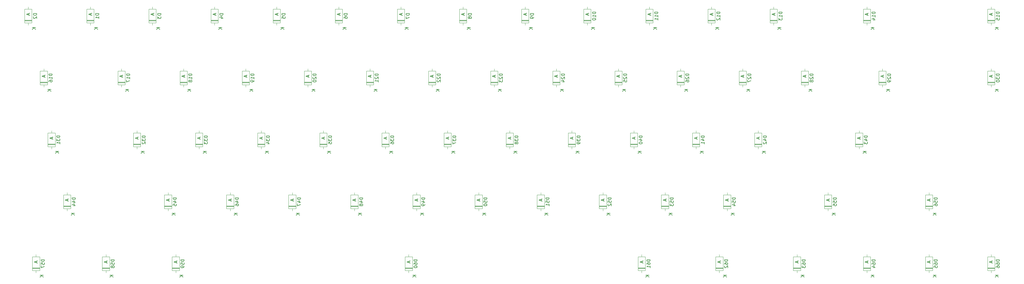
<source format=gbr>
%TF.GenerationSoftware,KiCad,Pcbnew,9.0.0*%
%TF.CreationDate,2025-03-16T11:43:05-04:00*%
%TF.ProjectId,big-board,6269672d-626f-4617-9264-2e6b69636164,rev?*%
%TF.SameCoordinates,Original*%
%TF.FileFunction,Legend,Bot*%
%TF.FilePolarity,Positive*%
%FSLAX46Y46*%
G04 Gerber Fmt 4.6, Leading zero omitted, Abs format (unit mm)*
G04 Created by KiCad (PCBNEW 9.0.0) date 2025-03-16 11:43:05*
%MOMM*%
%LPD*%
G01*
G04 APERTURE LIST*
%ADD10C,0.150000*%
%ADD11C,0.120000*%
G04 APERTURE END LIST*
D10*
X166387319Y-174775714D02*
X165387319Y-174775714D01*
X165387319Y-174775714D02*
X165387319Y-175013809D01*
X165387319Y-175013809D02*
X165434938Y-175156666D01*
X165434938Y-175156666D02*
X165530176Y-175251904D01*
X165530176Y-175251904D02*
X165625414Y-175299523D01*
X165625414Y-175299523D02*
X165815890Y-175347142D01*
X165815890Y-175347142D02*
X165958747Y-175347142D01*
X165958747Y-175347142D02*
X166149223Y-175299523D01*
X166149223Y-175299523D02*
X166244461Y-175251904D01*
X166244461Y-175251904D02*
X166339700Y-175156666D01*
X166339700Y-175156666D02*
X166387319Y-175013809D01*
X166387319Y-175013809D02*
X166387319Y-174775714D01*
X165720652Y-176204285D02*
X166387319Y-176204285D01*
X165339700Y-175966190D02*
X166053985Y-175728095D01*
X166053985Y-175728095D02*
X166053985Y-176347142D01*
X165387319Y-176632857D02*
X165387319Y-177299523D01*
X165387319Y-177299523D02*
X166387319Y-176870952D01*
X163981604Y-175221905D02*
X163981604Y-175698095D01*
X164267319Y-175126667D02*
X163267319Y-175460000D01*
X163267319Y-175460000D02*
X164267319Y-175793333D01*
X166067319Y-179538095D02*
X165067319Y-179538095D01*
X166067319Y-180109523D02*
X165495890Y-179680952D01*
X165067319Y-180109523D02*
X165638747Y-179538095D01*
X304499819Y-136675714D02*
X303499819Y-136675714D01*
X303499819Y-136675714D02*
X303499819Y-136913809D01*
X303499819Y-136913809D02*
X303547438Y-137056666D01*
X303547438Y-137056666D02*
X303642676Y-137151904D01*
X303642676Y-137151904D02*
X303737914Y-137199523D01*
X303737914Y-137199523D02*
X303928390Y-137247142D01*
X303928390Y-137247142D02*
X304071247Y-137247142D01*
X304071247Y-137247142D02*
X304261723Y-137199523D01*
X304261723Y-137199523D02*
X304356961Y-137151904D01*
X304356961Y-137151904D02*
X304452200Y-137056666D01*
X304452200Y-137056666D02*
X304499819Y-136913809D01*
X304499819Y-136913809D02*
X304499819Y-136675714D01*
X303595057Y-137628095D02*
X303547438Y-137675714D01*
X303547438Y-137675714D02*
X303499819Y-137770952D01*
X303499819Y-137770952D02*
X303499819Y-138009047D01*
X303499819Y-138009047D02*
X303547438Y-138104285D01*
X303547438Y-138104285D02*
X303595057Y-138151904D01*
X303595057Y-138151904D02*
X303690295Y-138199523D01*
X303690295Y-138199523D02*
X303785533Y-138199523D01*
X303785533Y-138199523D02*
X303928390Y-138151904D01*
X303928390Y-138151904D02*
X304499819Y-137580476D01*
X304499819Y-137580476D02*
X304499819Y-138199523D01*
X303499819Y-138532857D02*
X303499819Y-139199523D01*
X303499819Y-139199523D02*
X304499819Y-138770952D01*
X302094104Y-137121905D02*
X302094104Y-137598095D01*
X302379819Y-137026667D02*
X301379819Y-137360000D01*
X301379819Y-137360000D02*
X302379819Y-137693333D01*
X304179819Y-141438095D02*
X303179819Y-141438095D01*
X304179819Y-142009523D02*
X303608390Y-141580952D01*
X303179819Y-142009523D02*
X303751247Y-141438095D01*
X214012319Y-155725714D02*
X213012319Y-155725714D01*
X213012319Y-155725714D02*
X213012319Y-155963809D01*
X213012319Y-155963809D02*
X213059938Y-156106666D01*
X213059938Y-156106666D02*
X213155176Y-156201904D01*
X213155176Y-156201904D02*
X213250414Y-156249523D01*
X213250414Y-156249523D02*
X213440890Y-156297142D01*
X213440890Y-156297142D02*
X213583747Y-156297142D01*
X213583747Y-156297142D02*
X213774223Y-156249523D01*
X213774223Y-156249523D02*
X213869461Y-156201904D01*
X213869461Y-156201904D02*
X213964700Y-156106666D01*
X213964700Y-156106666D02*
X214012319Y-155963809D01*
X214012319Y-155963809D02*
X214012319Y-155725714D01*
X213012319Y-156630476D02*
X213012319Y-157249523D01*
X213012319Y-157249523D02*
X213393271Y-156916190D01*
X213393271Y-156916190D02*
X213393271Y-157059047D01*
X213393271Y-157059047D02*
X213440890Y-157154285D01*
X213440890Y-157154285D02*
X213488509Y-157201904D01*
X213488509Y-157201904D02*
X213583747Y-157249523D01*
X213583747Y-157249523D02*
X213821842Y-157249523D01*
X213821842Y-157249523D02*
X213917080Y-157201904D01*
X213917080Y-157201904D02*
X213964700Y-157154285D01*
X213964700Y-157154285D02*
X214012319Y-157059047D01*
X214012319Y-157059047D02*
X214012319Y-156773333D01*
X214012319Y-156773333D02*
X213964700Y-156678095D01*
X213964700Y-156678095D02*
X213917080Y-156630476D01*
X213012319Y-157582857D02*
X213012319Y-158249523D01*
X213012319Y-158249523D02*
X214012319Y-157820952D01*
X211606604Y-156171905D02*
X211606604Y-156648095D01*
X211892319Y-156076667D02*
X210892319Y-156410000D01*
X210892319Y-156410000D02*
X211892319Y-156743333D01*
X213692319Y-160488095D02*
X212692319Y-160488095D01*
X213692319Y-161059523D02*
X213120890Y-160630952D01*
X212692319Y-161059523D02*
X213263747Y-160488095D01*
X85424819Y-118101905D02*
X84424819Y-118101905D01*
X84424819Y-118101905D02*
X84424819Y-118340000D01*
X84424819Y-118340000D02*
X84472438Y-118482857D01*
X84472438Y-118482857D02*
X84567676Y-118578095D01*
X84567676Y-118578095D02*
X84662914Y-118625714D01*
X84662914Y-118625714D02*
X84853390Y-118673333D01*
X84853390Y-118673333D02*
X84996247Y-118673333D01*
X84996247Y-118673333D02*
X85186723Y-118625714D01*
X85186723Y-118625714D02*
X85281961Y-118578095D01*
X85281961Y-118578095D02*
X85377200Y-118482857D01*
X85377200Y-118482857D02*
X85424819Y-118340000D01*
X85424819Y-118340000D02*
X85424819Y-118101905D01*
X84520057Y-119054286D02*
X84472438Y-119101905D01*
X84472438Y-119101905D02*
X84424819Y-119197143D01*
X84424819Y-119197143D02*
X84424819Y-119435238D01*
X84424819Y-119435238D02*
X84472438Y-119530476D01*
X84472438Y-119530476D02*
X84520057Y-119578095D01*
X84520057Y-119578095D02*
X84615295Y-119625714D01*
X84615295Y-119625714D02*
X84710533Y-119625714D01*
X84710533Y-119625714D02*
X84853390Y-119578095D01*
X84853390Y-119578095D02*
X85424819Y-119006667D01*
X85424819Y-119006667D02*
X85424819Y-119625714D01*
X83019104Y-118071905D02*
X83019104Y-118548095D01*
X83304819Y-117976667D02*
X82304819Y-118310000D01*
X82304819Y-118310000D02*
X83304819Y-118643333D01*
X85104819Y-122388095D02*
X84104819Y-122388095D01*
X85104819Y-122959523D02*
X84533390Y-122530952D01*
X84104819Y-122959523D02*
X84676247Y-122388095D01*
X299737319Y-174775714D02*
X298737319Y-174775714D01*
X298737319Y-174775714D02*
X298737319Y-175013809D01*
X298737319Y-175013809D02*
X298784938Y-175156666D01*
X298784938Y-175156666D02*
X298880176Y-175251904D01*
X298880176Y-175251904D02*
X298975414Y-175299523D01*
X298975414Y-175299523D02*
X299165890Y-175347142D01*
X299165890Y-175347142D02*
X299308747Y-175347142D01*
X299308747Y-175347142D02*
X299499223Y-175299523D01*
X299499223Y-175299523D02*
X299594461Y-175251904D01*
X299594461Y-175251904D02*
X299689700Y-175156666D01*
X299689700Y-175156666D02*
X299737319Y-175013809D01*
X299737319Y-175013809D02*
X299737319Y-174775714D01*
X298737319Y-176251904D02*
X298737319Y-175775714D01*
X298737319Y-175775714D02*
X299213509Y-175728095D01*
X299213509Y-175728095D02*
X299165890Y-175775714D01*
X299165890Y-175775714D02*
X299118271Y-175870952D01*
X299118271Y-175870952D02*
X299118271Y-176109047D01*
X299118271Y-176109047D02*
X299165890Y-176204285D01*
X299165890Y-176204285D02*
X299213509Y-176251904D01*
X299213509Y-176251904D02*
X299308747Y-176299523D01*
X299308747Y-176299523D02*
X299546842Y-176299523D01*
X299546842Y-176299523D02*
X299642080Y-176251904D01*
X299642080Y-176251904D02*
X299689700Y-176204285D01*
X299689700Y-176204285D02*
X299737319Y-176109047D01*
X299737319Y-176109047D02*
X299737319Y-175870952D01*
X299737319Y-175870952D02*
X299689700Y-175775714D01*
X299689700Y-175775714D02*
X299642080Y-175728095D01*
X299070652Y-177156666D02*
X299737319Y-177156666D01*
X298689700Y-176918571D02*
X299403985Y-176680476D01*
X299403985Y-176680476D02*
X299403985Y-177299523D01*
X297331604Y-175221905D02*
X297331604Y-175698095D01*
X297617319Y-175126667D02*
X296617319Y-175460000D01*
X296617319Y-175460000D02*
X297617319Y-175793333D01*
X299417319Y-179538095D02*
X298417319Y-179538095D01*
X299417319Y-180109523D02*
X298845890Y-179680952D01*
X298417319Y-180109523D02*
X298988747Y-179538095D01*
X104474819Y-118101905D02*
X103474819Y-118101905D01*
X103474819Y-118101905D02*
X103474819Y-118340000D01*
X103474819Y-118340000D02*
X103522438Y-118482857D01*
X103522438Y-118482857D02*
X103617676Y-118578095D01*
X103617676Y-118578095D02*
X103712914Y-118625714D01*
X103712914Y-118625714D02*
X103903390Y-118673333D01*
X103903390Y-118673333D02*
X104046247Y-118673333D01*
X104046247Y-118673333D02*
X104236723Y-118625714D01*
X104236723Y-118625714D02*
X104331961Y-118578095D01*
X104331961Y-118578095D02*
X104427200Y-118482857D01*
X104427200Y-118482857D02*
X104474819Y-118340000D01*
X104474819Y-118340000D02*
X104474819Y-118101905D01*
X104474819Y-119625714D02*
X104474819Y-119054286D01*
X104474819Y-119340000D02*
X103474819Y-119340000D01*
X103474819Y-119340000D02*
X103617676Y-119244762D01*
X103617676Y-119244762D02*
X103712914Y-119149524D01*
X103712914Y-119149524D02*
X103760533Y-119054286D01*
X104154819Y-122388095D02*
X103154819Y-122388095D01*
X104154819Y-122959523D02*
X103583390Y-122530952D01*
X103154819Y-122959523D02*
X103726247Y-122388095D01*
X102069104Y-118071905D02*
X102069104Y-118548095D01*
X102354819Y-117976667D02*
X101354819Y-118310000D01*
X101354819Y-118310000D02*
X102354819Y-118643333D01*
X314024819Y-117625714D02*
X313024819Y-117625714D01*
X313024819Y-117625714D02*
X313024819Y-117863809D01*
X313024819Y-117863809D02*
X313072438Y-118006666D01*
X313072438Y-118006666D02*
X313167676Y-118101904D01*
X313167676Y-118101904D02*
X313262914Y-118149523D01*
X313262914Y-118149523D02*
X313453390Y-118197142D01*
X313453390Y-118197142D02*
X313596247Y-118197142D01*
X313596247Y-118197142D02*
X313786723Y-118149523D01*
X313786723Y-118149523D02*
X313881961Y-118101904D01*
X313881961Y-118101904D02*
X313977200Y-118006666D01*
X313977200Y-118006666D02*
X314024819Y-117863809D01*
X314024819Y-117863809D02*
X314024819Y-117625714D01*
X314024819Y-119149523D02*
X314024819Y-118578095D01*
X314024819Y-118863809D02*
X313024819Y-118863809D01*
X313024819Y-118863809D02*
X313167676Y-118768571D01*
X313167676Y-118768571D02*
X313262914Y-118673333D01*
X313262914Y-118673333D02*
X313310533Y-118578095D01*
X313024819Y-119482857D02*
X313024819Y-120101904D01*
X313024819Y-120101904D02*
X313405771Y-119768571D01*
X313405771Y-119768571D02*
X313405771Y-119911428D01*
X313405771Y-119911428D02*
X313453390Y-120006666D01*
X313453390Y-120006666D02*
X313501009Y-120054285D01*
X313501009Y-120054285D02*
X313596247Y-120101904D01*
X313596247Y-120101904D02*
X313834342Y-120101904D01*
X313834342Y-120101904D02*
X313929580Y-120054285D01*
X313929580Y-120054285D02*
X313977200Y-120006666D01*
X313977200Y-120006666D02*
X314024819Y-119911428D01*
X314024819Y-119911428D02*
X314024819Y-119625714D01*
X314024819Y-119625714D02*
X313977200Y-119530476D01*
X313977200Y-119530476D02*
X313929580Y-119482857D01*
X313704819Y-122388095D02*
X312704819Y-122388095D01*
X313704819Y-122959523D02*
X313133390Y-122530952D01*
X312704819Y-122959523D02*
X313276247Y-122388095D01*
X311619104Y-118071905D02*
X311619104Y-118548095D01*
X311904819Y-117976667D02*
X310904819Y-118310000D01*
X310904819Y-118310000D02*
X311904819Y-118643333D01*
X294974819Y-117625714D02*
X293974819Y-117625714D01*
X293974819Y-117625714D02*
X293974819Y-117863809D01*
X293974819Y-117863809D02*
X294022438Y-118006666D01*
X294022438Y-118006666D02*
X294117676Y-118101904D01*
X294117676Y-118101904D02*
X294212914Y-118149523D01*
X294212914Y-118149523D02*
X294403390Y-118197142D01*
X294403390Y-118197142D02*
X294546247Y-118197142D01*
X294546247Y-118197142D02*
X294736723Y-118149523D01*
X294736723Y-118149523D02*
X294831961Y-118101904D01*
X294831961Y-118101904D02*
X294927200Y-118006666D01*
X294927200Y-118006666D02*
X294974819Y-117863809D01*
X294974819Y-117863809D02*
X294974819Y-117625714D01*
X294974819Y-119149523D02*
X294974819Y-118578095D01*
X294974819Y-118863809D02*
X293974819Y-118863809D01*
X293974819Y-118863809D02*
X294117676Y-118768571D01*
X294117676Y-118768571D02*
X294212914Y-118673333D01*
X294212914Y-118673333D02*
X294260533Y-118578095D01*
X294070057Y-119530476D02*
X294022438Y-119578095D01*
X294022438Y-119578095D02*
X293974819Y-119673333D01*
X293974819Y-119673333D02*
X293974819Y-119911428D01*
X293974819Y-119911428D02*
X294022438Y-120006666D01*
X294022438Y-120006666D02*
X294070057Y-120054285D01*
X294070057Y-120054285D02*
X294165295Y-120101904D01*
X294165295Y-120101904D02*
X294260533Y-120101904D01*
X294260533Y-120101904D02*
X294403390Y-120054285D01*
X294403390Y-120054285D02*
X294974819Y-119482857D01*
X294974819Y-119482857D02*
X294974819Y-120101904D01*
X292569104Y-118071905D02*
X292569104Y-118548095D01*
X292854819Y-117976667D02*
X291854819Y-118310000D01*
X291854819Y-118310000D02*
X292854819Y-118643333D01*
X294654819Y-122388095D02*
X293654819Y-122388095D01*
X294654819Y-122959523D02*
X294083390Y-122530952D01*
X293654819Y-122959523D02*
X294226247Y-122388095D01*
X180674819Y-118101905D02*
X179674819Y-118101905D01*
X179674819Y-118101905D02*
X179674819Y-118340000D01*
X179674819Y-118340000D02*
X179722438Y-118482857D01*
X179722438Y-118482857D02*
X179817676Y-118578095D01*
X179817676Y-118578095D02*
X179912914Y-118625714D01*
X179912914Y-118625714D02*
X180103390Y-118673333D01*
X180103390Y-118673333D02*
X180246247Y-118673333D01*
X180246247Y-118673333D02*
X180436723Y-118625714D01*
X180436723Y-118625714D02*
X180531961Y-118578095D01*
X180531961Y-118578095D02*
X180627200Y-118482857D01*
X180627200Y-118482857D02*
X180674819Y-118340000D01*
X180674819Y-118340000D02*
X180674819Y-118101905D01*
X179674819Y-119530476D02*
X179674819Y-119340000D01*
X179674819Y-119340000D02*
X179722438Y-119244762D01*
X179722438Y-119244762D02*
X179770057Y-119197143D01*
X179770057Y-119197143D02*
X179912914Y-119101905D01*
X179912914Y-119101905D02*
X180103390Y-119054286D01*
X180103390Y-119054286D02*
X180484342Y-119054286D01*
X180484342Y-119054286D02*
X180579580Y-119101905D01*
X180579580Y-119101905D02*
X180627200Y-119149524D01*
X180627200Y-119149524D02*
X180674819Y-119244762D01*
X180674819Y-119244762D02*
X180674819Y-119435238D01*
X180674819Y-119435238D02*
X180627200Y-119530476D01*
X180627200Y-119530476D02*
X180579580Y-119578095D01*
X180579580Y-119578095D02*
X180484342Y-119625714D01*
X180484342Y-119625714D02*
X180246247Y-119625714D01*
X180246247Y-119625714D02*
X180151009Y-119578095D01*
X180151009Y-119578095D02*
X180103390Y-119530476D01*
X180103390Y-119530476D02*
X180055771Y-119435238D01*
X180055771Y-119435238D02*
X180055771Y-119244762D01*
X180055771Y-119244762D02*
X180103390Y-119149524D01*
X180103390Y-119149524D02*
X180151009Y-119101905D01*
X180151009Y-119101905D02*
X180246247Y-119054286D01*
X180354819Y-122388095D02*
X179354819Y-122388095D01*
X180354819Y-122959523D02*
X179783390Y-122530952D01*
X179354819Y-122959523D02*
X179926247Y-122388095D01*
X178269104Y-118071905D02*
X178269104Y-118548095D01*
X178554819Y-117976667D02*
X177554819Y-118310000D01*
X177554819Y-118310000D02*
X178554819Y-118643333D01*
X330693569Y-174775714D02*
X329693569Y-174775714D01*
X329693569Y-174775714D02*
X329693569Y-175013809D01*
X329693569Y-175013809D02*
X329741188Y-175156666D01*
X329741188Y-175156666D02*
X329836426Y-175251904D01*
X329836426Y-175251904D02*
X329931664Y-175299523D01*
X329931664Y-175299523D02*
X330122140Y-175347142D01*
X330122140Y-175347142D02*
X330264997Y-175347142D01*
X330264997Y-175347142D02*
X330455473Y-175299523D01*
X330455473Y-175299523D02*
X330550711Y-175251904D01*
X330550711Y-175251904D02*
X330645950Y-175156666D01*
X330645950Y-175156666D02*
X330693569Y-175013809D01*
X330693569Y-175013809D02*
X330693569Y-174775714D01*
X329693569Y-176251904D02*
X329693569Y-175775714D01*
X329693569Y-175775714D02*
X330169759Y-175728095D01*
X330169759Y-175728095D02*
X330122140Y-175775714D01*
X330122140Y-175775714D02*
X330074521Y-175870952D01*
X330074521Y-175870952D02*
X330074521Y-176109047D01*
X330074521Y-176109047D02*
X330122140Y-176204285D01*
X330122140Y-176204285D02*
X330169759Y-176251904D01*
X330169759Y-176251904D02*
X330264997Y-176299523D01*
X330264997Y-176299523D02*
X330503092Y-176299523D01*
X330503092Y-176299523D02*
X330598330Y-176251904D01*
X330598330Y-176251904D02*
X330645950Y-176204285D01*
X330645950Y-176204285D02*
X330693569Y-176109047D01*
X330693569Y-176109047D02*
X330693569Y-175870952D01*
X330693569Y-175870952D02*
X330645950Y-175775714D01*
X330645950Y-175775714D02*
X330598330Y-175728095D01*
X329693569Y-177204285D02*
X329693569Y-176728095D01*
X329693569Y-176728095D02*
X330169759Y-176680476D01*
X330169759Y-176680476D02*
X330122140Y-176728095D01*
X330122140Y-176728095D02*
X330074521Y-176823333D01*
X330074521Y-176823333D02*
X330074521Y-177061428D01*
X330074521Y-177061428D02*
X330122140Y-177156666D01*
X330122140Y-177156666D02*
X330169759Y-177204285D01*
X330169759Y-177204285D02*
X330264997Y-177251904D01*
X330264997Y-177251904D02*
X330503092Y-177251904D01*
X330503092Y-177251904D02*
X330598330Y-177204285D01*
X330598330Y-177204285D02*
X330645950Y-177156666D01*
X330645950Y-177156666D02*
X330693569Y-177061428D01*
X330693569Y-177061428D02*
X330693569Y-176823333D01*
X330693569Y-176823333D02*
X330645950Y-176728095D01*
X330645950Y-176728095D02*
X330598330Y-176680476D01*
X330373569Y-179538095D02*
X329373569Y-179538095D01*
X330373569Y-180109523D02*
X329802140Y-179680952D01*
X329373569Y-180109523D02*
X329944997Y-179538095D01*
X328287854Y-175221905D02*
X328287854Y-175698095D01*
X328573569Y-175126667D02*
X327573569Y-175460000D01*
X327573569Y-175460000D02*
X328573569Y-175793333D01*
X361649819Y-174775714D02*
X360649819Y-174775714D01*
X360649819Y-174775714D02*
X360649819Y-175013809D01*
X360649819Y-175013809D02*
X360697438Y-175156666D01*
X360697438Y-175156666D02*
X360792676Y-175251904D01*
X360792676Y-175251904D02*
X360887914Y-175299523D01*
X360887914Y-175299523D02*
X361078390Y-175347142D01*
X361078390Y-175347142D02*
X361221247Y-175347142D01*
X361221247Y-175347142D02*
X361411723Y-175299523D01*
X361411723Y-175299523D02*
X361506961Y-175251904D01*
X361506961Y-175251904D02*
X361602200Y-175156666D01*
X361602200Y-175156666D02*
X361649819Y-175013809D01*
X361649819Y-175013809D02*
X361649819Y-174775714D01*
X360649819Y-176251904D02*
X360649819Y-175775714D01*
X360649819Y-175775714D02*
X361126009Y-175728095D01*
X361126009Y-175728095D02*
X361078390Y-175775714D01*
X361078390Y-175775714D02*
X361030771Y-175870952D01*
X361030771Y-175870952D02*
X361030771Y-176109047D01*
X361030771Y-176109047D02*
X361078390Y-176204285D01*
X361078390Y-176204285D02*
X361126009Y-176251904D01*
X361126009Y-176251904D02*
X361221247Y-176299523D01*
X361221247Y-176299523D02*
X361459342Y-176299523D01*
X361459342Y-176299523D02*
X361554580Y-176251904D01*
X361554580Y-176251904D02*
X361602200Y-176204285D01*
X361602200Y-176204285D02*
X361649819Y-176109047D01*
X361649819Y-176109047D02*
X361649819Y-175870952D01*
X361649819Y-175870952D02*
X361602200Y-175775714D01*
X361602200Y-175775714D02*
X361554580Y-175728095D01*
X360649819Y-177156666D02*
X360649819Y-176966190D01*
X360649819Y-176966190D02*
X360697438Y-176870952D01*
X360697438Y-176870952D02*
X360745057Y-176823333D01*
X360745057Y-176823333D02*
X360887914Y-176728095D01*
X360887914Y-176728095D02*
X361078390Y-176680476D01*
X361078390Y-176680476D02*
X361459342Y-176680476D01*
X361459342Y-176680476D02*
X361554580Y-176728095D01*
X361554580Y-176728095D02*
X361602200Y-176775714D01*
X361602200Y-176775714D02*
X361649819Y-176870952D01*
X361649819Y-176870952D02*
X361649819Y-177061428D01*
X361649819Y-177061428D02*
X361602200Y-177156666D01*
X361602200Y-177156666D02*
X361554580Y-177204285D01*
X361554580Y-177204285D02*
X361459342Y-177251904D01*
X361459342Y-177251904D02*
X361221247Y-177251904D01*
X361221247Y-177251904D02*
X361126009Y-177204285D01*
X361126009Y-177204285D02*
X361078390Y-177156666D01*
X361078390Y-177156666D02*
X361030771Y-177061428D01*
X361030771Y-177061428D02*
X361030771Y-176870952D01*
X361030771Y-176870952D02*
X361078390Y-176775714D01*
X361078390Y-176775714D02*
X361126009Y-176728095D01*
X361126009Y-176728095D02*
X361221247Y-176680476D01*
X361329819Y-179538095D02*
X360329819Y-179538095D01*
X361329819Y-180109523D02*
X360758390Y-179680952D01*
X360329819Y-180109523D02*
X360901247Y-179538095D01*
X359244104Y-175221905D02*
X359244104Y-175698095D01*
X359529819Y-175126667D02*
X358529819Y-175460000D01*
X358529819Y-175460000D02*
X359529819Y-175793333D01*
X90187319Y-136675714D02*
X89187319Y-136675714D01*
X89187319Y-136675714D02*
X89187319Y-136913809D01*
X89187319Y-136913809D02*
X89234938Y-137056666D01*
X89234938Y-137056666D02*
X89330176Y-137151904D01*
X89330176Y-137151904D02*
X89425414Y-137199523D01*
X89425414Y-137199523D02*
X89615890Y-137247142D01*
X89615890Y-137247142D02*
X89758747Y-137247142D01*
X89758747Y-137247142D02*
X89949223Y-137199523D01*
X89949223Y-137199523D02*
X90044461Y-137151904D01*
X90044461Y-137151904D02*
X90139700Y-137056666D01*
X90139700Y-137056666D02*
X90187319Y-136913809D01*
X90187319Y-136913809D02*
X90187319Y-136675714D01*
X90187319Y-138199523D02*
X90187319Y-137628095D01*
X90187319Y-137913809D02*
X89187319Y-137913809D01*
X89187319Y-137913809D02*
X89330176Y-137818571D01*
X89330176Y-137818571D02*
X89425414Y-137723333D01*
X89425414Y-137723333D02*
X89473033Y-137628095D01*
X89187319Y-139056666D02*
X89187319Y-138866190D01*
X89187319Y-138866190D02*
X89234938Y-138770952D01*
X89234938Y-138770952D02*
X89282557Y-138723333D01*
X89282557Y-138723333D02*
X89425414Y-138628095D01*
X89425414Y-138628095D02*
X89615890Y-138580476D01*
X89615890Y-138580476D02*
X89996842Y-138580476D01*
X89996842Y-138580476D02*
X90092080Y-138628095D01*
X90092080Y-138628095D02*
X90139700Y-138675714D01*
X90139700Y-138675714D02*
X90187319Y-138770952D01*
X90187319Y-138770952D02*
X90187319Y-138961428D01*
X90187319Y-138961428D02*
X90139700Y-139056666D01*
X90139700Y-139056666D02*
X90092080Y-139104285D01*
X90092080Y-139104285D02*
X89996842Y-139151904D01*
X89996842Y-139151904D02*
X89758747Y-139151904D01*
X89758747Y-139151904D02*
X89663509Y-139104285D01*
X89663509Y-139104285D02*
X89615890Y-139056666D01*
X89615890Y-139056666D02*
X89568271Y-138961428D01*
X89568271Y-138961428D02*
X89568271Y-138770952D01*
X89568271Y-138770952D02*
X89615890Y-138675714D01*
X89615890Y-138675714D02*
X89663509Y-138628095D01*
X89663509Y-138628095D02*
X89758747Y-138580476D01*
X89867319Y-141438095D02*
X88867319Y-141438095D01*
X89867319Y-142009523D02*
X89295890Y-141580952D01*
X88867319Y-142009523D02*
X89438747Y-141438095D01*
X87781604Y-137121905D02*
X87781604Y-137598095D01*
X88067319Y-137026667D02*
X87067319Y-137360000D01*
X87067319Y-137360000D02*
X88067319Y-137693333D01*
X161624819Y-118101905D02*
X160624819Y-118101905D01*
X160624819Y-118101905D02*
X160624819Y-118340000D01*
X160624819Y-118340000D02*
X160672438Y-118482857D01*
X160672438Y-118482857D02*
X160767676Y-118578095D01*
X160767676Y-118578095D02*
X160862914Y-118625714D01*
X160862914Y-118625714D02*
X161053390Y-118673333D01*
X161053390Y-118673333D02*
X161196247Y-118673333D01*
X161196247Y-118673333D02*
X161386723Y-118625714D01*
X161386723Y-118625714D02*
X161481961Y-118578095D01*
X161481961Y-118578095D02*
X161577200Y-118482857D01*
X161577200Y-118482857D02*
X161624819Y-118340000D01*
X161624819Y-118340000D02*
X161624819Y-118101905D01*
X160624819Y-119578095D02*
X160624819Y-119101905D01*
X160624819Y-119101905D02*
X161101009Y-119054286D01*
X161101009Y-119054286D02*
X161053390Y-119101905D01*
X161053390Y-119101905D02*
X161005771Y-119197143D01*
X161005771Y-119197143D02*
X161005771Y-119435238D01*
X161005771Y-119435238D02*
X161053390Y-119530476D01*
X161053390Y-119530476D02*
X161101009Y-119578095D01*
X161101009Y-119578095D02*
X161196247Y-119625714D01*
X161196247Y-119625714D02*
X161434342Y-119625714D01*
X161434342Y-119625714D02*
X161529580Y-119578095D01*
X161529580Y-119578095D02*
X161577200Y-119530476D01*
X161577200Y-119530476D02*
X161624819Y-119435238D01*
X161624819Y-119435238D02*
X161624819Y-119197143D01*
X161624819Y-119197143D02*
X161577200Y-119101905D01*
X161577200Y-119101905D02*
X161529580Y-119054286D01*
X159219104Y-118071905D02*
X159219104Y-118548095D01*
X159504819Y-117976667D02*
X158504819Y-118310000D01*
X158504819Y-118310000D02*
X159504819Y-118643333D01*
X161304819Y-122388095D02*
X160304819Y-122388095D01*
X161304819Y-122959523D02*
X160733390Y-122530952D01*
X160304819Y-122959523D02*
X160876247Y-122388095D01*
X152099819Y-136675714D02*
X151099819Y-136675714D01*
X151099819Y-136675714D02*
X151099819Y-136913809D01*
X151099819Y-136913809D02*
X151147438Y-137056666D01*
X151147438Y-137056666D02*
X151242676Y-137151904D01*
X151242676Y-137151904D02*
X151337914Y-137199523D01*
X151337914Y-137199523D02*
X151528390Y-137247142D01*
X151528390Y-137247142D02*
X151671247Y-137247142D01*
X151671247Y-137247142D02*
X151861723Y-137199523D01*
X151861723Y-137199523D02*
X151956961Y-137151904D01*
X151956961Y-137151904D02*
X152052200Y-137056666D01*
X152052200Y-137056666D02*
X152099819Y-136913809D01*
X152099819Y-136913809D02*
X152099819Y-136675714D01*
X152099819Y-138199523D02*
X152099819Y-137628095D01*
X152099819Y-137913809D02*
X151099819Y-137913809D01*
X151099819Y-137913809D02*
X151242676Y-137818571D01*
X151242676Y-137818571D02*
X151337914Y-137723333D01*
X151337914Y-137723333D02*
X151385533Y-137628095D01*
X152099819Y-138675714D02*
X152099819Y-138866190D01*
X152099819Y-138866190D02*
X152052200Y-138961428D01*
X152052200Y-138961428D02*
X152004580Y-139009047D01*
X152004580Y-139009047D02*
X151861723Y-139104285D01*
X151861723Y-139104285D02*
X151671247Y-139151904D01*
X151671247Y-139151904D02*
X151290295Y-139151904D01*
X151290295Y-139151904D02*
X151195057Y-139104285D01*
X151195057Y-139104285D02*
X151147438Y-139056666D01*
X151147438Y-139056666D02*
X151099819Y-138961428D01*
X151099819Y-138961428D02*
X151099819Y-138770952D01*
X151099819Y-138770952D02*
X151147438Y-138675714D01*
X151147438Y-138675714D02*
X151195057Y-138628095D01*
X151195057Y-138628095D02*
X151290295Y-138580476D01*
X151290295Y-138580476D02*
X151528390Y-138580476D01*
X151528390Y-138580476D02*
X151623628Y-138628095D01*
X151623628Y-138628095D02*
X151671247Y-138675714D01*
X151671247Y-138675714D02*
X151718866Y-138770952D01*
X151718866Y-138770952D02*
X151718866Y-138961428D01*
X151718866Y-138961428D02*
X151671247Y-139056666D01*
X151671247Y-139056666D02*
X151623628Y-139104285D01*
X151623628Y-139104285D02*
X151528390Y-139151904D01*
X151779819Y-141438095D02*
X150779819Y-141438095D01*
X151779819Y-142009523D02*
X151208390Y-141580952D01*
X150779819Y-142009523D02*
X151351247Y-141438095D01*
X149694104Y-137121905D02*
X149694104Y-137598095D01*
X149979819Y-137026667D02*
X148979819Y-137360000D01*
X148979819Y-137360000D02*
X149979819Y-137693333D01*
X233062319Y-155725714D02*
X232062319Y-155725714D01*
X232062319Y-155725714D02*
X232062319Y-155963809D01*
X232062319Y-155963809D02*
X232109938Y-156106666D01*
X232109938Y-156106666D02*
X232205176Y-156201904D01*
X232205176Y-156201904D02*
X232300414Y-156249523D01*
X232300414Y-156249523D02*
X232490890Y-156297142D01*
X232490890Y-156297142D02*
X232633747Y-156297142D01*
X232633747Y-156297142D02*
X232824223Y-156249523D01*
X232824223Y-156249523D02*
X232919461Y-156201904D01*
X232919461Y-156201904D02*
X233014700Y-156106666D01*
X233014700Y-156106666D02*
X233062319Y-155963809D01*
X233062319Y-155963809D02*
X233062319Y-155725714D01*
X232062319Y-156630476D02*
X232062319Y-157249523D01*
X232062319Y-157249523D02*
X232443271Y-156916190D01*
X232443271Y-156916190D02*
X232443271Y-157059047D01*
X232443271Y-157059047D02*
X232490890Y-157154285D01*
X232490890Y-157154285D02*
X232538509Y-157201904D01*
X232538509Y-157201904D02*
X232633747Y-157249523D01*
X232633747Y-157249523D02*
X232871842Y-157249523D01*
X232871842Y-157249523D02*
X232967080Y-157201904D01*
X232967080Y-157201904D02*
X233014700Y-157154285D01*
X233014700Y-157154285D02*
X233062319Y-157059047D01*
X233062319Y-157059047D02*
X233062319Y-156773333D01*
X233062319Y-156773333D02*
X233014700Y-156678095D01*
X233014700Y-156678095D02*
X232967080Y-156630476D01*
X232490890Y-157820952D02*
X232443271Y-157725714D01*
X232443271Y-157725714D02*
X232395652Y-157678095D01*
X232395652Y-157678095D02*
X232300414Y-157630476D01*
X232300414Y-157630476D02*
X232252795Y-157630476D01*
X232252795Y-157630476D02*
X232157557Y-157678095D01*
X232157557Y-157678095D02*
X232109938Y-157725714D01*
X232109938Y-157725714D02*
X232062319Y-157820952D01*
X232062319Y-157820952D02*
X232062319Y-158011428D01*
X232062319Y-158011428D02*
X232109938Y-158106666D01*
X232109938Y-158106666D02*
X232157557Y-158154285D01*
X232157557Y-158154285D02*
X232252795Y-158201904D01*
X232252795Y-158201904D02*
X232300414Y-158201904D01*
X232300414Y-158201904D02*
X232395652Y-158154285D01*
X232395652Y-158154285D02*
X232443271Y-158106666D01*
X232443271Y-158106666D02*
X232490890Y-158011428D01*
X232490890Y-158011428D02*
X232490890Y-157820952D01*
X232490890Y-157820952D02*
X232538509Y-157725714D01*
X232538509Y-157725714D02*
X232586128Y-157678095D01*
X232586128Y-157678095D02*
X232681366Y-157630476D01*
X232681366Y-157630476D02*
X232871842Y-157630476D01*
X232871842Y-157630476D02*
X232967080Y-157678095D01*
X232967080Y-157678095D02*
X233014700Y-157725714D01*
X233014700Y-157725714D02*
X233062319Y-157820952D01*
X233062319Y-157820952D02*
X233062319Y-158011428D01*
X233062319Y-158011428D02*
X233014700Y-158106666D01*
X233014700Y-158106666D02*
X232967080Y-158154285D01*
X232967080Y-158154285D02*
X232871842Y-158201904D01*
X232871842Y-158201904D02*
X232681366Y-158201904D01*
X232681366Y-158201904D02*
X232586128Y-158154285D01*
X232586128Y-158154285D02*
X232538509Y-158106666D01*
X232538509Y-158106666D02*
X232490890Y-158011428D01*
X232742319Y-160488095D02*
X231742319Y-160488095D01*
X232742319Y-161059523D02*
X232170890Y-160630952D01*
X231742319Y-161059523D02*
X232313747Y-160488095D01*
X230656604Y-156171905D02*
X230656604Y-156648095D01*
X230942319Y-156076667D02*
X229942319Y-156410000D01*
X229942319Y-156410000D02*
X230942319Y-156743333D01*
X204487319Y-174775714D02*
X203487319Y-174775714D01*
X203487319Y-174775714D02*
X203487319Y-175013809D01*
X203487319Y-175013809D02*
X203534938Y-175156666D01*
X203534938Y-175156666D02*
X203630176Y-175251904D01*
X203630176Y-175251904D02*
X203725414Y-175299523D01*
X203725414Y-175299523D02*
X203915890Y-175347142D01*
X203915890Y-175347142D02*
X204058747Y-175347142D01*
X204058747Y-175347142D02*
X204249223Y-175299523D01*
X204249223Y-175299523D02*
X204344461Y-175251904D01*
X204344461Y-175251904D02*
X204439700Y-175156666D01*
X204439700Y-175156666D02*
X204487319Y-175013809D01*
X204487319Y-175013809D02*
X204487319Y-174775714D01*
X203820652Y-176204285D02*
X204487319Y-176204285D01*
X203439700Y-175966190D02*
X204153985Y-175728095D01*
X204153985Y-175728095D02*
X204153985Y-176347142D01*
X204487319Y-176775714D02*
X204487319Y-176966190D01*
X204487319Y-176966190D02*
X204439700Y-177061428D01*
X204439700Y-177061428D02*
X204392080Y-177109047D01*
X204392080Y-177109047D02*
X204249223Y-177204285D01*
X204249223Y-177204285D02*
X204058747Y-177251904D01*
X204058747Y-177251904D02*
X203677795Y-177251904D01*
X203677795Y-177251904D02*
X203582557Y-177204285D01*
X203582557Y-177204285D02*
X203534938Y-177156666D01*
X203534938Y-177156666D02*
X203487319Y-177061428D01*
X203487319Y-177061428D02*
X203487319Y-176870952D01*
X203487319Y-176870952D02*
X203534938Y-176775714D01*
X203534938Y-176775714D02*
X203582557Y-176728095D01*
X203582557Y-176728095D02*
X203677795Y-176680476D01*
X203677795Y-176680476D02*
X203915890Y-176680476D01*
X203915890Y-176680476D02*
X204011128Y-176728095D01*
X204011128Y-176728095D02*
X204058747Y-176775714D01*
X204058747Y-176775714D02*
X204106366Y-176870952D01*
X204106366Y-176870952D02*
X204106366Y-177061428D01*
X204106366Y-177061428D02*
X204058747Y-177156666D01*
X204058747Y-177156666D02*
X204011128Y-177204285D01*
X204011128Y-177204285D02*
X203915890Y-177251904D01*
X204167319Y-179538095D02*
X203167319Y-179538095D01*
X204167319Y-180109523D02*
X203595890Y-179680952D01*
X203167319Y-180109523D02*
X203738747Y-179538095D01*
X202081604Y-175221905D02*
X202081604Y-175698095D01*
X202367319Y-175126667D02*
X201367319Y-175460000D01*
X201367319Y-175460000D02*
X202367319Y-175793333D01*
X92568569Y-155725714D02*
X91568569Y-155725714D01*
X91568569Y-155725714D02*
X91568569Y-155963809D01*
X91568569Y-155963809D02*
X91616188Y-156106666D01*
X91616188Y-156106666D02*
X91711426Y-156201904D01*
X91711426Y-156201904D02*
X91806664Y-156249523D01*
X91806664Y-156249523D02*
X91997140Y-156297142D01*
X91997140Y-156297142D02*
X92139997Y-156297142D01*
X92139997Y-156297142D02*
X92330473Y-156249523D01*
X92330473Y-156249523D02*
X92425711Y-156201904D01*
X92425711Y-156201904D02*
X92520950Y-156106666D01*
X92520950Y-156106666D02*
X92568569Y-155963809D01*
X92568569Y-155963809D02*
X92568569Y-155725714D01*
X91568569Y-156630476D02*
X91568569Y-157249523D01*
X91568569Y-157249523D02*
X91949521Y-156916190D01*
X91949521Y-156916190D02*
X91949521Y-157059047D01*
X91949521Y-157059047D02*
X91997140Y-157154285D01*
X91997140Y-157154285D02*
X92044759Y-157201904D01*
X92044759Y-157201904D02*
X92139997Y-157249523D01*
X92139997Y-157249523D02*
X92378092Y-157249523D01*
X92378092Y-157249523D02*
X92473330Y-157201904D01*
X92473330Y-157201904D02*
X92520950Y-157154285D01*
X92520950Y-157154285D02*
X92568569Y-157059047D01*
X92568569Y-157059047D02*
X92568569Y-156773333D01*
X92568569Y-156773333D02*
X92520950Y-156678095D01*
X92520950Y-156678095D02*
X92473330Y-156630476D01*
X92568569Y-158201904D02*
X92568569Y-157630476D01*
X92568569Y-157916190D02*
X91568569Y-157916190D01*
X91568569Y-157916190D02*
X91711426Y-157820952D01*
X91711426Y-157820952D02*
X91806664Y-157725714D01*
X91806664Y-157725714D02*
X91854283Y-157630476D01*
X90162854Y-156171905D02*
X90162854Y-156648095D01*
X90448569Y-156076667D02*
X89448569Y-156410000D01*
X89448569Y-156410000D02*
X90448569Y-156743333D01*
X92248569Y-160488095D02*
X91248569Y-160488095D01*
X92248569Y-161059523D02*
X91677140Y-160630952D01*
X91248569Y-161059523D02*
X91819997Y-160488095D01*
X237824819Y-118101905D02*
X236824819Y-118101905D01*
X236824819Y-118101905D02*
X236824819Y-118340000D01*
X236824819Y-118340000D02*
X236872438Y-118482857D01*
X236872438Y-118482857D02*
X236967676Y-118578095D01*
X236967676Y-118578095D02*
X237062914Y-118625714D01*
X237062914Y-118625714D02*
X237253390Y-118673333D01*
X237253390Y-118673333D02*
X237396247Y-118673333D01*
X237396247Y-118673333D02*
X237586723Y-118625714D01*
X237586723Y-118625714D02*
X237681961Y-118578095D01*
X237681961Y-118578095D02*
X237777200Y-118482857D01*
X237777200Y-118482857D02*
X237824819Y-118340000D01*
X237824819Y-118340000D02*
X237824819Y-118101905D01*
X237824819Y-119149524D02*
X237824819Y-119340000D01*
X237824819Y-119340000D02*
X237777200Y-119435238D01*
X237777200Y-119435238D02*
X237729580Y-119482857D01*
X237729580Y-119482857D02*
X237586723Y-119578095D01*
X237586723Y-119578095D02*
X237396247Y-119625714D01*
X237396247Y-119625714D02*
X237015295Y-119625714D01*
X237015295Y-119625714D02*
X236920057Y-119578095D01*
X236920057Y-119578095D02*
X236872438Y-119530476D01*
X236872438Y-119530476D02*
X236824819Y-119435238D01*
X236824819Y-119435238D02*
X236824819Y-119244762D01*
X236824819Y-119244762D02*
X236872438Y-119149524D01*
X236872438Y-119149524D02*
X236920057Y-119101905D01*
X236920057Y-119101905D02*
X237015295Y-119054286D01*
X237015295Y-119054286D02*
X237253390Y-119054286D01*
X237253390Y-119054286D02*
X237348628Y-119101905D01*
X237348628Y-119101905D02*
X237396247Y-119149524D01*
X237396247Y-119149524D02*
X237443866Y-119244762D01*
X237443866Y-119244762D02*
X237443866Y-119435238D01*
X237443866Y-119435238D02*
X237396247Y-119530476D01*
X237396247Y-119530476D02*
X237348628Y-119578095D01*
X237348628Y-119578095D02*
X237253390Y-119625714D01*
X235419104Y-118071905D02*
X235419104Y-118548095D01*
X235704819Y-117976667D02*
X234704819Y-118310000D01*
X234704819Y-118310000D02*
X235704819Y-118643333D01*
X237504819Y-122388095D02*
X236504819Y-122388095D01*
X237504819Y-122959523D02*
X236933390Y-122530952D01*
X236504819Y-122959523D02*
X237076247Y-122388095D01*
X223537319Y-174775714D02*
X222537319Y-174775714D01*
X222537319Y-174775714D02*
X222537319Y-175013809D01*
X222537319Y-175013809D02*
X222584938Y-175156666D01*
X222584938Y-175156666D02*
X222680176Y-175251904D01*
X222680176Y-175251904D02*
X222775414Y-175299523D01*
X222775414Y-175299523D02*
X222965890Y-175347142D01*
X222965890Y-175347142D02*
X223108747Y-175347142D01*
X223108747Y-175347142D02*
X223299223Y-175299523D01*
X223299223Y-175299523D02*
X223394461Y-175251904D01*
X223394461Y-175251904D02*
X223489700Y-175156666D01*
X223489700Y-175156666D02*
X223537319Y-175013809D01*
X223537319Y-175013809D02*
X223537319Y-174775714D01*
X222537319Y-176251904D02*
X222537319Y-175775714D01*
X222537319Y-175775714D02*
X223013509Y-175728095D01*
X223013509Y-175728095D02*
X222965890Y-175775714D01*
X222965890Y-175775714D02*
X222918271Y-175870952D01*
X222918271Y-175870952D02*
X222918271Y-176109047D01*
X222918271Y-176109047D02*
X222965890Y-176204285D01*
X222965890Y-176204285D02*
X223013509Y-176251904D01*
X223013509Y-176251904D02*
X223108747Y-176299523D01*
X223108747Y-176299523D02*
X223346842Y-176299523D01*
X223346842Y-176299523D02*
X223442080Y-176251904D01*
X223442080Y-176251904D02*
X223489700Y-176204285D01*
X223489700Y-176204285D02*
X223537319Y-176109047D01*
X223537319Y-176109047D02*
X223537319Y-175870952D01*
X223537319Y-175870952D02*
X223489700Y-175775714D01*
X223489700Y-175775714D02*
X223442080Y-175728095D01*
X222537319Y-176918571D02*
X222537319Y-177013809D01*
X222537319Y-177013809D02*
X222584938Y-177109047D01*
X222584938Y-177109047D02*
X222632557Y-177156666D01*
X222632557Y-177156666D02*
X222727795Y-177204285D01*
X222727795Y-177204285D02*
X222918271Y-177251904D01*
X222918271Y-177251904D02*
X223156366Y-177251904D01*
X223156366Y-177251904D02*
X223346842Y-177204285D01*
X223346842Y-177204285D02*
X223442080Y-177156666D01*
X223442080Y-177156666D02*
X223489700Y-177109047D01*
X223489700Y-177109047D02*
X223537319Y-177013809D01*
X223537319Y-177013809D02*
X223537319Y-176918571D01*
X223537319Y-176918571D02*
X223489700Y-176823333D01*
X223489700Y-176823333D02*
X223442080Y-176775714D01*
X223442080Y-176775714D02*
X223346842Y-176728095D01*
X223346842Y-176728095D02*
X223156366Y-176680476D01*
X223156366Y-176680476D02*
X222918271Y-176680476D01*
X222918271Y-176680476D02*
X222727795Y-176728095D01*
X222727795Y-176728095D02*
X222632557Y-176775714D01*
X222632557Y-176775714D02*
X222584938Y-176823333D01*
X222584938Y-176823333D02*
X222537319Y-176918571D01*
X223217319Y-179538095D02*
X222217319Y-179538095D01*
X223217319Y-180109523D02*
X222645890Y-179680952D01*
X222217319Y-180109523D02*
X222788747Y-179538095D01*
X221131604Y-175221905D02*
X221131604Y-175698095D01*
X221417319Y-175126667D02*
X220417319Y-175460000D01*
X220417319Y-175460000D02*
X221417319Y-175793333D01*
X247349819Y-136675714D02*
X246349819Y-136675714D01*
X246349819Y-136675714D02*
X246349819Y-136913809D01*
X246349819Y-136913809D02*
X246397438Y-137056666D01*
X246397438Y-137056666D02*
X246492676Y-137151904D01*
X246492676Y-137151904D02*
X246587914Y-137199523D01*
X246587914Y-137199523D02*
X246778390Y-137247142D01*
X246778390Y-137247142D02*
X246921247Y-137247142D01*
X246921247Y-137247142D02*
X247111723Y-137199523D01*
X247111723Y-137199523D02*
X247206961Y-137151904D01*
X247206961Y-137151904D02*
X247302200Y-137056666D01*
X247302200Y-137056666D02*
X247349819Y-136913809D01*
X247349819Y-136913809D02*
X247349819Y-136675714D01*
X246445057Y-137628095D02*
X246397438Y-137675714D01*
X246397438Y-137675714D02*
X246349819Y-137770952D01*
X246349819Y-137770952D02*
X246349819Y-138009047D01*
X246349819Y-138009047D02*
X246397438Y-138104285D01*
X246397438Y-138104285D02*
X246445057Y-138151904D01*
X246445057Y-138151904D02*
X246540295Y-138199523D01*
X246540295Y-138199523D02*
X246635533Y-138199523D01*
X246635533Y-138199523D02*
X246778390Y-138151904D01*
X246778390Y-138151904D02*
X247349819Y-137580476D01*
X247349819Y-137580476D02*
X247349819Y-138199523D01*
X246683152Y-139056666D02*
X247349819Y-139056666D01*
X246302200Y-138818571D02*
X247016485Y-138580476D01*
X247016485Y-138580476D02*
X247016485Y-139199523D01*
X244944104Y-137121905D02*
X244944104Y-137598095D01*
X245229819Y-137026667D02*
X244229819Y-137360000D01*
X244229819Y-137360000D02*
X245229819Y-137693333D01*
X247029819Y-141438095D02*
X246029819Y-141438095D01*
X247029819Y-142009523D02*
X246458390Y-141580952D01*
X246029819Y-142009523D02*
X246601247Y-141438095D01*
X266399819Y-136675714D02*
X265399819Y-136675714D01*
X265399819Y-136675714D02*
X265399819Y-136913809D01*
X265399819Y-136913809D02*
X265447438Y-137056666D01*
X265447438Y-137056666D02*
X265542676Y-137151904D01*
X265542676Y-137151904D02*
X265637914Y-137199523D01*
X265637914Y-137199523D02*
X265828390Y-137247142D01*
X265828390Y-137247142D02*
X265971247Y-137247142D01*
X265971247Y-137247142D02*
X266161723Y-137199523D01*
X266161723Y-137199523D02*
X266256961Y-137151904D01*
X266256961Y-137151904D02*
X266352200Y-137056666D01*
X266352200Y-137056666D02*
X266399819Y-136913809D01*
X266399819Y-136913809D02*
X266399819Y-136675714D01*
X265495057Y-137628095D02*
X265447438Y-137675714D01*
X265447438Y-137675714D02*
X265399819Y-137770952D01*
X265399819Y-137770952D02*
X265399819Y-138009047D01*
X265399819Y-138009047D02*
X265447438Y-138104285D01*
X265447438Y-138104285D02*
X265495057Y-138151904D01*
X265495057Y-138151904D02*
X265590295Y-138199523D01*
X265590295Y-138199523D02*
X265685533Y-138199523D01*
X265685533Y-138199523D02*
X265828390Y-138151904D01*
X265828390Y-138151904D02*
X266399819Y-137580476D01*
X266399819Y-137580476D02*
X266399819Y-138199523D01*
X265399819Y-139104285D02*
X265399819Y-138628095D01*
X265399819Y-138628095D02*
X265876009Y-138580476D01*
X265876009Y-138580476D02*
X265828390Y-138628095D01*
X265828390Y-138628095D02*
X265780771Y-138723333D01*
X265780771Y-138723333D02*
X265780771Y-138961428D01*
X265780771Y-138961428D02*
X265828390Y-139056666D01*
X265828390Y-139056666D02*
X265876009Y-139104285D01*
X265876009Y-139104285D02*
X265971247Y-139151904D01*
X265971247Y-139151904D02*
X266209342Y-139151904D01*
X266209342Y-139151904D02*
X266304580Y-139104285D01*
X266304580Y-139104285D02*
X266352200Y-139056666D01*
X266352200Y-139056666D02*
X266399819Y-138961428D01*
X266399819Y-138961428D02*
X266399819Y-138723333D01*
X266399819Y-138723333D02*
X266352200Y-138628095D01*
X266352200Y-138628095D02*
X266304580Y-138580476D01*
X263994104Y-137121905D02*
X263994104Y-137598095D01*
X264279819Y-137026667D02*
X263279819Y-137360000D01*
X263279819Y-137360000D02*
X264279819Y-137693333D01*
X266079819Y-141438095D02*
X265079819Y-141438095D01*
X266079819Y-142009523D02*
X265508390Y-141580952D01*
X265079819Y-142009523D02*
X265651247Y-141438095D01*
X190199819Y-136675714D02*
X189199819Y-136675714D01*
X189199819Y-136675714D02*
X189199819Y-136913809D01*
X189199819Y-136913809D02*
X189247438Y-137056666D01*
X189247438Y-137056666D02*
X189342676Y-137151904D01*
X189342676Y-137151904D02*
X189437914Y-137199523D01*
X189437914Y-137199523D02*
X189628390Y-137247142D01*
X189628390Y-137247142D02*
X189771247Y-137247142D01*
X189771247Y-137247142D02*
X189961723Y-137199523D01*
X189961723Y-137199523D02*
X190056961Y-137151904D01*
X190056961Y-137151904D02*
X190152200Y-137056666D01*
X190152200Y-137056666D02*
X190199819Y-136913809D01*
X190199819Y-136913809D02*
X190199819Y-136675714D01*
X189295057Y-137628095D02*
X189247438Y-137675714D01*
X189247438Y-137675714D02*
X189199819Y-137770952D01*
X189199819Y-137770952D02*
X189199819Y-138009047D01*
X189199819Y-138009047D02*
X189247438Y-138104285D01*
X189247438Y-138104285D02*
X189295057Y-138151904D01*
X189295057Y-138151904D02*
X189390295Y-138199523D01*
X189390295Y-138199523D02*
X189485533Y-138199523D01*
X189485533Y-138199523D02*
X189628390Y-138151904D01*
X189628390Y-138151904D02*
X190199819Y-137580476D01*
X190199819Y-137580476D02*
X190199819Y-138199523D01*
X190199819Y-139151904D02*
X190199819Y-138580476D01*
X190199819Y-138866190D02*
X189199819Y-138866190D01*
X189199819Y-138866190D02*
X189342676Y-138770952D01*
X189342676Y-138770952D02*
X189437914Y-138675714D01*
X189437914Y-138675714D02*
X189485533Y-138580476D01*
X187794104Y-137121905D02*
X187794104Y-137598095D01*
X188079819Y-137026667D02*
X187079819Y-137360000D01*
X187079819Y-137360000D02*
X188079819Y-137693333D01*
X189879819Y-141438095D02*
X188879819Y-141438095D01*
X189879819Y-142009523D02*
X189308390Y-141580952D01*
X188879819Y-142009523D02*
X189451247Y-141438095D01*
X273543569Y-193825714D02*
X272543569Y-193825714D01*
X272543569Y-193825714D02*
X272543569Y-194063809D01*
X272543569Y-194063809D02*
X272591188Y-194206666D01*
X272591188Y-194206666D02*
X272686426Y-194301904D01*
X272686426Y-194301904D02*
X272781664Y-194349523D01*
X272781664Y-194349523D02*
X272972140Y-194397142D01*
X272972140Y-194397142D02*
X273114997Y-194397142D01*
X273114997Y-194397142D02*
X273305473Y-194349523D01*
X273305473Y-194349523D02*
X273400711Y-194301904D01*
X273400711Y-194301904D02*
X273495950Y-194206666D01*
X273495950Y-194206666D02*
X273543569Y-194063809D01*
X273543569Y-194063809D02*
X273543569Y-193825714D01*
X272543569Y-195254285D02*
X272543569Y-195063809D01*
X272543569Y-195063809D02*
X272591188Y-194968571D01*
X272591188Y-194968571D02*
X272638807Y-194920952D01*
X272638807Y-194920952D02*
X272781664Y-194825714D01*
X272781664Y-194825714D02*
X272972140Y-194778095D01*
X272972140Y-194778095D02*
X273353092Y-194778095D01*
X273353092Y-194778095D02*
X273448330Y-194825714D01*
X273448330Y-194825714D02*
X273495950Y-194873333D01*
X273495950Y-194873333D02*
X273543569Y-194968571D01*
X273543569Y-194968571D02*
X273543569Y-195159047D01*
X273543569Y-195159047D02*
X273495950Y-195254285D01*
X273495950Y-195254285D02*
X273448330Y-195301904D01*
X273448330Y-195301904D02*
X273353092Y-195349523D01*
X273353092Y-195349523D02*
X273114997Y-195349523D01*
X273114997Y-195349523D02*
X273019759Y-195301904D01*
X273019759Y-195301904D02*
X272972140Y-195254285D01*
X272972140Y-195254285D02*
X272924521Y-195159047D01*
X272924521Y-195159047D02*
X272924521Y-194968571D01*
X272924521Y-194968571D02*
X272972140Y-194873333D01*
X272972140Y-194873333D02*
X273019759Y-194825714D01*
X273019759Y-194825714D02*
X273114997Y-194778095D01*
X273543569Y-196301904D02*
X273543569Y-195730476D01*
X273543569Y-196016190D02*
X272543569Y-196016190D01*
X272543569Y-196016190D02*
X272686426Y-195920952D01*
X272686426Y-195920952D02*
X272781664Y-195825714D01*
X272781664Y-195825714D02*
X272829283Y-195730476D01*
X271137854Y-194271905D02*
X271137854Y-194748095D01*
X271423569Y-194176667D02*
X270423569Y-194510000D01*
X270423569Y-194510000D02*
X271423569Y-194843333D01*
X273223569Y-198588095D02*
X272223569Y-198588095D01*
X273223569Y-199159523D02*
X272652140Y-198730952D01*
X272223569Y-199159523D02*
X272794997Y-198588095D01*
X242587319Y-174775714D02*
X241587319Y-174775714D01*
X241587319Y-174775714D02*
X241587319Y-175013809D01*
X241587319Y-175013809D02*
X241634938Y-175156666D01*
X241634938Y-175156666D02*
X241730176Y-175251904D01*
X241730176Y-175251904D02*
X241825414Y-175299523D01*
X241825414Y-175299523D02*
X242015890Y-175347142D01*
X242015890Y-175347142D02*
X242158747Y-175347142D01*
X242158747Y-175347142D02*
X242349223Y-175299523D01*
X242349223Y-175299523D02*
X242444461Y-175251904D01*
X242444461Y-175251904D02*
X242539700Y-175156666D01*
X242539700Y-175156666D02*
X242587319Y-175013809D01*
X242587319Y-175013809D02*
X242587319Y-174775714D01*
X241587319Y-176251904D02*
X241587319Y-175775714D01*
X241587319Y-175775714D02*
X242063509Y-175728095D01*
X242063509Y-175728095D02*
X242015890Y-175775714D01*
X242015890Y-175775714D02*
X241968271Y-175870952D01*
X241968271Y-175870952D02*
X241968271Y-176109047D01*
X241968271Y-176109047D02*
X242015890Y-176204285D01*
X242015890Y-176204285D02*
X242063509Y-176251904D01*
X242063509Y-176251904D02*
X242158747Y-176299523D01*
X242158747Y-176299523D02*
X242396842Y-176299523D01*
X242396842Y-176299523D02*
X242492080Y-176251904D01*
X242492080Y-176251904D02*
X242539700Y-176204285D01*
X242539700Y-176204285D02*
X242587319Y-176109047D01*
X242587319Y-176109047D02*
X242587319Y-175870952D01*
X242587319Y-175870952D02*
X242539700Y-175775714D01*
X242539700Y-175775714D02*
X242492080Y-175728095D01*
X242587319Y-177251904D02*
X242587319Y-176680476D01*
X242587319Y-176966190D02*
X241587319Y-176966190D01*
X241587319Y-176966190D02*
X241730176Y-176870952D01*
X241730176Y-176870952D02*
X241825414Y-176775714D01*
X241825414Y-176775714D02*
X241873033Y-176680476D01*
X242267319Y-179538095D02*
X241267319Y-179538095D01*
X242267319Y-180109523D02*
X241695890Y-179680952D01*
X241267319Y-180109523D02*
X241838747Y-179538095D01*
X240181604Y-175221905D02*
X240181604Y-175698095D01*
X240467319Y-175126667D02*
X239467319Y-175460000D01*
X239467319Y-175460000D02*
X240467319Y-175793333D01*
X261637319Y-174775714D02*
X260637319Y-174775714D01*
X260637319Y-174775714D02*
X260637319Y-175013809D01*
X260637319Y-175013809D02*
X260684938Y-175156666D01*
X260684938Y-175156666D02*
X260780176Y-175251904D01*
X260780176Y-175251904D02*
X260875414Y-175299523D01*
X260875414Y-175299523D02*
X261065890Y-175347142D01*
X261065890Y-175347142D02*
X261208747Y-175347142D01*
X261208747Y-175347142D02*
X261399223Y-175299523D01*
X261399223Y-175299523D02*
X261494461Y-175251904D01*
X261494461Y-175251904D02*
X261589700Y-175156666D01*
X261589700Y-175156666D02*
X261637319Y-175013809D01*
X261637319Y-175013809D02*
X261637319Y-174775714D01*
X260637319Y-176251904D02*
X260637319Y-175775714D01*
X260637319Y-175775714D02*
X261113509Y-175728095D01*
X261113509Y-175728095D02*
X261065890Y-175775714D01*
X261065890Y-175775714D02*
X261018271Y-175870952D01*
X261018271Y-175870952D02*
X261018271Y-176109047D01*
X261018271Y-176109047D02*
X261065890Y-176204285D01*
X261065890Y-176204285D02*
X261113509Y-176251904D01*
X261113509Y-176251904D02*
X261208747Y-176299523D01*
X261208747Y-176299523D02*
X261446842Y-176299523D01*
X261446842Y-176299523D02*
X261542080Y-176251904D01*
X261542080Y-176251904D02*
X261589700Y-176204285D01*
X261589700Y-176204285D02*
X261637319Y-176109047D01*
X261637319Y-176109047D02*
X261637319Y-175870952D01*
X261637319Y-175870952D02*
X261589700Y-175775714D01*
X261589700Y-175775714D02*
X261542080Y-175728095D01*
X260732557Y-176680476D02*
X260684938Y-176728095D01*
X260684938Y-176728095D02*
X260637319Y-176823333D01*
X260637319Y-176823333D02*
X260637319Y-177061428D01*
X260637319Y-177061428D02*
X260684938Y-177156666D01*
X260684938Y-177156666D02*
X260732557Y-177204285D01*
X260732557Y-177204285D02*
X260827795Y-177251904D01*
X260827795Y-177251904D02*
X260923033Y-177251904D01*
X260923033Y-177251904D02*
X261065890Y-177204285D01*
X261065890Y-177204285D02*
X261637319Y-176632857D01*
X261637319Y-176632857D02*
X261637319Y-177251904D01*
X261317319Y-179538095D02*
X260317319Y-179538095D01*
X261317319Y-180109523D02*
X260745890Y-179680952D01*
X260317319Y-180109523D02*
X260888747Y-179538095D01*
X259231604Y-175221905D02*
X259231604Y-175698095D01*
X259517319Y-175126667D02*
X258517319Y-175460000D01*
X258517319Y-175460000D02*
X259517319Y-175793333D01*
X123524819Y-118101905D02*
X122524819Y-118101905D01*
X122524819Y-118101905D02*
X122524819Y-118340000D01*
X122524819Y-118340000D02*
X122572438Y-118482857D01*
X122572438Y-118482857D02*
X122667676Y-118578095D01*
X122667676Y-118578095D02*
X122762914Y-118625714D01*
X122762914Y-118625714D02*
X122953390Y-118673333D01*
X122953390Y-118673333D02*
X123096247Y-118673333D01*
X123096247Y-118673333D02*
X123286723Y-118625714D01*
X123286723Y-118625714D02*
X123381961Y-118578095D01*
X123381961Y-118578095D02*
X123477200Y-118482857D01*
X123477200Y-118482857D02*
X123524819Y-118340000D01*
X123524819Y-118340000D02*
X123524819Y-118101905D01*
X122524819Y-119006667D02*
X122524819Y-119625714D01*
X122524819Y-119625714D02*
X122905771Y-119292381D01*
X122905771Y-119292381D02*
X122905771Y-119435238D01*
X122905771Y-119435238D02*
X122953390Y-119530476D01*
X122953390Y-119530476D02*
X123001009Y-119578095D01*
X123001009Y-119578095D02*
X123096247Y-119625714D01*
X123096247Y-119625714D02*
X123334342Y-119625714D01*
X123334342Y-119625714D02*
X123429580Y-119578095D01*
X123429580Y-119578095D02*
X123477200Y-119530476D01*
X123477200Y-119530476D02*
X123524819Y-119435238D01*
X123524819Y-119435238D02*
X123524819Y-119149524D01*
X123524819Y-119149524D02*
X123477200Y-119054286D01*
X123477200Y-119054286D02*
X123429580Y-119006667D01*
X123204819Y-122388095D02*
X122204819Y-122388095D01*
X123204819Y-122959523D02*
X122633390Y-122530952D01*
X122204819Y-122959523D02*
X122776247Y-122388095D01*
X121119104Y-118071905D02*
X121119104Y-118548095D01*
X121404819Y-117976667D02*
X120404819Y-118310000D01*
X120404819Y-118310000D02*
X121404819Y-118643333D01*
X252112319Y-155725714D02*
X251112319Y-155725714D01*
X251112319Y-155725714D02*
X251112319Y-155963809D01*
X251112319Y-155963809D02*
X251159938Y-156106666D01*
X251159938Y-156106666D02*
X251255176Y-156201904D01*
X251255176Y-156201904D02*
X251350414Y-156249523D01*
X251350414Y-156249523D02*
X251540890Y-156297142D01*
X251540890Y-156297142D02*
X251683747Y-156297142D01*
X251683747Y-156297142D02*
X251874223Y-156249523D01*
X251874223Y-156249523D02*
X251969461Y-156201904D01*
X251969461Y-156201904D02*
X252064700Y-156106666D01*
X252064700Y-156106666D02*
X252112319Y-155963809D01*
X252112319Y-155963809D02*
X252112319Y-155725714D01*
X251112319Y-156630476D02*
X251112319Y-157249523D01*
X251112319Y-157249523D02*
X251493271Y-156916190D01*
X251493271Y-156916190D02*
X251493271Y-157059047D01*
X251493271Y-157059047D02*
X251540890Y-157154285D01*
X251540890Y-157154285D02*
X251588509Y-157201904D01*
X251588509Y-157201904D02*
X251683747Y-157249523D01*
X251683747Y-157249523D02*
X251921842Y-157249523D01*
X251921842Y-157249523D02*
X252017080Y-157201904D01*
X252017080Y-157201904D02*
X252064700Y-157154285D01*
X252064700Y-157154285D02*
X252112319Y-157059047D01*
X252112319Y-157059047D02*
X252112319Y-156773333D01*
X252112319Y-156773333D02*
X252064700Y-156678095D01*
X252064700Y-156678095D02*
X252017080Y-156630476D01*
X252112319Y-157725714D02*
X252112319Y-157916190D01*
X252112319Y-157916190D02*
X252064700Y-158011428D01*
X252064700Y-158011428D02*
X252017080Y-158059047D01*
X252017080Y-158059047D02*
X251874223Y-158154285D01*
X251874223Y-158154285D02*
X251683747Y-158201904D01*
X251683747Y-158201904D02*
X251302795Y-158201904D01*
X251302795Y-158201904D02*
X251207557Y-158154285D01*
X251207557Y-158154285D02*
X251159938Y-158106666D01*
X251159938Y-158106666D02*
X251112319Y-158011428D01*
X251112319Y-158011428D02*
X251112319Y-157820952D01*
X251112319Y-157820952D02*
X251159938Y-157725714D01*
X251159938Y-157725714D02*
X251207557Y-157678095D01*
X251207557Y-157678095D02*
X251302795Y-157630476D01*
X251302795Y-157630476D02*
X251540890Y-157630476D01*
X251540890Y-157630476D02*
X251636128Y-157678095D01*
X251636128Y-157678095D02*
X251683747Y-157725714D01*
X251683747Y-157725714D02*
X251731366Y-157820952D01*
X251731366Y-157820952D02*
X251731366Y-158011428D01*
X251731366Y-158011428D02*
X251683747Y-158106666D01*
X251683747Y-158106666D02*
X251636128Y-158154285D01*
X251636128Y-158154285D02*
X251540890Y-158201904D01*
X249706604Y-156171905D02*
X249706604Y-156648095D01*
X249992319Y-156076667D02*
X248992319Y-156410000D01*
X248992319Y-156410000D02*
X249992319Y-156743333D01*
X251792319Y-160488095D02*
X250792319Y-160488095D01*
X251792319Y-161059523D02*
X251220890Y-160630952D01*
X250792319Y-161059523D02*
X251363747Y-160488095D01*
X321168569Y-193825714D02*
X320168569Y-193825714D01*
X320168569Y-193825714D02*
X320168569Y-194063809D01*
X320168569Y-194063809D02*
X320216188Y-194206666D01*
X320216188Y-194206666D02*
X320311426Y-194301904D01*
X320311426Y-194301904D02*
X320406664Y-194349523D01*
X320406664Y-194349523D02*
X320597140Y-194397142D01*
X320597140Y-194397142D02*
X320739997Y-194397142D01*
X320739997Y-194397142D02*
X320930473Y-194349523D01*
X320930473Y-194349523D02*
X321025711Y-194301904D01*
X321025711Y-194301904D02*
X321120950Y-194206666D01*
X321120950Y-194206666D02*
X321168569Y-194063809D01*
X321168569Y-194063809D02*
X321168569Y-193825714D01*
X320168569Y-195254285D02*
X320168569Y-195063809D01*
X320168569Y-195063809D02*
X320216188Y-194968571D01*
X320216188Y-194968571D02*
X320263807Y-194920952D01*
X320263807Y-194920952D02*
X320406664Y-194825714D01*
X320406664Y-194825714D02*
X320597140Y-194778095D01*
X320597140Y-194778095D02*
X320978092Y-194778095D01*
X320978092Y-194778095D02*
X321073330Y-194825714D01*
X321073330Y-194825714D02*
X321120950Y-194873333D01*
X321120950Y-194873333D02*
X321168569Y-194968571D01*
X321168569Y-194968571D02*
X321168569Y-195159047D01*
X321168569Y-195159047D02*
X321120950Y-195254285D01*
X321120950Y-195254285D02*
X321073330Y-195301904D01*
X321073330Y-195301904D02*
X320978092Y-195349523D01*
X320978092Y-195349523D02*
X320739997Y-195349523D01*
X320739997Y-195349523D02*
X320644759Y-195301904D01*
X320644759Y-195301904D02*
X320597140Y-195254285D01*
X320597140Y-195254285D02*
X320549521Y-195159047D01*
X320549521Y-195159047D02*
X320549521Y-194968571D01*
X320549521Y-194968571D02*
X320597140Y-194873333D01*
X320597140Y-194873333D02*
X320644759Y-194825714D01*
X320644759Y-194825714D02*
X320739997Y-194778095D01*
X320168569Y-195682857D02*
X320168569Y-196301904D01*
X320168569Y-196301904D02*
X320549521Y-195968571D01*
X320549521Y-195968571D02*
X320549521Y-196111428D01*
X320549521Y-196111428D02*
X320597140Y-196206666D01*
X320597140Y-196206666D02*
X320644759Y-196254285D01*
X320644759Y-196254285D02*
X320739997Y-196301904D01*
X320739997Y-196301904D02*
X320978092Y-196301904D01*
X320978092Y-196301904D02*
X321073330Y-196254285D01*
X321073330Y-196254285D02*
X321120950Y-196206666D01*
X321120950Y-196206666D02*
X321168569Y-196111428D01*
X321168569Y-196111428D02*
X321168569Y-195825714D01*
X321168569Y-195825714D02*
X321120950Y-195730476D01*
X321120950Y-195730476D02*
X321073330Y-195682857D01*
X320848569Y-198588095D02*
X319848569Y-198588095D01*
X320848569Y-199159523D02*
X320277140Y-198730952D01*
X319848569Y-199159523D02*
X320419997Y-198588095D01*
X318762854Y-194271905D02*
X318762854Y-194748095D01*
X319048569Y-194176667D02*
X318048569Y-194510000D01*
X318048569Y-194510000D02*
X319048569Y-194843333D01*
X130668569Y-193825714D02*
X129668569Y-193825714D01*
X129668569Y-193825714D02*
X129668569Y-194063809D01*
X129668569Y-194063809D02*
X129716188Y-194206666D01*
X129716188Y-194206666D02*
X129811426Y-194301904D01*
X129811426Y-194301904D02*
X129906664Y-194349523D01*
X129906664Y-194349523D02*
X130097140Y-194397142D01*
X130097140Y-194397142D02*
X130239997Y-194397142D01*
X130239997Y-194397142D02*
X130430473Y-194349523D01*
X130430473Y-194349523D02*
X130525711Y-194301904D01*
X130525711Y-194301904D02*
X130620950Y-194206666D01*
X130620950Y-194206666D02*
X130668569Y-194063809D01*
X130668569Y-194063809D02*
X130668569Y-193825714D01*
X129668569Y-195301904D02*
X129668569Y-194825714D01*
X129668569Y-194825714D02*
X130144759Y-194778095D01*
X130144759Y-194778095D02*
X130097140Y-194825714D01*
X130097140Y-194825714D02*
X130049521Y-194920952D01*
X130049521Y-194920952D02*
X130049521Y-195159047D01*
X130049521Y-195159047D02*
X130097140Y-195254285D01*
X130097140Y-195254285D02*
X130144759Y-195301904D01*
X130144759Y-195301904D02*
X130239997Y-195349523D01*
X130239997Y-195349523D02*
X130478092Y-195349523D01*
X130478092Y-195349523D02*
X130573330Y-195301904D01*
X130573330Y-195301904D02*
X130620950Y-195254285D01*
X130620950Y-195254285D02*
X130668569Y-195159047D01*
X130668569Y-195159047D02*
X130668569Y-194920952D01*
X130668569Y-194920952D02*
X130620950Y-194825714D01*
X130620950Y-194825714D02*
X130573330Y-194778095D01*
X130668569Y-195825714D02*
X130668569Y-196016190D01*
X130668569Y-196016190D02*
X130620950Y-196111428D01*
X130620950Y-196111428D02*
X130573330Y-196159047D01*
X130573330Y-196159047D02*
X130430473Y-196254285D01*
X130430473Y-196254285D02*
X130239997Y-196301904D01*
X130239997Y-196301904D02*
X129859045Y-196301904D01*
X129859045Y-196301904D02*
X129763807Y-196254285D01*
X129763807Y-196254285D02*
X129716188Y-196206666D01*
X129716188Y-196206666D02*
X129668569Y-196111428D01*
X129668569Y-196111428D02*
X129668569Y-195920952D01*
X129668569Y-195920952D02*
X129716188Y-195825714D01*
X129716188Y-195825714D02*
X129763807Y-195778095D01*
X129763807Y-195778095D02*
X129859045Y-195730476D01*
X129859045Y-195730476D02*
X130097140Y-195730476D01*
X130097140Y-195730476D02*
X130192378Y-195778095D01*
X130192378Y-195778095D02*
X130239997Y-195825714D01*
X130239997Y-195825714D02*
X130287616Y-195920952D01*
X130287616Y-195920952D02*
X130287616Y-196111428D01*
X130287616Y-196111428D02*
X130239997Y-196206666D01*
X130239997Y-196206666D02*
X130192378Y-196254285D01*
X130192378Y-196254285D02*
X130097140Y-196301904D01*
X130348569Y-198588095D02*
X129348569Y-198588095D01*
X130348569Y-199159523D02*
X129777140Y-198730952D01*
X129348569Y-199159523D02*
X129919997Y-198588095D01*
X128262854Y-194271905D02*
X128262854Y-194748095D01*
X128548569Y-194176667D02*
X127548569Y-194510000D01*
X127548569Y-194510000D02*
X128548569Y-194843333D01*
X113999819Y-136675714D02*
X112999819Y-136675714D01*
X112999819Y-136675714D02*
X112999819Y-136913809D01*
X112999819Y-136913809D02*
X113047438Y-137056666D01*
X113047438Y-137056666D02*
X113142676Y-137151904D01*
X113142676Y-137151904D02*
X113237914Y-137199523D01*
X113237914Y-137199523D02*
X113428390Y-137247142D01*
X113428390Y-137247142D02*
X113571247Y-137247142D01*
X113571247Y-137247142D02*
X113761723Y-137199523D01*
X113761723Y-137199523D02*
X113856961Y-137151904D01*
X113856961Y-137151904D02*
X113952200Y-137056666D01*
X113952200Y-137056666D02*
X113999819Y-136913809D01*
X113999819Y-136913809D02*
X113999819Y-136675714D01*
X113999819Y-138199523D02*
X113999819Y-137628095D01*
X113999819Y-137913809D02*
X112999819Y-137913809D01*
X112999819Y-137913809D02*
X113142676Y-137818571D01*
X113142676Y-137818571D02*
X113237914Y-137723333D01*
X113237914Y-137723333D02*
X113285533Y-137628095D01*
X112999819Y-138532857D02*
X112999819Y-139199523D01*
X112999819Y-139199523D02*
X113999819Y-138770952D01*
X113679819Y-141438095D02*
X112679819Y-141438095D01*
X113679819Y-142009523D02*
X113108390Y-141580952D01*
X112679819Y-142009523D02*
X113251247Y-141438095D01*
X111594104Y-137121905D02*
X111594104Y-137598095D01*
X111879819Y-137026667D02*
X110879819Y-137360000D01*
X110879819Y-137360000D02*
X111879819Y-137693333D01*
X137812319Y-155725714D02*
X136812319Y-155725714D01*
X136812319Y-155725714D02*
X136812319Y-155963809D01*
X136812319Y-155963809D02*
X136859938Y-156106666D01*
X136859938Y-156106666D02*
X136955176Y-156201904D01*
X136955176Y-156201904D02*
X137050414Y-156249523D01*
X137050414Y-156249523D02*
X137240890Y-156297142D01*
X137240890Y-156297142D02*
X137383747Y-156297142D01*
X137383747Y-156297142D02*
X137574223Y-156249523D01*
X137574223Y-156249523D02*
X137669461Y-156201904D01*
X137669461Y-156201904D02*
X137764700Y-156106666D01*
X137764700Y-156106666D02*
X137812319Y-155963809D01*
X137812319Y-155963809D02*
X137812319Y-155725714D01*
X136812319Y-156630476D02*
X136812319Y-157249523D01*
X136812319Y-157249523D02*
X137193271Y-156916190D01*
X137193271Y-156916190D02*
X137193271Y-157059047D01*
X137193271Y-157059047D02*
X137240890Y-157154285D01*
X137240890Y-157154285D02*
X137288509Y-157201904D01*
X137288509Y-157201904D02*
X137383747Y-157249523D01*
X137383747Y-157249523D02*
X137621842Y-157249523D01*
X137621842Y-157249523D02*
X137717080Y-157201904D01*
X137717080Y-157201904D02*
X137764700Y-157154285D01*
X137764700Y-157154285D02*
X137812319Y-157059047D01*
X137812319Y-157059047D02*
X137812319Y-156773333D01*
X137812319Y-156773333D02*
X137764700Y-156678095D01*
X137764700Y-156678095D02*
X137717080Y-156630476D01*
X136812319Y-157582857D02*
X136812319Y-158201904D01*
X136812319Y-158201904D02*
X137193271Y-157868571D01*
X137193271Y-157868571D02*
X137193271Y-158011428D01*
X137193271Y-158011428D02*
X137240890Y-158106666D01*
X137240890Y-158106666D02*
X137288509Y-158154285D01*
X137288509Y-158154285D02*
X137383747Y-158201904D01*
X137383747Y-158201904D02*
X137621842Y-158201904D01*
X137621842Y-158201904D02*
X137717080Y-158154285D01*
X137717080Y-158154285D02*
X137764700Y-158106666D01*
X137764700Y-158106666D02*
X137812319Y-158011428D01*
X137812319Y-158011428D02*
X137812319Y-157725714D01*
X137812319Y-157725714D02*
X137764700Y-157630476D01*
X137764700Y-157630476D02*
X137717080Y-157582857D01*
X137492319Y-160488095D02*
X136492319Y-160488095D01*
X137492319Y-161059523D02*
X136920890Y-160630952D01*
X136492319Y-161059523D02*
X137063747Y-160488095D01*
X135406604Y-156171905D02*
X135406604Y-156648095D01*
X135692319Y-156076667D02*
X134692319Y-156410000D01*
X134692319Y-156410000D02*
X135692319Y-156743333D01*
X109237319Y-193825714D02*
X108237319Y-193825714D01*
X108237319Y-193825714D02*
X108237319Y-194063809D01*
X108237319Y-194063809D02*
X108284938Y-194206666D01*
X108284938Y-194206666D02*
X108380176Y-194301904D01*
X108380176Y-194301904D02*
X108475414Y-194349523D01*
X108475414Y-194349523D02*
X108665890Y-194397142D01*
X108665890Y-194397142D02*
X108808747Y-194397142D01*
X108808747Y-194397142D02*
X108999223Y-194349523D01*
X108999223Y-194349523D02*
X109094461Y-194301904D01*
X109094461Y-194301904D02*
X109189700Y-194206666D01*
X109189700Y-194206666D02*
X109237319Y-194063809D01*
X109237319Y-194063809D02*
X109237319Y-193825714D01*
X108237319Y-195301904D02*
X108237319Y-194825714D01*
X108237319Y-194825714D02*
X108713509Y-194778095D01*
X108713509Y-194778095D02*
X108665890Y-194825714D01*
X108665890Y-194825714D02*
X108618271Y-194920952D01*
X108618271Y-194920952D02*
X108618271Y-195159047D01*
X108618271Y-195159047D02*
X108665890Y-195254285D01*
X108665890Y-195254285D02*
X108713509Y-195301904D01*
X108713509Y-195301904D02*
X108808747Y-195349523D01*
X108808747Y-195349523D02*
X109046842Y-195349523D01*
X109046842Y-195349523D02*
X109142080Y-195301904D01*
X109142080Y-195301904D02*
X109189700Y-195254285D01*
X109189700Y-195254285D02*
X109237319Y-195159047D01*
X109237319Y-195159047D02*
X109237319Y-194920952D01*
X109237319Y-194920952D02*
X109189700Y-194825714D01*
X109189700Y-194825714D02*
X109142080Y-194778095D01*
X108665890Y-195920952D02*
X108618271Y-195825714D01*
X108618271Y-195825714D02*
X108570652Y-195778095D01*
X108570652Y-195778095D02*
X108475414Y-195730476D01*
X108475414Y-195730476D02*
X108427795Y-195730476D01*
X108427795Y-195730476D02*
X108332557Y-195778095D01*
X108332557Y-195778095D02*
X108284938Y-195825714D01*
X108284938Y-195825714D02*
X108237319Y-195920952D01*
X108237319Y-195920952D02*
X108237319Y-196111428D01*
X108237319Y-196111428D02*
X108284938Y-196206666D01*
X108284938Y-196206666D02*
X108332557Y-196254285D01*
X108332557Y-196254285D02*
X108427795Y-196301904D01*
X108427795Y-196301904D02*
X108475414Y-196301904D01*
X108475414Y-196301904D02*
X108570652Y-196254285D01*
X108570652Y-196254285D02*
X108618271Y-196206666D01*
X108618271Y-196206666D02*
X108665890Y-196111428D01*
X108665890Y-196111428D02*
X108665890Y-195920952D01*
X108665890Y-195920952D02*
X108713509Y-195825714D01*
X108713509Y-195825714D02*
X108761128Y-195778095D01*
X108761128Y-195778095D02*
X108856366Y-195730476D01*
X108856366Y-195730476D02*
X109046842Y-195730476D01*
X109046842Y-195730476D02*
X109142080Y-195778095D01*
X109142080Y-195778095D02*
X109189700Y-195825714D01*
X109189700Y-195825714D02*
X109237319Y-195920952D01*
X109237319Y-195920952D02*
X109237319Y-196111428D01*
X109237319Y-196111428D02*
X109189700Y-196206666D01*
X109189700Y-196206666D02*
X109142080Y-196254285D01*
X109142080Y-196254285D02*
X109046842Y-196301904D01*
X109046842Y-196301904D02*
X108856366Y-196301904D01*
X108856366Y-196301904D02*
X108761128Y-196254285D01*
X108761128Y-196254285D02*
X108713509Y-196206666D01*
X108713509Y-196206666D02*
X108665890Y-196111428D01*
X108917319Y-198588095D02*
X107917319Y-198588095D01*
X108917319Y-199159523D02*
X108345890Y-198730952D01*
X107917319Y-199159523D02*
X108488747Y-198588095D01*
X106831604Y-194271905D02*
X106831604Y-194748095D01*
X107117319Y-194176667D02*
X106117319Y-194510000D01*
X106117319Y-194510000D02*
X107117319Y-194843333D01*
X199724819Y-118101905D02*
X198724819Y-118101905D01*
X198724819Y-118101905D02*
X198724819Y-118340000D01*
X198724819Y-118340000D02*
X198772438Y-118482857D01*
X198772438Y-118482857D02*
X198867676Y-118578095D01*
X198867676Y-118578095D02*
X198962914Y-118625714D01*
X198962914Y-118625714D02*
X199153390Y-118673333D01*
X199153390Y-118673333D02*
X199296247Y-118673333D01*
X199296247Y-118673333D02*
X199486723Y-118625714D01*
X199486723Y-118625714D02*
X199581961Y-118578095D01*
X199581961Y-118578095D02*
X199677200Y-118482857D01*
X199677200Y-118482857D02*
X199724819Y-118340000D01*
X199724819Y-118340000D02*
X199724819Y-118101905D01*
X198724819Y-119006667D02*
X198724819Y-119673333D01*
X198724819Y-119673333D02*
X199724819Y-119244762D01*
X197319104Y-118071905D02*
X197319104Y-118548095D01*
X197604819Y-117976667D02*
X196604819Y-118310000D01*
X196604819Y-118310000D02*
X197604819Y-118643333D01*
X199404819Y-122388095D02*
X198404819Y-122388095D01*
X199404819Y-122959523D02*
X198833390Y-122530952D01*
X198404819Y-122959523D02*
X198976247Y-122388095D01*
X285449819Y-136675714D02*
X284449819Y-136675714D01*
X284449819Y-136675714D02*
X284449819Y-136913809D01*
X284449819Y-136913809D02*
X284497438Y-137056666D01*
X284497438Y-137056666D02*
X284592676Y-137151904D01*
X284592676Y-137151904D02*
X284687914Y-137199523D01*
X284687914Y-137199523D02*
X284878390Y-137247142D01*
X284878390Y-137247142D02*
X285021247Y-137247142D01*
X285021247Y-137247142D02*
X285211723Y-137199523D01*
X285211723Y-137199523D02*
X285306961Y-137151904D01*
X285306961Y-137151904D02*
X285402200Y-137056666D01*
X285402200Y-137056666D02*
X285449819Y-136913809D01*
X285449819Y-136913809D02*
X285449819Y-136675714D01*
X284545057Y-137628095D02*
X284497438Y-137675714D01*
X284497438Y-137675714D02*
X284449819Y-137770952D01*
X284449819Y-137770952D02*
X284449819Y-138009047D01*
X284449819Y-138009047D02*
X284497438Y-138104285D01*
X284497438Y-138104285D02*
X284545057Y-138151904D01*
X284545057Y-138151904D02*
X284640295Y-138199523D01*
X284640295Y-138199523D02*
X284735533Y-138199523D01*
X284735533Y-138199523D02*
X284878390Y-138151904D01*
X284878390Y-138151904D02*
X285449819Y-137580476D01*
X285449819Y-137580476D02*
X285449819Y-138199523D01*
X284449819Y-139056666D02*
X284449819Y-138866190D01*
X284449819Y-138866190D02*
X284497438Y-138770952D01*
X284497438Y-138770952D02*
X284545057Y-138723333D01*
X284545057Y-138723333D02*
X284687914Y-138628095D01*
X284687914Y-138628095D02*
X284878390Y-138580476D01*
X284878390Y-138580476D02*
X285259342Y-138580476D01*
X285259342Y-138580476D02*
X285354580Y-138628095D01*
X285354580Y-138628095D02*
X285402200Y-138675714D01*
X285402200Y-138675714D02*
X285449819Y-138770952D01*
X285449819Y-138770952D02*
X285449819Y-138961428D01*
X285449819Y-138961428D02*
X285402200Y-139056666D01*
X285402200Y-139056666D02*
X285354580Y-139104285D01*
X285354580Y-139104285D02*
X285259342Y-139151904D01*
X285259342Y-139151904D02*
X285021247Y-139151904D01*
X285021247Y-139151904D02*
X284926009Y-139104285D01*
X284926009Y-139104285D02*
X284878390Y-139056666D01*
X284878390Y-139056666D02*
X284830771Y-138961428D01*
X284830771Y-138961428D02*
X284830771Y-138770952D01*
X284830771Y-138770952D02*
X284878390Y-138675714D01*
X284878390Y-138675714D02*
X284926009Y-138628095D01*
X284926009Y-138628095D02*
X285021247Y-138580476D01*
X285129819Y-141438095D02*
X284129819Y-141438095D01*
X285129819Y-142009523D02*
X284558390Y-141580952D01*
X284129819Y-142009523D02*
X284701247Y-141438095D01*
X283044104Y-137121905D02*
X283044104Y-137598095D01*
X283329819Y-137026667D02*
X282329819Y-137360000D01*
X282329819Y-137360000D02*
X283329819Y-137693333D01*
X171149819Y-136675714D02*
X170149819Y-136675714D01*
X170149819Y-136675714D02*
X170149819Y-136913809D01*
X170149819Y-136913809D02*
X170197438Y-137056666D01*
X170197438Y-137056666D02*
X170292676Y-137151904D01*
X170292676Y-137151904D02*
X170387914Y-137199523D01*
X170387914Y-137199523D02*
X170578390Y-137247142D01*
X170578390Y-137247142D02*
X170721247Y-137247142D01*
X170721247Y-137247142D02*
X170911723Y-137199523D01*
X170911723Y-137199523D02*
X171006961Y-137151904D01*
X171006961Y-137151904D02*
X171102200Y-137056666D01*
X171102200Y-137056666D02*
X171149819Y-136913809D01*
X171149819Y-136913809D02*
X171149819Y-136675714D01*
X170245057Y-137628095D02*
X170197438Y-137675714D01*
X170197438Y-137675714D02*
X170149819Y-137770952D01*
X170149819Y-137770952D02*
X170149819Y-138009047D01*
X170149819Y-138009047D02*
X170197438Y-138104285D01*
X170197438Y-138104285D02*
X170245057Y-138151904D01*
X170245057Y-138151904D02*
X170340295Y-138199523D01*
X170340295Y-138199523D02*
X170435533Y-138199523D01*
X170435533Y-138199523D02*
X170578390Y-138151904D01*
X170578390Y-138151904D02*
X171149819Y-137580476D01*
X171149819Y-137580476D02*
X171149819Y-138199523D01*
X170149819Y-138818571D02*
X170149819Y-138913809D01*
X170149819Y-138913809D02*
X170197438Y-139009047D01*
X170197438Y-139009047D02*
X170245057Y-139056666D01*
X170245057Y-139056666D02*
X170340295Y-139104285D01*
X170340295Y-139104285D02*
X170530771Y-139151904D01*
X170530771Y-139151904D02*
X170768866Y-139151904D01*
X170768866Y-139151904D02*
X170959342Y-139104285D01*
X170959342Y-139104285D02*
X171054580Y-139056666D01*
X171054580Y-139056666D02*
X171102200Y-139009047D01*
X171102200Y-139009047D02*
X171149819Y-138913809D01*
X171149819Y-138913809D02*
X171149819Y-138818571D01*
X171149819Y-138818571D02*
X171102200Y-138723333D01*
X171102200Y-138723333D02*
X171054580Y-138675714D01*
X171054580Y-138675714D02*
X170959342Y-138628095D01*
X170959342Y-138628095D02*
X170768866Y-138580476D01*
X170768866Y-138580476D02*
X170530771Y-138580476D01*
X170530771Y-138580476D02*
X170340295Y-138628095D01*
X170340295Y-138628095D02*
X170245057Y-138675714D01*
X170245057Y-138675714D02*
X170197438Y-138723333D01*
X170197438Y-138723333D02*
X170149819Y-138818571D01*
X168744104Y-137121905D02*
X168744104Y-137598095D01*
X169029819Y-137026667D02*
X168029819Y-137360000D01*
X168029819Y-137360000D02*
X169029819Y-137693333D01*
X170829819Y-141438095D02*
X169829819Y-141438095D01*
X170829819Y-142009523D02*
X170258390Y-141580952D01*
X169829819Y-142009523D02*
X170401247Y-141438095D01*
X380699819Y-117625714D02*
X379699819Y-117625714D01*
X379699819Y-117625714D02*
X379699819Y-117863809D01*
X379699819Y-117863809D02*
X379747438Y-118006666D01*
X379747438Y-118006666D02*
X379842676Y-118101904D01*
X379842676Y-118101904D02*
X379937914Y-118149523D01*
X379937914Y-118149523D02*
X380128390Y-118197142D01*
X380128390Y-118197142D02*
X380271247Y-118197142D01*
X380271247Y-118197142D02*
X380461723Y-118149523D01*
X380461723Y-118149523D02*
X380556961Y-118101904D01*
X380556961Y-118101904D02*
X380652200Y-118006666D01*
X380652200Y-118006666D02*
X380699819Y-117863809D01*
X380699819Y-117863809D02*
X380699819Y-117625714D01*
X380699819Y-119149523D02*
X380699819Y-118578095D01*
X380699819Y-118863809D02*
X379699819Y-118863809D01*
X379699819Y-118863809D02*
X379842676Y-118768571D01*
X379842676Y-118768571D02*
X379937914Y-118673333D01*
X379937914Y-118673333D02*
X379985533Y-118578095D01*
X379699819Y-120054285D02*
X379699819Y-119578095D01*
X379699819Y-119578095D02*
X380176009Y-119530476D01*
X380176009Y-119530476D02*
X380128390Y-119578095D01*
X380128390Y-119578095D02*
X380080771Y-119673333D01*
X380080771Y-119673333D02*
X380080771Y-119911428D01*
X380080771Y-119911428D02*
X380128390Y-120006666D01*
X380128390Y-120006666D02*
X380176009Y-120054285D01*
X380176009Y-120054285D02*
X380271247Y-120101904D01*
X380271247Y-120101904D02*
X380509342Y-120101904D01*
X380509342Y-120101904D02*
X380604580Y-120054285D01*
X380604580Y-120054285D02*
X380652200Y-120006666D01*
X380652200Y-120006666D02*
X380699819Y-119911428D01*
X380699819Y-119911428D02*
X380699819Y-119673333D01*
X380699819Y-119673333D02*
X380652200Y-119578095D01*
X380652200Y-119578095D02*
X380604580Y-119530476D01*
X380379819Y-122388095D02*
X379379819Y-122388095D01*
X380379819Y-122959523D02*
X379808390Y-122530952D01*
X379379819Y-122959523D02*
X379951247Y-122388095D01*
X378294104Y-118071905D02*
X378294104Y-118548095D01*
X378579819Y-117976667D02*
X377579819Y-118310000D01*
X377579819Y-118310000D02*
X378579819Y-118643333D01*
X142574819Y-118101905D02*
X141574819Y-118101905D01*
X141574819Y-118101905D02*
X141574819Y-118340000D01*
X141574819Y-118340000D02*
X141622438Y-118482857D01*
X141622438Y-118482857D02*
X141717676Y-118578095D01*
X141717676Y-118578095D02*
X141812914Y-118625714D01*
X141812914Y-118625714D02*
X142003390Y-118673333D01*
X142003390Y-118673333D02*
X142146247Y-118673333D01*
X142146247Y-118673333D02*
X142336723Y-118625714D01*
X142336723Y-118625714D02*
X142431961Y-118578095D01*
X142431961Y-118578095D02*
X142527200Y-118482857D01*
X142527200Y-118482857D02*
X142574819Y-118340000D01*
X142574819Y-118340000D02*
X142574819Y-118101905D01*
X141908152Y-119530476D02*
X142574819Y-119530476D01*
X141527200Y-119292381D02*
X142241485Y-119054286D01*
X142241485Y-119054286D02*
X142241485Y-119673333D01*
X140169104Y-118071905D02*
X140169104Y-118548095D01*
X140454819Y-117976667D02*
X139454819Y-118310000D01*
X139454819Y-118310000D02*
X140454819Y-118643333D01*
X142254819Y-122388095D02*
X141254819Y-122388095D01*
X142254819Y-122959523D02*
X141683390Y-122530952D01*
X141254819Y-122959523D02*
X141826247Y-122388095D01*
X361649819Y-193825714D02*
X360649819Y-193825714D01*
X360649819Y-193825714D02*
X360649819Y-194063809D01*
X360649819Y-194063809D02*
X360697438Y-194206666D01*
X360697438Y-194206666D02*
X360792676Y-194301904D01*
X360792676Y-194301904D02*
X360887914Y-194349523D01*
X360887914Y-194349523D02*
X361078390Y-194397142D01*
X361078390Y-194397142D02*
X361221247Y-194397142D01*
X361221247Y-194397142D02*
X361411723Y-194349523D01*
X361411723Y-194349523D02*
X361506961Y-194301904D01*
X361506961Y-194301904D02*
X361602200Y-194206666D01*
X361602200Y-194206666D02*
X361649819Y-194063809D01*
X361649819Y-194063809D02*
X361649819Y-193825714D01*
X360649819Y-195254285D02*
X360649819Y-195063809D01*
X360649819Y-195063809D02*
X360697438Y-194968571D01*
X360697438Y-194968571D02*
X360745057Y-194920952D01*
X360745057Y-194920952D02*
X360887914Y-194825714D01*
X360887914Y-194825714D02*
X361078390Y-194778095D01*
X361078390Y-194778095D02*
X361459342Y-194778095D01*
X361459342Y-194778095D02*
X361554580Y-194825714D01*
X361554580Y-194825714D02*
X361602200Y-194873333D01*
X361602200Y-194873333D02*
X361649819Y-194968571D01*
X361649819Y-194968571D02*
X361649819Y-195159047D01*
X361649819Y-195159047D02*
X361602200Y-195254285D01*
X361602200Y-195254285D02*
X361554580Y-195301904D01*
X361554580Y-195301904D02*
X361459342Y-195349523D01*
X361459342Y-195349523D02*
X361221247Y-195349523D01*
X361221247Y-195349523D02*
X361126009Y-195301904D01*
X361126009Y-195301904D02*
X361078390Y-195254285D01*
X361078390Y-195254285D02*
X361030771Y-195159047D01*
X361030771Y-195159047D02*
X361030771Y-194968571D01*
X361030771Y-194968571D02*
X361078390Y-194873333D01*
X361078390Y-194873333D02*
X361126009Y-194825714D01*
X361126009Y-194825714D02*
X361221247Y-194778095D01*
X360649819Y-196254285D02*
X360649819Y-195778095D01*
X360649819Y-195778095D02*
X361126009Y-195730476D01*
X361126009Y-195730476D02*
X361078390Y-195778095D01*
X361078390Y-195778095D02*
X361030771Y-195873333D01*
X361030771Y-195873333D02*
X361030771Y-196111428D01*
X361030771Y-196111428D02*
X361078390Y-196206666D01*
X361078390Y-196206666D02*
X361126009Y-196254285D01*
X361126009Y-196254285D02*
X361221247Y-196301904D01*
X361221247Y-196301904D02*
X361459342Y-196301904D01*
X361459342Y-196301904D02*
X361554580Y-196254285D01*
X361554580Y-196254285D02*
X361602200Y-196206666D01*
X361602200Y-196206666D02*
X361649819Y-196111428D01*
X361649819Y-196111428D02*
X361649819Y-195873333D01*
X361649819Y-195873333D02*
X361602200Y-195778095D01*
X361602200Y-195778095D02*
X361554580Y-195730476D01*
X359244104Y-194271905D02*
X359244104Y-194748095D01*
X359529819Y-194176667D02*
X358529819Y-194510000D01*
X358529819Y-194510000D02*
X359529819Y-194843333D01*
X361329819Y-198588095D02*
X360329819Y-198588095D01*
X361329819Y-199159523D02*
X360758390Y-198730952D01*
X360329819Y-199159523D02*
X360901247Y-198588095D01*
X218774819Y-118101905D02*
X217774819Y-118101905D01*
X217774819Y-118101905D02*
X217774819Y-118340000D01*
X217774819Y-118340000D02*
X217822438Y-118482857D01*
X217822438Y-118482857D02*
X217917676Y-118578095D01*
X217917676Y-118578095D02*
X218012914Y-118625714D01*
X218012914Y-118625714D02*
X218203390Y-118673333D01*
X218203390Y-118673333D02*
X218346247Y-118673333D01*
X218346247Y-118673333D02*
X218536723Y-118625714D01*
X218536723Y-118625714D02*
X218631961Y-118578095D01*
X218631961Y-118578095D02*
X218727200Y-118482857D01*
X218727200Y-118482857D02*
X218774819Y-118340000D01*
X218774819Y-118340000D02*
X218774819Y-118101905D01*
X218203390Y-119244762D02*
X218155771Y-119149524D01*
X218155771Y-119149524D02*
X218108152Y-119101905D01*
X218108152Y-119101905D02*
X218012914Y-119054286D01*
X218012914Y-119054286D02*
X217965295Y-119054286D01*
X217965295Y-119054286D02*
X217870057Y-119101905D01*
X217870057Y-119101905D02*
X217822438Y-119149524D01*
X217822438Y-119149524D02*
X217774819Y-119244762D01*
X217774819Y-119244762D02*
X217774819Y-119435238D01*
X217774819Y-119435238D02*
X217822438Y-119530476D01*
X217822438Y-119530476D02*
X217870057Y-119578095D01*
X217870057Y-119578095D02*
X217965295Y-119625714D01*
X217965295Y-119625714D02*
X218012914Y-119625714D01*
X218012914Y-119625714D02*
X218108152Y-119578095D01*
X218108152Y-119578095D02*
X218155771Y-119530476D01*
X218155771Y-119530476D02*
X218203390Y-119435238D01*
X218203390Y-119435238D02*
X218203390Y-119244762D01*
X218203390Y-119244762D02*
X218251009Y-119149524D01*
X218251009Y-119149524D02*
X218298628Y-119101905D01*
X218298628Y-119101905D02*
X218393866Y-119054286D01*
X218393866Y-119054286D02*
X218584342Y-119054286D01*
X218584342Y-119054286D02*
X218679580Y-119101905D01*
X218679580Y-119101905D02*
X218727200Y-119149524D01*
X218727200Y-119149524D02*
X218774819Y-119244762D01*
X218774819Y-119244762D02*
X218774819Y-119435238D01*
X218774819Y-119435238D02*
X218727200Y-119530476D01*
X218727200Y-119530476D02*
X218679580Y-119578095D01*
X218679580Y-119578095D02*
X218584342Y-119625714D01*
X218584342Y-119625714D02*
X218393866Y-119625714D01*
X218393866Y-119625714D02*
X218298628Y-119578095D01*
X218298628Y-119578095D02*
X218251009Y-119530476D01*
X218251009Y-119530476D02*
X218203390Y-119435238D01*
X218454819Y-122388095D02*
X217454819Y-122388095D01*
X218454819Y-122959523D02*
X217883390Y-122530952D01*
X217454819Y-122959523D02*
X218026247Y-122388095D01*
X216369104Y-118071905D02*
X216369104Y-118548095D01*
X216654819Y-117976667D02*
X215654819Y-118310000D01*
X215654819Y-118310000D02*
X216654819Y-118643333D01*
X342599819Y-117625714D02*
X341599819Y-117625714D01*
X341599819Y-117625714D02*
X341599819Y-117863809D01*
X341599819Y-117863809D02*
X341647438Y-118006666D01*
X341647438Y-118006666D02*
X341742676Y-118101904D01*
X341742676Y-118101904D02*
X341837914Y-118149523D01*
X341837914Y-118149523D02*
X342028390Y-118197142D01*
X342028390Y-118197142D02*
X342171247Y-118197142D01*
X342171247Y-118197142D02*
X342361723Y-118149523D01*
X342361723Y-118149523D02*
X342456961Y-118101904D01*
X342456961Y-118101904D02*
X342552200Y-118006666D01*
X342552200Y-118006666D02*
X342599819Y-117863809D01*
X342599819Y-117863809D02*
X342599819Y-117625714D01*
X342599819Y-119149523D02*
X342599819Y-118578095D01*
X342599819Y-118863809D02*
X341599819Y-118863809D01*
X341599819Y-118863809D02*
X341742676Y-118768571D01*
X341742676Y-118768571D02*
X341837914Y-118673333D01*
X341837914Y-118673333D02*
X341885533Y-118578095D01*
X341933152Y-120006666D02*
X342599819Y-120006666D01*
X341552200Y-119768571D02*
X342266485Y-119530476D01*
X342266485Y-119530476D02*
X342266485Y-120149523D01*
X342279819Y-122388095D02*
X341279819Y-122388095D01*
X342279819Y-122959523D02*
X341708390Y-122530952D01*
X341279819Y-122959523D02*
X341851247Y-122388095D01*
X340194104Y-118071905D02*
X340194104Y-118548095D01*
X340479819Y-117976667D02*
X339479819Y-118310000D01*
X339479819Y-118310000D02*
X340479819Y-118643333D01*
X297356069Y-193825714D02*
X296356069Y-193825714D01*
X296356069Y-193825714D02*
X296356069Y-194063809D01*
X296356069Y-194063809D02*
X296403688Y-194206666D01*
X296403688Y-194206666D02*
X296498926Y-194301904D01*
X296498926Y-194301904D02*
X296594164Y-194349523D01*
X296594164Y-194349523D02*
X296784640Y-194397142D01*
X296784640Y-194397142D02*
X296927497Y-194397142D01*
X296927497Y-194397142D02*
X297117973Y-194349523D01*
X297117973Y-194349523D02*
X297213211Y-194301904D01*
X297213211Y-194301904D02*
X297308450Y-194206666D01*
X297308450Y-194206666D02*
X297356069Y-194063809D01*
X297356069Y-194063809D02*
X297356069Y-193825714D01*
X296356069Y-195254285D02*
X296356069Y-195063809D01*
X296356069Y-195063809D02*
X296403688Y-194968571D01*
X296403688Y-194968571D02*
X296451307Y-194920952D01*
X296451307Y-194920952D02*
X296594164Y-194825714D01*
X296594164Y-194825714D02*
X296784640Y-194778095D01*
X296784640Y-194778095D02*
X297165592Y-194778095D01*
X297165592Y-194778095D02*
X297260830Y-194825714D01*
X297260830Y-194825714D02*
X297308450Y-194873333D01*
X297308450Y-194873333D02*
X297356069Y-194968571D01*
X297356069Y-194968571D02*
X297356069Y-195159047D01*
X297356069Y-195159047D02*
X297308450Y-195254285D01*
X297308450Y-195254285D02*
X297260830Y-195301904D01*
X297260830Y-195301904D02*
X297165592Y-195349523D01*
X297165592Y-195349523D02*
X296927497Y-195349523D01*
X296927497Y-195349523D02*
X296832259Y-195301904D01*
X296832259Y-195301904D02*
X296784640Y-195254285D01*
X296784640Y-195254285D02*
X296737021Y-195159047D01*
X296737021Y-195159047D02*
X296737021Y-194968571D01*
X296737021Y-194968571D02*
X296784640Y-194873333D01*
X296784640Y-194873333D02*
X296832259Y-194825714D01*
X296832259Y-194825714D02*
X296927497Y-194778095D01*
X296451307Y-195730476D02*
X296403688Y-195778095D01*
X296403688Y-195778095D02*
X296356069Y-195873333D01*
X296356069Y-195873333D02*
X296356069Y-196111428D01*
X296356069Y-196111428D02*
X296403688Y-196206666D01*
X296403688Y-196206666D02*
X296451307Y-196254285D01*
X296451307Y-196254285D02*
X296546545Y-196301904D01*
X296546545Y-196301904D02*
X296641783Y-196301904D01*
X296641783Y-196301904D02*
X296784640Y-196254285D01*
X296784640Y-196254285D02*
X297356069Y-195682857D01*
X297356069Y-195682857D02*
X297356069Y-196301904D01*
X297036069Y-198588095D02*
X296036069Y-198588095D01*
X297036069Y-199159523D02*
X296464640Y-198730952D01*
X296036069Y-199159523D02*
X296607497Y-198588095D01*
X294950354Y-194271905D02*
X294950354Y-194748095D01*
X295236069Y-194176667D02*
X294236069Y-194510000D01*
X294236069Y-194510000D02*
X295236069Y-194843333D01*
X380699819Y-136675714D02*
X379699819Y-136675714D01*
X379699819Y-136675714D02*
X379699819Y-136913809D01*
X379699819Y-136913809D02*
X379747438Y-137056666D01*
X379747438Y-137056666D02*
X379842676Y-137151904D01*
X379842676Y-137151904D02*
X379937914Y-137199523D01*
X379937914Y-137199523D02*
X380128390Y-137247142D01*
X380128390Y-137247142D02*
X380271247Y-137247142D01*
X380271247Y-137247142D02*
X380461723Y-137199523D01*
X380461723Y-137199523D02*
X380556961Y-137151904D01*
X380556961Y-137151904D02*
X380652200Y-137056666D01*
X380652200Y-137056666D02*
X380699819Y-136913809D01*
X380699819Y-136913809D02*
X380699819Y-136675714D01*
X379699819Y-137580476D02*
X379699819Y-138199523D01*
X379699819Y-138199523D02*
X380080771Y-137866190D01*
X380080771Y-137866190D02*
X380080771Y-138009047D01*
X380080771Y-138009047D02*
X380128390Y-138104285D01*
X380128390Y-138104285D02*
X380176009Y-138151904D01*
X380176009Y-138151904D02*
X380271247Y-138199523D01*
X380271247Y-138199523D02*
X380509342Y-138199523D01*
X380509342Y-138199523D02*
X380604580Y-138151904D01*
X380604580Y-138151904D02*
X380652200Y-138104285D01*
X380652200Y-138104285D02*
X380699819Y-138009047D01*
X380699819Y-138009047D02*
X380699819Y-137723333D01*
X380699819Y-137723333D02*
X380652200Y-137628095D01*
X380652200Y-137628095D02*
X380604580Y-137580476D01*
X379699819Y-138818571D02*
X379699819Y-138913809D01*
X379699819Y-138913809D02*
X379747438Y-139009047D01*
X379747438Y-139009047D02*
X379795057Y-139056666D01*
X379795057Y-139056666D02*
X379890295Y-139104285D01*
X379890295Y-139104285D02*
X380080771Y-139151904D01*
X380080771Y-139151904D02*
X380318866Y-139151904D01*
X380318866Y-139151904D02*
X380509342Y-139104285D01*
X380509342Y-139104285D02*
X380604580Y-139056666D01*
X380604580Y-139056666D02*
X380652200Y-139009047D01*
X380652200Y-139009047D02*
X380699819Y-138913809D01*
X380699819Y-138913809D02*
X380699819Y-138818571D01*
X380699819Y-138818571D02*
X380652200Y-138723333D01*
X380652200Y-138723333D02*
X380604580Y-138675714D01*
X380604580Y-138675714D02*
X380509342Y-138628095D01*
X380509342Y-138628095D02*
X380318866Y-138580476D01*
X380318866Y-138580476D02*
X380080771Y-138580476D01*
X380080771Y-138580476D02*
X379890295Y-138628095D01*
X379890295Y-138628095D02*
X379795057Y-138675714D01*
X379795057Y-138675714D02*
X379747438Y-138723333D01*
X379747438Y-138723333D02*
X379699819Y-138818571D01*
X378294104Y-137121905D02*
X378294104Y-137598095D01*
X378579819Y-137026667D02*
X377579819Y-137360000D01*
X377579819Y-137360000D02*
X378579819Y-137693333D01*
X380379819Y-141438095D02*
X379379819Y-141438095D01*
X380379819Y-142009523D02*
X379808390Y-141580952D01*
X379379819Y-142009523D02*
X379951247Y-141438095D01*
X194962319Y-155725714D02*
X193962319Y-155725714D01*
X193962319Y-155725714D02*
X193962319Y-155963809D01*
X193962319Y-155963809D02*
X194009938Y-156106666D01*
X194009938Y-156106666D02*
X194105176Y-156201904D01*
X194105176Y-156201904D02*
X194200414Y-156249523D01*
X194200414Y-156249523D02*
X194390890Y-156297142D01*
X194390890Y-156297142D02*
X194533747Y-156297142D01*
X194533747Y-156297142D02*
X194724223Y-156249523D01*
X194724223Y-156249523D02*
X194819461Y-156201904D01*
X194819461Y-156201904D02*
X194914700Y-156106666D01*
X194914700Y-156106666D02*
X194962319Y-155963809D01*
X194962319Y-155963809D02*
X194962319Y-155725714D01*
X193962319Y-156630476D02*
X193962319Y-157249523D01*
X193962319Y-157249523D02*
X194343271Y-156916190D01*
X194343271Y-156916190D02*
X194343271Y-157059047D01*
X194343271Y-157059047D02*
X194390890Y-157154285D01*
X194390890Y-157154285D02*
X194438509Y-157201904D01*
X194438509Y-157201904D02*
X194533747Y-157249523D01*
X194533747Y-157249523D02*
X194771842Y-157249523D01*
X194771842Y-157249523D02*
X194867080Y-157201904D01*
X194867080Y-157201904D02*
X194914700Y-157154285D01*
X194914700Y-157154285D02*
X194962319Y-157059047D01*
X194962319Y-157059047D02*
X194962319Y-156773333D01*
X194962319Y-156773333D02*
X194914700Y-156678095D01*
X194914700Y-156678095D02*
X194867080Y-156630476D01*
X193962319Y-158106666D02*
X193962319Y-157916190D01*
X193962319Y-157916190D02*
X194009938Y-157820952D01*
X194009938Y-157820952D02*
X194057557Y-157773333D01*
X194057557Y-157773333D02*
X194200414Y-157678095D01*
X194200414Y-157678095D02*
X194390890Y-157630476D01*
X194390890Y-157630476D02*
X194771842Y-157630476D01*
X194771842Y-157630476D02*
X194867080Y-157678095D01*
X194867080Y-157678095D02*
X194914700Y-157725714D01*
X194914700Y-157725714D02*
X194962319Y-157820952D01*
X194962319Y-157820952D02*
X194962319Y-158011428D01*
X194962319Y-158011428D02*
X194914700Y-158106666D01*
X194914700Y-158106666D02*
X194867080Y-158154285D01*
X194867080Y-158154285D02*
X194771842Y-158201904D01*
X194771842Y-158201904D02*
X194533747Y-158201904D01*
X194533747Y-158201904D02*
X194438509Y-158154285D01*
X194438509Y-158154285D02*
X194390890Y-158106666D01*
X194390890Y-158106666D02*
X194343271Y-158011428D01*
X194343271Y-158011428D02*
X194343271Y-157820952D01*
X194343271Y-157820952D02*
X194390890Y-157725714D01*
X194390890Y-157725714D02*
X194438509Y-157678095D01*
X194438509Y-157678095D02*
X194533747Y-157630476D01*
X192556604Y-156171905D02*
X192556604Y-156648095D01*
X192842319Y-156076667D02*
X191842319Y-156410000D01*
X191842319Y-156410000D02*
X192842319Y-156743333D01*
X194642319Y-160488095D02*
X193642319Y-160488095D01*
X194642319Y-161059523D02*
X194070890Y-160630952D01*
X193642319Y-161059523D02*
X194213747Y-160488095D01*
X175912319Y-155725714D02*
X174912319Y-155725714D01*
X174912319Y-155725714D02*
X174912319Y-155963809D01*
X174912319Y-155963809D02*
X174959938Y-156106666D01*
X174959938Y-156106666D02*
X175055176Y-156201904D01*
X175055176Y-156201904D02*
X175150414Y-156249523D01*
X175150414Y-156249523D02*
X175340890Y-156297142D01*
X175340890Y-156297142D02*
X175483747Y-156297142D01*
X175483747Y-156297142D02*
X175674223Y-156249523D01*
X175674223Y-156249523D02*
X175769461Y-156201904D01*
X175769461Y-156201904D02*
X175864700Y-156106666D01*
X175864700Y-156106666D02*
X175912319Y-155963809D01*
X175912319Y-155963809D02*
X175912319Y-155725714D01*
X174912319Y-156630476D02*
X174912319Y-157249523D01*
X174912319Y-157249523D02*
X175293271Y-156916190D01*
X175293271Y-156916190D02*
X175293271Y-157059047D01*
X175293271Y-157059047D02*
X175340890Y-157154285D01*
X175340890Y-157154285D02*
X175388509Y-157201904D01*
X175388509Y-157201904D02*
X175483747Y-157249523D01*
X175483747Y-157249523D02*
X175721842Y-157249523D01*
X175721842Y-157249523D02*
X175817080Y-157201904D01*
X175817080Y-157201904D02*
X175864700Y-157154285D01*
X175864700Y-157154285D02*
X175912319Y-157059047D01*
X175912319Y-157059047D02*
X175912319Y-156773333D01*
X175912319Y-156773333D02*
X175864700Y-156678095D01*
X175864700Y-156678095D02*
X175817080Y-156630476D01*
X174912319Y-158154285D02*
X174912319Y-157678095D01*
X174912319Y-157678095D02*
X175388509Y-157630476D01*
X175388509Y-157630476D02*
X175340890Y-157678095D01*
X175340890Y-157678095D02*
X175293271Y-157773333D01*
X175293271Y-157773333D02*
X175293271Y-158011428D01*
X175293271Y-158011428D02*
X175340890Y-158106666D01*
X175340890Y-158106666D02*
X175388509Y-158154285D01*
X175388509Y-158154285D02*
X175483747Y-158201904D01*
X175483747Y-158201904D02*
X175721842Y-158201904D01*
X175721842Y-158201904D02*
X175817080Y-158154285D01*
X175817080Y-158154285D02*
X175864700Y-158106666D01*
X175864700Y-158106666D02*
X175912319Y-158011428D01*
X175912319Y-158011428D02*
X175912319Y-157773333D01*
X175912319Y-157773333D02*
X175864700Y-157678095D01*
X175864700Y-157678095D02*
X175817080Y-157630476D01*
X173506604Y-156171905D02*
X173506604Y-156648095D01*
X173792319Y-156076667D02*
X172792319Y-156410000D01*
X172792319Y-156410000D02*
X173792319Y-156743333D01*
X175592319Y-160488095D02*
X174592319Y-160488095D01*
X175592319Y-161059523D02*
X175020890Y-160630952D01*
X174592319Y-161059523D02*
X175163747Y-160488095D01*
X156862319Y-155725714D02*
X155862319Y-155725714D01*
X155862319Y-155725714D02*
X155862319Y-155963809D01*
X155862319Y-155963809D02*
X155909938Y-156106666D01*
X155909938Y-156106666D02*
X156005176Y-156201904D01*
X156005176Y-156201904D02*
X156100414Y-156249523D01*
X156100414Y-156249523D02*
X156290890Y-156297142D01*
X156290890Y-156297142D02*
X156433747Y-156297142D01*
X156433747Y-156297142D02*
X156624223Y-156249523D01*
X156624223Y-156249523D02*
X156719461Y-156201904D01*
X156719461Y-156201904D02*
X156814700Y-156106666D01*
X156814700Y-156106666D02*
X156862319Y-155963809D01*
X156862319Y-155963809D02*
X156862319Y-155725714D01*
X155862319Y-156630476D02*
X155862319Y-157249523D01*
X155862319Y-157249523D02*
X156243271Y-156916190D01*
X156243271Y-156916190D02*
X156243271Y-157059047D01*
X156243271Y-157059047D02*
X156290890Y-157154285D01*
X156290890Y-157154285D02*
X156338509Y-157201904D01*
X156338509Y-157201904D02*
X156433747Y-157249523D01*
X156433747Y-157249523D02*
X156671842Y-157249523D01*
X156671842Y-157249523D02*
X156767080Y-157201904D01*
X156767080Y-157201904D02*
X156814700Y-157154285D01*
X156814700Y-157154285D02*
X156862319Y-157059047D01*
X156862319Y-157059047D02*
X156862319Y-156773333D01*
X156862319Y-156773333D02*
X156814700Y-156678095D01*
X156814700Y-156678095D02*
X156767080Y-156630476D01*
X156195652Y-158106666D02*
X156862319Y-158106666D01*
X155814700Y-157868571D02*
X156528985Y-157630476D01*
X156528985Y-157630476D02*
X156528985Y-158249523D01*
X154456604Y-156171905D02*
X154456604Y-156648095D01*
X154742319Y-156076667D02*
X153742319Y-156410000D01*
X153742319Y-156410000D02*
X154742319Y-156743333D01*
X156542319Y-160488095D02*
X155542319Y-160488095D01*
X156542319Y-161059523D02*
X155970890Y-160630952D01*
X155542319Y-161059523D02*
X156113747Y-160488095D01*
X340218569Y-155725714D02*
X339218569Y-155725714D01*
X339218569Y-155725714D02*
X339218569Y-155963809D01*
X339218569Y-155963809D02*
X339266188Y-156106666D01*
X339266188Y-156106666D02*
X339361426Y-156201904D01*
X339361426Y-156201904D02*
X339456664Y-156249523D01*
X339456664Y-156249523D02*
X339647140Y-156297142D01*
X339647140Y-156297142D02*
X339789997Y-156297142D01*
X339789997Y-156297142D02*
X339980473Y-156249523D01*
X339980473Y-156249523D02*
X340075711Y-156201904D01*
X340075711Y-156201904D02*
X340170950Y-156106666D01*
X340170950Y-156106666D02*
X340218569Y-155963809D01*
X340218569Y-155963809D02*
X340218569Y-155725714D01*
X339551902Y-157154285D02*
X340218569Y-157154285D01*
X339170950Y-156916190D02*
X339885235Y-156678095D01*
X339885235Y-156678095D02*
X339885235Y-157297142D01*
X339218569Y-157582857D02*
X339218569Y-158201904D01*
X339218569Y-158201904D02*
X339599521Y-157868571D01*
X339599521Y-157868571D02*
X339599521Y-158011428D01*
X339599521Y-158011428D02*
X339647140Y-158106666D01*
X339647140Y-158106666D02*
X339694759Y-158154285D01*
X339694759Y-158154285D02*
X339789997Y-158201904D01*
X339789997Y-158201904D02*
X340028092Y-158201904D01*
X340028092Y-158201904D02*
X340123330Y-158154285D01*
X340123330Y-158154285D02*
X340170950Y-158106666D01*
X340170950Y-158106666D02*
X340218569Y-158011428D01*
X340218569Y-158011428D02*
X340218569Y-157725714D01*
X340218569Y-157725714D02*
X340170950Y-157630476D01*
X340170950Y-157630476D02*
X340123330Y-157582857D01*
X339898569Y-160488095D02*
X338898569Y-160488095D01*
X339898569Y-161059523D02*
X339327140Y-160630952D01*
X338898569Y-161059523D02*
X339469997Y-160488095D01*
X337812854Y-156171905D02*
X337812854Y-156648095D01*
X338098569Y-156076667D02*
X337098569Y-156410000D01*
X337098569Y-156410000D02*
X338098569Y-156743333D01*
X185437319Y-174775714D02*
X184437319Y-174775714D01*
X184437319Y-174775714D02*
X184437319Y-175013809D01*
X184437319Y-175013809D02*
X184484938Y-175156666D01*
X184484938Y-175156666D02*
X184580176Y-175251904D01*
X184580176Y-175251904D02*
X184675414Y-175299523D01*
X184675414Y-175299523D02*
X184865890Y-175347142D01*
X184865890Y-175347142D02*
X185008747Y-175347142D01*
X185008747Y-175347142D02*
X185199223Y-175299523D01*
X185199223Y-175299523D02*
X185294461Y-175251904D01*
X185294461Y-175251904D02*
X185389700Y-175156666D01*
X185389700Y-175156666D02*
X185437319Y-175013809D01*
X185437319Y-175013809D02*
X185437319Y-174775714D01*
X184770652Y-176204285D02*
X185437319Y-176204285D01*
X184389700Y-175966190D02*
X185103985Y-175728095D01*
X185103985Y-175728095D02*
X185103985Y-176347142D01*
X184865890Y-176870952D02*
X184818271Y-176775714D01*
X184818271Y-176775714D02*
X184770652Y-176728095D01*
X184770652Y-176728095D02*
X184675414Y-176680476D01*
X184675414Y-176680476D02*
X184627795Y-176680476D01*
X184627795Y-176680476D02*
X184532557Y-176728095D01*
X184532557Y-176728095D02*
X184484938Y-176775714D01*
X184484938Y-176775714D02*
X184437319Y-176870952D01*
X184437319Y-176870952D02*
X184437319Y-177061428D01*
X184437319Y-177061428D02*
X184484938Y-177156666D01*
X184484938Y-177156666D02*
X184532557Y-177204285D01*
X184532557Y-177204285D02*
X184627795Y-177251904D01*
X184627795Y-177251904D02*
X184675414Y-177251904D01*
X184675414Y-177251904D02*
X184770652Y-177204285D01*
X184770652Y-177204285D02*
X184818271Y-177156666D01*
X184818271Y-177156666D02*
X184865890Y-177061428D01*
X184865890Y-177061428D02*
X184865890Y-176870952D01*
X184865890Y-176870952D02*
X184913509Y-176775714D01*
X184913509Y-176775714D02*
X184961128Y-176728095D01*
X184961128Y-176728095D02*
X185056366Y-176680476D01*
X185056366Y-176680476D02*
X185246842Y-176680476D01*
X185246842Y-176680476D02*
X185342080Y-176728095D01*
X185342080Y-176728095D02*
X185389700Y-176775714D01*
X185389700Y-176775714D02*
X185437319Y-176870952D01*
X185437319Y-176870952D02*
X185437319Y-177061428D01*
X185437319Y-177061428D02*
X185389700Y-177156666D01*
X185389700Y-177156666D02*
X185342080Y-177204285D01*
X185342080Y-177204285D02*
X185246842Y-177251904D01*
X185246842Y-177251904D02*
X185056366Y-177251904D01*
X185056366Y-177251904D02*
X184961128Y-177204285D01*
X184961128Y-177204285D02*
X184913509Y-177156666D01*
X184913509Y-177156666D02*
X184865890Y-177061428D01*
X185117319Y-179538095D02*
X184117319Y-179538095D01*
X185117319Y-180109523D02*
X184545890Y-179680952D01*
X184117319Y-180109523D02*
X184688747Y-179538095D01*
X183031604Y-175221905D02*
X183031604Y-175698095D01*
X183317319Y-175126667D02*
X182317319Y-175460000D01*
X182317319Y-175460000D02*
X183317319Y-175793333D01*
X87806069Y-193825714D02*
X86806069Y-193825714D01*
X86806069Y-193825714D02*
X86806069Y-194063809D01*
X86806069Y-194063809D02*
X86853688Y-194206666D01*
X86853688Y-194206666D02*
X86948926Y-194301904D01*
X86948926Y-194301904D02*
X87044164Y-194349523D01*
X87044164Y-194349523D02*
X87234640Y-194397142D01*
X87234640Y-194397142D02*
X87377497Y-194397142D01*
X87377497Y-194397142D02*
X87567973Y-194349523D01*
X87567973Y-194349523D02*
X87663211Y-194301904D01*
X87663211Y-194301904D02*
X87758450Y-194206666D01*
X87758450Y-194206666D02*
X87806069Y-194063809D01*
X87806069Y-194063809D02*
X87806069Y-193825714D01*
X86806069Y-195301904D02*
X86806069Y-194825714D01*
X86806069Y-194825714D02*
X87282259Y-194778095D01*
X87282259Y-194778095D02*
X87234640Y-194825714D01*
X87234640Y-194825714D02*
X87187021Y-194920952D01*
X87187021Y-194920952D02*
X87187021Y-195159047D01*
X87187021Y-195159047D02*
X87234640Y-195254285D01*
X87234640Y-195254285D02*
X87282259Y-195301904D01*
X87282259Y-195301904D02*
X87377497Y-195349523D01*
X87377497Y-195349523D02*
X87615592Y-195349523D01*
X87615592Y-195349523D02*
X87710830Y-195301904D01*
X87710830Y-195301904D02*
X87758450Y-195254285D01*
X87758450Y-195254285D02*
X87806069Y-195159047D01*
X87806069Y-195159047D02*
X87806069Y-194920952D01*
X87806069Y-194920952D02*
X87758450Y-194825714D01*
X87758450Y-194825714D02*
X87710830Y-194778095D01*
X86806069Y-195682857D02*
X86806069Y-196349523D01*
X86806069Y-196349523D02*
X87806069Y-195920952D01*
X87486069Y-198588095D02*
X86486069Y-198588095D01*
X87486069Y-199159523D02*
X86914640Y-198730952D01*
X86486069Y-199159523D02*
X87057497Y-198588095D01*
X85400354Y-194271905D02*
X85400354Y-194748095D01*
X85686069Y-194176667D02*
X84686069Y-194510000D01*
X84686069Y-194510000D02*
X85686069Y-194843333D01*
X380699819Y-193825714D02*
X379699819Y-193825714D01*
X379699819Y-193825714D02*
X379699819Y-194063809D01*
X379699819Y-194063809D02*
X379747438Y-194206666D01*
X379747438Y-194206666D02*
X379842676Y-194301904D01*
X379842676Y-194301904D02*
X379937914Y-194349523D01*
X379937914Y-194349523D02*
X380128390Y-194397142D01*
X380128390Y-194397142D02*
X380271247Y-194397142D01*
X380271247Y-194397142D02*
X380461723Y-194349523D01*
X380461723Y-194349523D02*
X380556961Y-194301904D01*
X380556961Y-194301904D02*
X380652200Y-194206666D01*
X380652200Y-194206666D02*
X380699819Y-194063809D01*
X380699819Y-194063809D02*
X380699819Y-193825714D01*
X379699819Y-195254285D02*
X379699819Y-195063809D01*
X379699819Y-195063809D02*
X379747438Y-194968571D01*
X379747438Y-194968571D02*
X379795057Y-194920952D01*
X379795057Y-194920952D02*
X379937914Y-194825714D01*
X379937914Y-194825714D02*
X380128390Y-194778095D01*
X380128390Y-194778095D02*
X380509342Y-194778095D01*
X380509342Y-194778095D02*
X380604580Y-194825714D01*
X380604580Y-194825714D02*
X380652200Y-194873333D01*
X380652200Y-194873333D02*
X380699819Y-194968571D01*
X380699819Y-194968571D02*
X380699819Y-195159047D01*
X380699819Y-195159047D02*
X380652200Y-195254285D01*
X380652200Y-195254285D02*
X380604580Y-195301904D01*
X380604580Y-195301904D02*
X380509342Y-195349523D01*
X380509342Y-195349523D02*
X380271247Y-195349523D01*
X380271247Y-195349523D02*
X380176009Y-195301904D01*
X380176009Y-195301904D02*
X380128390Y-195254285D01*
X380128390Y-195254285D02*
X380080771Y-195159047D01*
X380080771Y-195159047D02*
X380080771Y-194968571D01*
X380080771Y-194968571D02*
X380128390Y-194873333D01*
X380128390Y-194873333D02*
X380176009Y-194825714D01*
X380176009Y-194825714D02*
X380271247Y-194778095D01*
X379699819Y-196206666D02*
X379699819Y-196016190D01*
X379699819Y-196016190D02*
X379747438Y-195920952D01*
X379747438Y-195920952D02*
X379795057Y-195873333D01*
X379795057Y-195873333D02*
X379937914Y-195778095D01*
X379937914Y-195778095D02*
X380128390Y-195730476D01*
X380128390Y-195730476D02*
X380509342Y-195730476D01*
X380509342Y-195730476D02*
X380604580Y-195778095D01*
X380604580Y-195778095D02*
X380652200Y-195825714D01*
X380652200Y-195825714D02*
X380699819Y-195920952D01*
X380699819Y-195920952D02*
X380699819Y-196111428D01*
X380699819Y-196111428D02*
X380652200Y-196206666D01*
X380652200Y-196206666D02*
X380604580Y-196254285D01*
X380604580Y-196254285D02*
X380509342Y-196301904D01*
X380509342Y-196301904D02*
X380271247Y-196301904D01*
X380271247Y-196301904D02*
X380176009Y-196254285D01*
X380176009Y-196254285D02*
X380128390Y-196206666D01*
X380128390Y-196206666D02*
X380080771Y-196111428D01*
X380080771Y-196111428D02*
X380080771Y-195920952D01*
X380080771Y-195920952D02*
X380128390Y-195825714D01*
X380128390Y-195825714D02*
X380176009Y-195778095D01*
X380176009Y-195778095D02*
X380271247Y-195730476D01*
X380379819Y-198588095D02*
X379379819Y-198588095D01*
X380379819Y-199159523D02*
X379808390Y-198730952D01*
X379379819Y-199159523D02*
X379951247Y-198588095D01*
X378294104Y-194271905D02*
X378294104Y-194748095D01*
X378579819Y-194176667D02*
X377579819Y-194510000D01*
X377579819Y-194510000D02*
X378579819Y-194843333D01*
X271162319Y-155725714D02*
X270162319Y-155725714D01*
X270162319Y-155725714D02*
X270162319Y-155963809D01*
X270162319Y-155963809D02*
X270209938Y-156106666D01*
X270209938Y-156106666D02*
X270305176Y-156201904D01*
X270305176Y-156201904D02*
X270400414Y-156249523D01*
X270400414Y-156249523D02*
X270590890Y-156297142D01*
X270590890Y-156297142D02*
X270733747Y-156297142D01*
X270733747Y-156297142D02*
X270924223Y-156249523D01*
X270924223Y-156249523D02*
X271019461Y-156201904D01*
X271019461Y-156201904D02*
X271114700Y-156106666D01*
X271114700Y-156106666D02*
X271162319Y-155963809D01*
X271162319Y-155963809D02*
X271162319Y-155725714D01*
X270495652Y-157154285D02*
X271162319Y-157154285D01*
X270114700Y-156916190D02*
X270828985Y-156678095D01*
X270828985Y-156678095D02*
X270828985Y-157297142D01*
X270162319Y-157868571D02*
X270162319Y-157963809D01*
X270162319Y-157963809D02*
X270209938Y-158059047D01*
X270209938Y-158059047D02*
X270257557Y-158106666D01*
X270257557Y-158106666D02*
X270352795Y-158154285D01*
X270352795Y-158154285D02*
X270543271Y-158201904D01*
X270543271Y-158201904D02*
X270781366Y-158201904D01*
X270781366Y-158201904D02*
X270971842Y-158154285D01*
X270971842Y-158154285D02*
X271067080Y-158106666D01*
X271067080Y-158106666D02*
X271114700Y-158059047D01*
X271114700Y-158059047D02*
X271162319Y-157963809D01*
X271162319Y-157963809D02*
X271162319Y-157868571D01*
X271162319Y-157868571D02*
X271114700Y-157773333D01*
X271114700Y-157773333D02*
X271067080Y-157725714D01*
X271067080Y-157725714D02*
X270971842Y-157678095D01*
X270971842Y-157678095D02*
X270781366Y-157630476D01*
X270781366Y-157630476D02*
X270543271Y-157630476D01*
X270543271Y-157630476D02*
X270352795Y-157678095D01*
X270352795Y-157678095D02*
X270257557Y-157725714D01*
X270257557Y-157725714D02*
X270209938Y-157773333D01*
X270209938Y-157773333D02*
X270162319Y-157868571D01*
X270842319Y-160488095D02*
X269842319Y-160488095D01*
X270842319Y-161059523D02*
X270270890Y-160630952D01*
X269842319Y-161059523D02*
X270413747Y-160488095D01*
X268756604Y-156171905D02*
X268756604Y-156648095D01*
X269042319Y-156076667D02*
X268042319Y-156410000D01*
X268042319Y-156410000D02*
X269042319Y-156743333D01*
X97331069Y-174775714D02*
X96331069Y-174775714D01*
X96331069Y-174775714D02*
X96331069Y-175013809D01*
X96331069Y-175013809D02*
X96378688Y-175156666D01*
X96378688Y-175156666D02*
X96473926Y-175251904D01*
X96473926Y-175251904D02*
X96569164Y-175299523D01*
X96569164Y-175299523D02*
X96759640Y-175347142D01*
X96759640Y-175347142D02*
X96902497Y-175347142D01*
X96902497Y-175347142D02*
X97092973Y-175299523D01*
X97092973Y-175299523D02*
X97188211Y-175251904D01*
X97188211Y-175251904D02*
X97283450Y-175156666D01*
X97283450Y-175156666D02*
X97331069Y-175013809D01*
X97331069Y-175013809D02*
X97331069Y-174775714D01*
X96664402Y-176204285D02*
X97331069Y-176204285D01*
X96283450Y-175966190D02*
X96997735Y-175728095D01*
X96997735Y-175728095D02*
X96997735Y-176347142D01*
X96664402Y-177156666D02*
X97331069Y-177156666D01*
X96283450Y-176918571D02*
X96997735Y-176680476D01*
X96997735Y-176680476D02*
X96997735Y-177299523D01*
X97011069Y-179538095D02*
X96011069Y-179538095D01*
X97011069Y-180109523D02*
X96439640Y-179680952D01*
X96011069Y-180109523D02*
X96582497Y-179538095D01*
X94925354Y-175221905D02*
X94925354Y-175698095D01*
X95211069Y-175126667D02*
X94211069Y-175460000D01*
X94211069Y-175460000D02*
X95211069Y-175793333D01*
X290212319Y-155725714D02*
X289212319Y-155725714D01*
X289212319Y-155725714D02*
X289212319Y-155963809D01*
X289212319Y-155963809D02*
X289259938Y-156106666D01*
X289259938Y-156106666D02*
X289355176Y-156201904D01*
X289355176Y-156201904D02*
X289450414Y-156249523D01*
X289450414Y-156249523D02*
X289640890Y-156297142D01*
X289640890Y-156297142D02*
X289783747Y-156297142D01*
X289783747Y-156297142D02*
X289974223Y-156249523D01*
X289974223Y-156249523D02*
X290069461Y-156201904D01*
X290069461Y-156201904D02*
X290164700Y-156106666D01*
X290164700Y-156106666D02*
X290212319Y-155963809D01*
X290212319Y-155963809D02*
X290212319Y-155725714D01*
X289545652Y-157154285D02*
X290212319Y-157154285D01*
X289164700Y-156916190D02*
X289878985Y-156678095D01*
X289878985Y-156678095D02*
X289878985Y-157297142D01*
X290212319Y-158201904D02*
X290212319Y-157630476D01*
X290212319Y-157916190D02*
X289212319Y-157916190D01*
X289212319Y-157916190D02*
X289355176Y-157820952D01*
X289355176Y-157820952D02*
X289450414Y-157725714D01*
X289450414Y-157725714D02*
X289498033Y-157630476D01*
X287806604Y-156171905D02*
X287806604Y-156648095D01*
X288092319Y-156076667D02*
X287092319Y-156410000D01*
X287092319Y-156410000D02*
X288092319Y-156743333D01*
X289892319Y-160488095D02*
X288892319Y-160488095D01*
X289892319Y-161059523D02*
X289320890Y-160630952D01*
X288892319Y-161059523D02*
X289463747Y-160488095D01*
X118762319Y-155725714D02*
X117762319Y-155725714D01*
X117762319Y-155725714D02*
X117762319Y-155963809D01*
X117762319Y-155963809D02*
X117809938Y-156106666D01*
X117809938Y-156106666D02*
X117905176Y-156201904D01*
X117905176Y-156201904D02*
X118000414Y-156249523D01*
X118000414Y-156249523D02*
X118190890Y-156297142D01*
X118190890Y-156297142D02*
X118333747Y-156297142D01*
X118333747Y-156297142D02*
X118524223Y-156249523D01*
X118524223Y-156249523D02*
X118619461Y-156201904D01*
X118619461Y-156201904D02*
X118714700Y-156106666D01*
X118714700Y-156106666D02*
X118762319Y-155963809D01*
X118762319Y-155963809D02*
X118762319Y-155725714D01*
X117762319Y-156630476D02*
X117762319Y-157249523D01*
X117762319Y-157249523D02*
X118143271Y-156916190D01*
X118143271Y-156916190D02*
X118143271Y-157059047D01*
X118143271Y-157059047D02*
X118190890Y-157154285D01*
X118190890Y-157154285D02*
X118238509Y-157201904D01*
X118238509Y-157201904D02*
X118333747Y-157249523D01*
X118333747Y-157249523D02*
X118571842Y-157249523D01*
X118571842Y-157249523D02*
X118667080Y-157201904D01*
X118667080Y-157201904D02*
X118714700Y-157154285D01*
X118714700Y-157154285D02*
X118762319Y-157059047D01*
X118762319Y-157059047D02*
X118762319Y-156773333D01*
X118762319Y-156773333D02*
X118714700Y-156678095D01*
X118714700Y-156678095D02*
X118667080Y-156630476D01*
X117857557Y-157630476D02*
X117809938Y-157678095D01*
X117809938Y-157678095D02*
X117762319Y-157773333D01*
X117762319Y-157773333D02*
X117762319Y-158011428D01*
X117762319Y-158011428D02*
X117809938Y-158106666D01*
X117809938Y-158106666D02*
X117857557Y-158154285D01*
X117857557Y-158154285D02*
X117952795Y-158201904D01*
X117952795Y-158201904D02*
X118048033Y-158201904D01*
X118048033Y-158201904D02*
X118190890Y-158154285D01*
X118190890Y-158154285D02*
X118762319Y-157582857D01*
X118762319Y-157582857D02*
X118762319Y-158201904D01*
X118442319Y-160488095D02*
X117442319Y-160488095D01*
X118442319Y-161059523D02*
X117870890Y-160630952D01*
X117442319Y-161059523D02*
X118013747Y-160488095D01*
X116356604Y-156171905D02*
X116356604Y-156648095D01*
X116642319Y-156076667D02*
X115642319Y-156410000D01*
X115642319Y-156410000D02*
X116642319Y-156743333D01*
X275924819Y-117625714D02*
X274924819Y-117625714D01*
X274924819Y-117625714D02*
X274924819Y-117863809D01*
X274924819Y-117863809D02*
X274972438Y-118006666D01*
X274972438Y-118006666D02*
X275067676Y-118101904D01*
X275067676Y-118101904D02*
X275162914Y-118149523D01*
X275162914Y-118149523D02*
X275353390Y-118197142D01*
X275353390Y-118197142D02*
X275496247Y-118197142D01*
X275496247Y-118197142D02*
X275686723Y-118149523D01*
X275686723Y-118149523D02*
X275781961Y-118101904D01*
X275781961Y-118101904D02*
X275877200Y-118006666D01*
X275877200Y-118006666D02*
X275924819Y-117863809D01*
X275924819Y-117863809D02*
X275924819Y-117625714D01*
X275924819Y-119149523D02*
X275924819Y-118578095D01*
X275924819Y-118863809D02*
X274924819Y-118863809D01*
X274924819Y-118863809D02*
X275067676Y-118768571D01*
X275067676Y-118768571D02*
X275162914Y-118673333D01*
X275162914Y-118673333D02*
X275210533Y-118578095D01*
X275924819Y-120101904D02*
X275924819Y-119530476D01*
X275924819Y-119816190D02*
X274924819Y-119816190D01*
X274924819Y-119816190D02*
X275067676Y-119720952D01*
X275067676Y-119720952D02*
X275162914Y-119625714D01*
X275162914Y-119625714D02*
X275210533Y-119530476D01*
X275604819Y-122388095D02*
X274604819Y-122388095D01*
X275604819Y-122959523D02*
X275033390Y-122530952D01*
X274604819Y-122959523D02*
X275176247Y-122388095D01*
X273519104Y-118071905D02*
X273519104Y-118548095D01*
X273804819Y-117976667D02*
X272804819Y-118310000D01*
X272804819Y-118310000D02*
X273804819Y-118643333D01*
X347362319Y-136675714D02*
X346362319Y-136675714D01*
X346362319Y-136675714D02*
X346362319Y-136913809D01*
X346362319Y-136913809D02*
X346409938Y-137056666D01*
X346409938Y-137056666D02*
X346505176Y-137151904D01*
X346505176Y-137151904D02*
X346600414Y-137199523D01*
X346600414Y-137199523D02*
X346790890Y-137247142D01*
X346790890Y-137247142D02*
X346933747Y-137247142D01*
X346933747Y-137247142D02*
X347124223Y-137199523D01*
X347124223Y-137199523D02*
X347219461Y-137151904D01*
X347219461Y-137151904D02*
X347314700Y-137056666D01*
X347314700Y-137056666D02*
X347362319Y-136913809D01*
X347362319Y-136913809D02*
X347362319Y-136675714D01*
X346457557Y-137628095D02*
X346409938Y-137675714D01*
X346409938Y-137675714D02*
X346362319Y-137770952D01*
X346362319Y-137770952D02*
X346362319Y-138009047D01*
X346362319Y-138009047D02*
X346409938Y-138104285D01*
X346409938Y-138104285D02*
X346457557Y-138151904D01*
X346457557Y-138151904D02*
X346552795Y-138199523D01*
X346552795Y-138199523D02*
X346648033Y-138199523D01*
X346648033Y-138199523D02*
X346790890Y-138151904D01*
X346790890Y-138151904D02*
X347362319Y-137580476D01*
X347362319Y-137580476D02*
X347362319Y-138199523D01*
X347362319Y-138675714D02*
X347362319Y-138866190D01*
X347362319Y-138866190D02*
X347314700Y-138961428D01*
X347314700Y-138961428D02*
X347267080Y-139009047D01*
X347267080Y-139009047D02*
X347124223Y-139104285D01*
X347124223Y-139104285D02*
X346933747Y-139151904D01*
X346933747Y-139151904D02*
X346552795Y-139151904D01*
X346552795Y-139151904D02*
X346457557Y-139104285D01*
X346457557Y-139104285D02*
X346409938Y-139056666D01*
X346409938Y-139056666D02*
X346362319Y-138961428D01*
X346362319Y-138961428D02*
X346362319Y-138770952D01*
X346362319Y-138770952D02*
X346409938Y-138675714D01*
X346409938Y-138675714D02*
X346457557Y-138628095D01*
X346457557Y-138628095D02*
X346552795Y-138580476D01*
X346552795Y-138580476D02*
X346790890Y-138580476D01*
X346790890Y-138580476D02*
X346886128Y-138628095D01*
X346886128Y-138628095D02*
X346933747Y-138675714D01*
X346933747Y-138675714D02*
X346981366Y-138770952D01*
X346981366Y-138770952D02*
X346981366Y-138961428D01*
X346981366Y-138961428D02*
X346933747Y-139056666D01*
X346933747Y-139056666D02*
X346886128Y-139104285D01*
X346886128Y-139104285D02*
X346790890Y-139151904D01*
X347042319Y-141438095D02*
X346042319Y-141438095D01*
X347042319Y-142009523D02*
X346470890Y-141580952D01*
X346042319Y-142009523D02*
X346613747Y-141438095D01*
X344956604Y-137121905D02*
X344956604Y-137598095D01*
X345242319Y-137026667D02*
X344242319Y-137360000D01*
X344242319Y-137360000D02*
X345242319Y-137693333D01*
X209249819Y-136675714D02*
X208249819Y-136675714D01*
X208249819Y-136675714D02*
X208249819Y-136913809D01*
X208249819Y-136913809D02*
X208297438Y-137056666D01*
X208297438Y-137056666D02*
X208392676Y-137151904D01*
X208392676Y-137151904D02*
X208487914Y-137199523D01*
X208487914Y-137199523D02*
X208678390Y-137247142D01*
X208678390Y-137247142D02*
X208821247Y-137247142D01*
X208821247Y-137247142D02*
X209011723Y-137199523D01*
X209011723Y-137199523D02*
X209106961Y-137151904D01*
X209106961Y-137151904D02*
X209202200Y-137056666D01*
X209202200Y-137056666D02*
X209249819Y-136913809D01*
X209249819Y-136913809D02*
X209249819Y-136675714D01*
X208345057Y-137628095D02*
X208297438Y-137675714D01*
X208297438Y-137675714D02*
X208249819Y-137770952D01*
X208249819Y-137770952D02*
X208249819Y-138009047D01*
X208249819Y-138009047D02*
X208297438Y-138104285D01*
X208297438Y-138104285D02*
X208345057Y-138151904D01*
X208345057Y-138151904D02*
X208440295Y-138199523D01*
X208440295Y-138199523D02*
X208535533Y-138199523D01*
X208535533Y-138199523D02*
X208678390Y-138151904D01*
X208678390Y-138151904D02*
X209249819Y-137580476D01*
X209249819Y-137580476D02*
X209249819Y-138199523D01*
X208345057Y-138580476D02*
X208297438Y-138628095D01*
X208297438Y-138628095D02*
X208249819Y-138723333D01*
X208249819Y-138723333D02*
X208249819Y-138961428D01*
X208249819Y-138961428D02*
X208297438Y-139056666D01*
X208297438Y-139056666D02*
X208345057Y-139104285D01*
X208345057Y-139104285D02*
X208440295Y-139151904D01*
X208440295Y-139151904D02*
X208535533Y-139151904D01*
X208535533Y-139151904D02*
X208678390Y-139104285D01*
X208678390Y-139104285D02*
X209249819Y-138532857D01*
X209249819Y-138532857D02*
X209249819Y-139151904D01*
X208929819Y-141438095D02*
X207929819Y-141438095D01*
X208929819Y-142009523D02*
X208358390Y-141580952D01*
X207929819Y-142009523D02*
X208501247Y-141438095D01*
X206844104Y-137121905D02*
X206844104Y-137598095D01*
X207129819Y-137026667D02*
X206129819Y-137360000D01*
X206129819Y-137360000D02*
X207129819Y-137693333D01*
X228299819Y-136675714D02*
X227299819Y-136675714D01*
X227299819Y-136675714D02*
X227299819Y-136913809D01*
X227299819Y-136913809D02*
X227347438Y-137056666D01*
X227347438Y-137056666D02*
X227442676Y-137151904D01*
X227442676Y-137151904D02*
X227537914Y-137199523D01*
X227537914Y-137199523D02*
X227728390Y-137247142D01*
X227728390Y-137247142D02*
X227871247Y-137247142D01*
X227871247Y-137247142D02*
X228061723Y-137199523D01*
X228061723Y-137199523D02*
X228156961Y-137151904D01*
X228156961Y-137151904D02*
X228252200Y-137056666D01*
X228252200Y-137056666D02*
X228299819Y-136913809D01*
X228299819Y-136913809D02*
X228299819Y-136675714D01*
X227395057Y-137628095D02*
X227347438Y-137675714D01*
X227347438Y-137675714D02*
X227299819Y-137770952D01*
X227299819Y-137770952D02*
X227299819Y-138009047D01*
X227299819Y-138009047D02*
X227347438Y-138104285D01*
X227347438Y-138104285D02*
X227395057Y-138151904D01*
X227395057Y-138151904D02*
X227490295Y-138199523D01*
X227490295Y-138199523D02*
X227585533Y-138199523D01*
X227585533Y-138199523D02*
X227728390Y-138151904D01*
X227728390Y-138151904D02*
X228299819Y-137580476D01*
X228299819Y-137580476D02*
X228299819Y-138199523D01*
X227299819Y-138532857D02*
X227299819Y-139151904D01*
X227299819Y-139151904D02*
X227680771Y-138818571D01*
X227680771Y-138818571D02*
X227680771Y-138961428D01*
X227680771Y-138961428D02*
X227728390Y-139056666D01*
X227728390Y-139056666D02*
X227776009Y-139104285D01*
X227776009Y-139104285D02*
X227871247Y-139151904D01*
X227871247Y-139151904D02*
X228109342Y-139151904D01*
X228109342Y-139151904D02*
X228204580Y-139104285D01*
X228204580Y-139104285D02*
X228252200Y-139056666D01*
X228252200Y-139056666D02*
X228299819Y-138961428D01*
X228299819Y-138961428D02*
X228299819Y-138675714D01*
X228299819Y-138675714D02*
X228252200Y-138580476D01*
X228252200Y-138580476D02*
X228204580Y-138532857D01*
X225894104Y-137121905D02*
X225894104Y-137598095D01*
X226179819Y-137026667D02*
X225179819Y-137360000D01*
X225179819Y-137360000D02*
X226179819Y-137693333D01*
X227979819Y-141438095D02*
X226979819Y-141438095D01*
X227979819Y-142009523D02*
X227408390Y-141580952D01*
X226979819Y-142009523D02*
X227551247Y-141438095D01*
X309262319Y-155725714D02*
X308262319Y-155725714D01*
X308262319Y-155725714D02*
X308262319Y-155963809D01*
X308262319Y-155963809D02*
X308309938Y-156106666D01*
X308309938Y-156106666D02*
X308405176Y-156201904D01*
X308405176Y-156201904D02*
X308500414Y-156249523D01*
X308500414Y-156249523D02*
X308690890Y-156297142D01*
X308690890Y-156297142D02*
X308833747Y-156297142D01*
X308833747Y-156297142D02*
X309024223Y-156249523D01*
X309024223Y-156249523D02*
X309119461Y-156201904D01*
X309119461Y-156201904D02*
X309214700Y-156106666D01*
X309214700Y-156106666D02*
X309262319Y-155963809D01*
X309262319Y-155963809D02*
X309262319Y-155725714D01*
X308595652Y-157154285D02*
X309262319Y-157154285D01*
X308214700Y-156916190D02*
X308928985Y-156678095D01*
X308928985Y-156678095D02*
X308928985Y-157297142D01*
X308357557Y-157630476D02*
X308309938Y-157678095D01*
X308309938Y-157678095D02*
X308262319Y-157773333D01*
X308262319Y-157773333D02*
X308262319Y-158011428D01*
X308262319Y-158011428D02*
X308309938Y-158106666D01*
X308309938Y-158106666D02*
X308357557Y-158154285D01*
X308357557Y-158154285D02*
X308452795Y-158201904D01*
X308452795Y-158201904D02*
X308548033Y-158201904D01*
X308548033Y-158201904D02*
X308690890Y-158154285D01*
X308690890Y-158154285D02*
X309262319Y-157582857D01*
X309262319Y-157582857D02*
X309262319Y-158201904D01*
X306856604Y-156171905D02*
X306856604Y-156648095D01*
X307142319Y-156076667D02*
X306142319Y-156410000D01*
X306142319Y-156410000D02*
X307142319Y-156743333D01*
X308942319Y-160488095D02*
X307942319Y-160488095D01*
X308942319Y-161059523D02*
X308370890Y-160630952D01*
X307942319Y-161059523D02*
X308513747Y-160488095D01*
X342599819Y-193825714D02*
X341599819Y-193825714D01*
X341599819Y-193825714D02*
X341599819Y-194063809D01*
X341599819Y-194063809D02*
X341647438Y-194206666D01*
X341647438Y-194206666D02*
X341742676Y-194301904D01*
X341742676Y-194301904D02*
X341837914Y-194349523D01*
X341837914Y-194349523D02*
X342028390Y-194397142D01*
X342028390Y-194397142D02*
X342171247Y-194397142D01*
X342171247Y-194397142D02*
X342361723Y-194349523D01*
X342361723Y-194349523D02*
X342456961Y-194301904D01*
X342456961Y-194301904D02*
X342552200Y-194206666D01*
X342552200Y-194206666D02*
X342599819Y-194063809D01*
X342599819Y-194063809D02*
X342599819Y-193825714D01*
X341599819Y-195254285D02*
X341599819Y-195063809D01*
X341599819Y-195063809D02*
X341647438Y-194968571D01*
X341647438Y-194968571D02*
X341695057Y-194920952D01*
X341695057Y-194920952D02*
X341837914Y-194825714D01*
X341837914Y-194825714D02*
X342028390Y-194778095D01*
X342028390Y-194778095D02*
X342409342Y-194778095D01*
X342409342Y-194778095D02*
X342504580Y-194825714D01*
X342504580Y-194825714D02*
X342552200Y-194873333D01*
X342552200Y-194873333D02*
X342599819Y-194968571D01*
X342599819Y-194968571D02*
X342599819Y-195159047D01*
X342599819Y-195159047D02*
X342552200Y-195254285D01*
X342552200Y-195254285D02*
X342504580Y-195301904D01*
X342504580Y-195301904D02*
X342409342Y-195349523D01*
X342409342Y-195349523D02*
X342171247Y-195349523D01*
X342171247Y-195349523D02*
X342076009Y-195301904D01*
X342076009Y-195301904D02*
X342028390Y-195254285D01*
X342028390Y-195254285D02*
X341980771Y-195159047D01*
X341980771Y-195159047D02*
X341980771Y-194968571D01*
X341980771Y-194968571D02*
X342028390Y-194873333D01*
X342028390Y-194873333D02*
X342076009Y-194825714D01*
X342076009Y-194825714D02*
X342171247Y-194778095D01*
X341933152Y-196206666D02*
X342599819Y-196206666D01*
X341552200Y-195968571D02*
X342266485Y-195730476D01*
X342266485Y-195730476D02*
X342266485Y-196349523D01*
X340194104Y-194271905D02*
X340194104Y-194748095D01*
X340479819Y-194176667D02*
X339479819Y-194510000D01*
X339479819Y-194510000D02*
X340479819Y-194843333D01*
X342279819Y-198588095D02*
X341279819Y-198588095D01*
X342279819Y-199159523D02*
X341708390Y-198730952D01*
X341279819Y-199159523D02*
X341851247Y-198588095D01*
X256874819Y-117625714D02*
X255874819Y-117625714D01*
X255874819Y-117625714D02*
X255874819Y-117863809D01*
X255874819Y-117863809D02*
X255922438Y-118006666D01*
X255922438Y-118006666D02*
X256017676Y-118101904D01*
X256017676Y-118101904D02*
X256112914Y-118149523D01*
X256112914Y-118149523D02*
X256303390Y-118197142D01*
X256303390Y-118197142D02*
X256446247Y-118197142D01*
X256446247Y-118197142D02*
X256636723Y-118149523D01*
X256636723Y-118149523D02*
X256731961Y-118101904D01*
X256731961Y-118101904D02*
X256827200Y-118006666D01*
X256827200Y-118006666D02*
X256874819Y-117863809D01*
X256874819Y-117863809D02*
X256874819Y-117625714D01*
X256874819Y-119149523D02*
X256874819Y-118578095D01*
X256874819Y-118863809D02*
X255874819Y-118863809D01*
X255874819Y-118863809D02*
X256017676Y-118768571D01*
X256017676Y-118768571D02*
X256112914Y-118673333D01*
X256112914Y-118673333D02*
X256160533Y-118578095D01*
X255874819Y-119768571D02*
X255874819Y-119863809D01*
X255874819Y-119863809D02*
X255922438Y-119959047D01*
X255922438Y-119959047D02*
X255970057Y-120006666D01*
X255970057Y-120006666D02*
X256065295Y-120054285D01*
X256065295Y-120054285D02*
X256255771Y-120101904D01*
X256255771Y-120101904D02*
X256493866Y-120101904D01*
X256493866Y-120101904D02*
X256684342Y-120054285D01*
X256684342Y-120054285D02*
X256779580Y-120006666D01*
X256779580Y-120006666D02*
X256827200Y-119959047D01*
X256827200Y-119959047D02*
X256874819Y-119863809D01*
X256874819Y-119863809D02*
X256874819Y-119768571D01*
X256874819Y-119768571D02*
X256827200Y-119673333D01*
X256827200Y-119673333D02*
X256779580Y-119625714D01*
X256779580Y-119625714D02*
X256684342Y-119578095D01*
X256684342Y-119578095D02*
X256493866Y-119530476D01*
X256493866Y-119530476D02*
X256255771Y-119530476D01*
X256255771Y-119530476D02*
X256065295Y-119578095D01*
X256065295Y-119578095D02*
X255970057Y-119625714D01*
X255970057Y-119625714D02*
X255922438Y-119673333D01*
X255922438Y-119673333D02*
X255874819Y-119768571D01*
X256554819Y-122388095D02*
X255554819Y-122388095D01*
X256554819Y-122959523D02*
X255983390Y-122530952D01*
X255554819Y-122959523D02*
X256126247Y-122388095D01*
X254469104Y-118071905D02*
X254469104Y-118548095D01*
X254754819Y-117976667D02*
X253754819Y-118310000D01*
X253754819Y-118310000D02*
X254754819Y-118643333D01*
X133049819Y-136675714D02*
X132049819Y-136675714D01*
X132049819Y-136675714D02*
X132049819Y-136913809D01*
X132049819Y-136913809D02*
X132097438Y-137056666D01*
X132097438Y-137056666D02*
X132192676Y-137151904D01*
X132192676Y-137151904D02*
X132287914Y-137199523D01*
X132287914Y-137199523D02*
X132478390Y-137247142D01*
X132478390Y-137247142D02*
X132621247Y-137247142D01*
X132621247Y-137247142D02*
X132811723Y-137199523D01*
X132811723Y-137199523D02*
X132906961Y-137151904D01*
X132906961Y-137151904D02*
X133002200Y-137056666D01*
X133002200Y-137056666D02*
X133049819Y-136913809D01*
X133049819Y-136913809D02*
X133049819Y-136675714D01*
X133049819Y-138199523D02*
X133049819Y-137628095D01*
X133049819Y-137913809D02*
X132049819Y-137913809D01*
X132049819Y-137913809D02*
X132192676Y-137818571D01*
X132192676Y-137818571D02*
X132287914Y-137723333D01*
X132287914Y-137723333D02*
X132335533Y-137628095D01*
X132478390Y-138770952D02*
X132430771Y-138675714D01*
X132430771Y-138675714D02*
X132383152Y-138628095D01*
X132383152Y-138628095D02*
X132287914Y-138580476D01*
X132287914Y-138580476D02*
X132240295Y-138580476D01*
X132240295Y-138580476D02*
X132145057Y-138628095D01*
X132145057Y-138628095D02*
X132097438Y-138675714D01*
X132097438Y-138675714D02*
X132049819Y-138770952D01*
X132049819Y-138770952D02*
X132049819Y-138961428D01*
X132049819Y-138961428D02*
X132097438Y-139056666D01*
X132097438Y-139056666D02*
X132145057Y-139104285D01*
X132145057Y-139104285D02*
X132240295Y-139151904D01*
X132240295Y-139151904D02*
X132287914Y-139151904D01*
X132287914Y-139151904D02*
X132383152Y-139104285D01*
X132383152Y-139104285D02*
X132430771Y-139056666D01*
X132430771Y-139056666D02*
X132478390Y-138961428D01*
X132478390Y-138961428D02*
X132478390Y-138770952D01*
X132478390Y-138770952D02*
X132526009Y-138675714D01*
X132526009Y-138675714D02*
X132573628Y-138628095D01*
X132573628Y-138628095D02*
X132668866Y-138580476D01*
X132668866Y-138580476D02*
X132859342Y-138580476D01*
X132859342Y-138580476D02*
X132954580Y-138628095D01*
X132954580Y-138628095D02*
X133002200Y-138675714D01*
X133002200Y-138675714D02*
X133049819Y-138770952D01*
X133049819Y-138770952D02*
X133049819Y-138961428D01*
X133049819Y-138961428D02*
X133002200Y-139056666D01*
X133002200Y-139056666D02*
X132954580Y-139104285D01*
X132954580Y-139104285D02*
X132859342Y-139151904D01*
X132859342Y-139151904D02*
X132668866Y-139151904D01*
X132668866Y-139151904D02*
X132573628Y-139104285D01*
X132573628Y-139104285D02*
X132526009Y-139056666D01*
X132526009Y-139056666D02*
X132478390Y-138961428D01*
X132729819Y-141438095D02*
X131729819Y-141438095D01*
X132729819Y-142009523D02*
X132158390Y-141580952D01*
X131729819Y-142009523D02*
X132301247Y-141438095D01*
X130644104Y-137121905D02*
X130644104Y-137598095D01*
X130929819Y-137026667D02*
X129929819Y-137360000D01*
X129929819Y-137360000D02*
X130929819Y-137693333D01*
X280687319Y-174775714D02*
X279687319Y-174775714D01*
X279687319Y-174775714D02*
X279687319Y-175013809D01*
X279687319Y-175013809D02*
X279734938Y-175156666D01*
X279734938Y-175156666D02*
X279830176Y-175251904D01*
X279830176Y-175251904D02*
X279925414Y-175299523D01*
X279925414Y-175299523D02*
X280115890Y-175347142D01*
X280115890Y-175347142D02*
X280258747Y-175347142D01*
X280258747Y-175347142D02*
X280449223Y-175299523D01*
X280449223Y-175299523D02*
X280544461Y-175251904D01*
X280544461Y-175251904D02*
X280639700Y-175156666D01*
X280639700Y-175156666D02*
X280687319Y-175013809D01*
X280687319Y-175013809D02*
X280687319Y-174775714D01*
X279687319Y-176251904D02*
X279687319Y-175775714D01*
X279687319Y-175775714D02*
X280163509Y-175728095D01*
X280163509Y-175728095D02*
X280115890Y-175775714D01*
X280115890Y-175775714D02*
X280068271Y-175870952D01*
X280068271Y-175870952D02*
X280068271Y-176109047D01*
X280068271Y-176109047D02*
X280115890Y-176204285D01*
X280115890Y-176204285D02*
X280163509Y-176251904D01*
X280163509Y-176251904D02*
X280258747Y-176299523D01*
X280258747Y-176299523D02*
X280496842Y-176299523D01*
X280496842Y-176299523D02*
X280592080Y-176251904D01*
X280592080Y-176251904D02*
X280639700Y-176204285D01*
X280639700Y-176204285D02*
X280687319Y-176109047D01*
X280687319Y-176109047D02*
X280687319Y-175870952D01*
X280687319Y-175870952D02*
X280639700Y-175775714D01*
X280639700Y-175775714D02*
X280592080Y-175728095D01*
X279687319Y-176632857D02*
X279687319Y-177251904D01*
X279687319Y-177251904D02*
X280068271Y-176918571D01*
X280068271Y-176918571D02*
X280068271Y-177061428D01*
X280068271Y-177061428D02*
X280115890Y-177156666D01*
X280115890Y-177156666D02*
X280163509Y-177204285D01*
X280163509Y-177204285D02*
X280258747Y-177251904D01*
X280258747Y-177251904D02*
X280496842Y-177251904D01*
X280496842Y-177251904D02*
X280592080Y-177204285D01*
X280592080Y-177204285D02*
X280639700Y-177156666D01*
X280639700Y-177156666D02*
X280687319Y-177061428D01*
X280687319Y-177061428D02*
X280687319Y-176775714D01*
X280687319Y-176775714D02*
X280639700Y-176680476D01*
X280639700Y-176680476D02*
X280592080Y-176632857D01*
X280367319Y-179538095D02*
X279367319Y-179538095D01*
X280367319Y-180109523D02*
X279795890Y-179680952D01*
X279367319Y-180109523D02*
X279938747Y-179538095D01*
X278281604Y-175221905D02*
X278281604Y-175698095D01*
X278567319Y-175126667D02*
X277567319Y-175460000D01*
X277567319Y-175460000D02*
X278567319Y-175793333D01*
X128287319Y-174775714D02*
X127287319Y-174775714D01*
X127287319Y-174775714D02*
X127287319Y-175013809D01*
X127287319Y-175013809D02*
X127334938Y-175156666D01*
X127334938Y-175156666D02*
X127430176Y-175251904D01*
X127430176Y-175251904D02*
X127525414Y-175299523D01*
X127525414Y-175299523D02*
X127715890Y-175347142D01*
X127715890Y-175347142D02*
X127858747Y-175347142D01*
X127858747Y-175347142D02*
X128049223Y-175299523D01*
X128049223Y-175299523D02*
X128144461Y-175251904D01*
X128144461Y-175251904D02*
X128239700Y-175156666D01*
X128239700Y-175156666D02*
X128287319Y-175013809D01*
X128287319Y-175013809D02*
X128287319Y-174775714D01*
X127620652Y-176204285D02*
X128287319Y-176204285D01*
X127239700Y-175966190D02*
X127953985Y-175728095D01*
X127953985Y-175728095D02*
X127953985Y-176347142D01*
X127287319Y-177204285D02*
X127287319Y-176728095D01*
X127287319Y-176728095D02*
X127763509Y-176680476D01*
X127763509Y-176680476D02*
X127715890Y-176728095D01*
X127715890Y-176728095D02*
X127668271Y-176823333D01*
X127668271Y-176823333D02*
X127668271Y-177061428D01*
X127668271Y-177061428D02*
X127715890Y-177156666D01*
X127715890Y-177156666D02*
X127763509Y-177204285D01*
X127763509Y-177204285D02*
X127858747Y-177251904D01*
X127858747Y-177251904D02*
X128096842Y-177251904D01*
X128096842Y-177251904D02*
X128192080Y-177204285D01*
X128192080Y-177204285D02*
X128239700Y-177156666D01*
X128239700Y-177156666D02*
X128287319Y-177061428D01*
X128287319Y-177061428D02*
X128287319Y-176823333D01*
X128287319Y-176823333D02*
X128239700Y-176728095D01*
X128239700Y-176728095D02*
X128192080Y-176680476D01*
X127967319Y-179538095D02*
X126967319Y-179538095D01*
X127967319Y-180109523D02*
X127395890Y-179680952D01*
X126967319Y-180109523D02*
X127538747Y-179538095D01*
X125881604Y-175221905D02*
X125881604Y-175698095D01*
X126167319Y-175126667D02*
X125167319Y-175460000D01*
X125167319Y-175460000D02*
X126167319Y-175793333D01*
X147337319Y-174775714D02*
X146337319Y-174775714D01*
X146337319Y-174775714D02*
X146337319Y-175013809D01*
X146337319Y-175013809D02*
X146384938Y-175156666D01*
X146384938Y-175156666D02*
X146480176Y-175251904D01*
X146480176Y-175251904D02*
X146575414Y-175299523D01*
X146575414Y-175299523D02*
X146765890Y-175347142D01*
X146765890Y-175347142D02*
X146908747Y-175347142D01*
X146908747Y-175347142D02*
X147099223Y-175299523D01*
X147099223Y-175299523D02*
X147194461Y-175251904D01*
X147194461Y-175251904D02*
X147289700Y-175156666D01*
X147289700Y-175156666D02*
X147337319Y-175013809D01*
X147337319Y-175013809D02*
X147337319Y-174775714D01*
X146670652Y-176204285D02*
X147337319Y-176204285D01*
X146289700Y-175966190D02*
X147003985Y-175728095D01*
X147003985Y-175728095D02*
X147003985Y-176347142D01*
X146337319Y-177156666D02*
X146337319Y-176966190D01*
X146337319Y-176966190D02*
X146384938Y-176870952D01*
X146384938Y-176870952D02*
X146432557Y-176823333D01*
X146432557Y-176823333D02*
X146575414Y-176728095D01*
X146575414Y-176728095D02*
X146765890Y-176680476D01*
X146765890Y-176680476D02*
X147146842Y-176680476D01*
X147146842Y-176680476D02*
X147242080Y-176728095D01*
X147242080Y-176728095D02*
X147289700Y-176775714D01*
X147289700Y-176775714D02*
X147337319Y-176870952D01*
X147337319Y-176870952D02*
X147337319Y-177061428D01*
X147337319Y-177061428D02*
X147289700Y-177156666D01*
X147289700Y-177156666D02*
X147242080Y-177204285D01*
X147242080Y-177204285D02*
X147146842Y-177251904D01*
X147146842Y-177251904D02*
X146908747Y-177251904D01*
X146908747Y-177251904D02*
X146813509Y-177204285D01*
X146813509Y-177204285D02*
X146765890Y-177156666D01*
X146765890Y-177156666D02*
X146718271Y-177061428D01*
X146718271Y-177061428D02*
X146718271Y-176870952D01*
X146718271Y-176870952D02*
X146765890Y-176775714D01*
X146765890Y-176775714D02*
X146813509Y-176728095D01*
X146813509Y-176728095D02*
X146908747Y-176680476D01*
X147017319Y-179538095D02*
X146017319Y-179538095D01*
X147017319Y-180109523D02*
X146445890Y-179680952D01*
X146017319Y-180109523D02*
X146588747Y-179538095D01*
X144931604Y-175221905D02*
X144931604Y-175698095D01*
X145217319Y-175126667D02*
X144217319Y-175460000D01*
X144217319Y-175460000D02*
X145217319Y-175793333D01*
X202106069Y-193825714D02*
X201106069Y-193825714D01*
X201106069Y-193825714D02*
X201106069Y-194063809D01*
X201106069Y-194063809D02*
X201153688Y-194206666D01*
X201153688Y-194206666D02*
X201248926Y-194301904D01*
X201248926Y-194301904D02*
X201344164Y-194349523D01*
X201344164Y-194349523D02*
X201534640Y-194397142D01*
X201534640Y-194397142D02*
X201677497Y-194397142D01*
X201677497Y-194397142D02*
X201867973Y-194349523D01*
X201867973Y-194349523D02*
X201963211Y-194301904D01*
X201963211Y-194301904D02*
X202058450Y-194206666D01*
X202058450Y-194206666D02*
X202106069Y-194063809D01*
X202106069Y-194063809D02*
X202106069Y-193825714D01*
X201106069Y-195254285D02*
X201106069Y-195063809D01*
X201106069Y-195063809D02*
X201153688Y-194968571D01*
X201153688Y-194968571D02*
X201201307Y-194920952D01*
X201201307Y-194920952D02*
X201344164Y-194825714D01*
X201344164Y-194825714D02*
X201534640Y-194778095D01*
X201534640Y-194778095D02*
X201915592Y-194778095D01*
X201915592Y-194778095D02*
X202010830Y-194825714D01*
X202010830Y-194825714D02*
X202058450Y-194873333D01*
X202058450Y-194873333D02*
X202106069Y-194968571D01*
X202106069Y-194968571D02*
X202106069Y-195159047D01*
X202106069Y-195159047D02*
X202058450Y-195254285D01*
X202058450Y-195254285D02*
X202010830Y-195301904D01*
X202010830Y-195301904D02*
X201915592Y-195349523D01*
X201915592Y-195349523D02*
X201677497Y-195349523D01*
X201677497Y-195349523D02*
X201582259Y-195301904D01*
X201582259Y-195301904D02*
X201534640Y-195254285D01*
X201534640Y-195254285D02*
X201487021Y-195159047D01*
X201487021Y-195159047D02*
X201487021Y-194968571D01*
X201487021Y-194968571D02*
X201534640Y-194873333D01*
X201534640Y-194873333D02*
X201582259Y-194825714D01*
X201582259Y-194825714D02*
X201677497Y-194778095D01*
X201106069Y-195968571D02*
X201106069Y-196063809D01*
X201106069Y-196063809D02*
X201153688Y-196159047D01*
X201153688Y-196159047D02*
X201201307Y-196206666D01*
X201201307Y-196206666D02*
X201296545Y-196254285D01*
X201296545Y-196254285D02*
X201487021Y-196301904D01*
X201487021Y-196301904D02*
X201725116Y-196301904D01*
X201725116Y-196301904D02*
X201915592Y-196254285D01*
X201915592Y-196254285D02*
X202010830Y-196206666D01*
X202010830Y-196206666D02*
X202058450Y-196159047D01*
X202058450Y-196159047D02*
X202106069Y-196063809D01*
X202106069Y-196063809D02*
X202106069Y-195968571D01*
X202106069Y-195968571D02*
X202058450Y-195873333D01*
X202058450Y-195873333D02*
X202010830Y-195825714D01*
X202010830Y-195825714D02*
X201915592Y-195778095D01*
X201915592Y-195778095D02*
X201725116Y-195730476D01*
X201725116Y-195730476D02*
X201487021Y-195730476D01*
X201487021Y-195730476D02*
X201296545Y-195778095D01*
X201296545Y-195778095D02*
X201201307Y-195825714D01*
X201201307Y-195825714D02*
X201153688Y-195873333D01*
X201153688Y-195873333D02*
X201106069Y-195968571D01*
X199700354Y-194271905D02*
X199700354Y-194748095D01*
X199986069Y-194176667D02*
X198986069Y-194510000D01*
X198986069Y-194510000D02*
X199986069Y-194843333D01*
X201786069Y-198588095D02*
X200786069Y-198588095D01*
X201786069Y-199159523D02*
X201214640Y-198730952D01*
X200786069Y-199159523D02*
X201357497Y-198588095D01*
X323549819Y-136675714D02*
X322549819Y-136675714D01*
X322549819Y-136675714D02*
X322549819Y-136913809D01*
X322549819Y-136913809D02*
X322597438Y-137056666D01*
X322597438Y-137056666D02*
X322692676Y-137151904D01*
X322692676Y-137151904D02*
X322787914Y-137199523D01*
X322787914Y-137199523D02*
X322978390Y-137247142D01*
X322978390Y-137247142D02*
X323121247Y-137247142D01*
X323121247Y-137247142D02*
X323311723Y-137199523D01*
X323311723Y-137199523D02*
X323406961Y-137151904D01*
X323406961Y-137151904D02*
X323502200Y-137056666D01*
X323502200Y-137056666D02*
X323549819Y-136913809D01*
X323549819Y-136913809D02*
X323549819Y-136675714D01*
X322645057Y-137628095D02*
X322597438Y-137675714D01*
X322597438Y-137675714D02*
X322549819Y-137770952D01*
X322549819Y-137770952D02*
X322549819Y-138009047D01*
X322549819Y-138009047D02*
X322597438Y-138104285D01*
X322597438Y-138104285D02*
X322645057Y-138151904D01*
X322645057Y-138151904D02*
X322740295Y-138199523D01*
X322740295Y-138199523D02*
X322835533Y-138199523D01*
X322835533Y-138199523D02*
X322978390Y-138151904D01*
X322978390Y-138151904D02*
X323549819Y-137580476D01*
X323549819Y-137580476D02*
X323549819Y-138199523D01*
X322978390Y-138770952D02*
X322930771Y-138675714D01*
X322930771Y-138675714D02*
X322883152Y-138628095D01*
X322883152Y-138628095D02*
X322787914Y-138580476D01*
X322787914Y-138580476D02*
X322740295Y-138580476D01*
X322740295Y-138580476D02*
X322645057Y-138628095D01*
X322645057Y-138628095D02*
X322597438Y-138675714D01*
X322597438Y-138675714D02*
X322549819Y-138770952D01*
X322549819Y-138770952D02*
X322549819Y-138961428D01*
X322549819Y-138961428D02*
X322597438Y-139056666D01*
X322597438Y-139056666D02*
X322645057Y-139104285D01*
X322645057Y-139104285D02*
X322740295Y-139151904D01*
X322740295Y-139151904D02*
X322787914Y-139151904D01*
X322787914Y-139151904D02*
X322883152Y-139104285D01*
X322883152Y-139104285D02*
X322930771Y-139056666D01*
X322930771Y-139056666D02*
X322978390Y-138961428D01*
X322978390Y-138961428D02*
X322978390Y-138770952D01*
X322978390Y-138770952D02*
X323026009Y-138675714D01*
X323026009Y-138675714D02*
X323073628Y-138628095D01*
X323073628Y-138628095D02*
X323168866Y-138580476D01*
X323168866Y-138580476D02*
X323359342Y-138580476D01*
X323359342Y-138580476D02*
X323454580Y-138628095D01*
X323454580Y-138628095D02*
X323502200Y-138675714D01*
X323502200Y-138675714D02*
X323549819Y-138770952D01*
X323549819Y-138770952D02*
X323549819Y-138961428D01*
X323549819Y-138961428D02*
X323502200Y-139056666D01*
X323502200Y-139056666D02*
X323454580Y-139104285D01*
X323454580Y-139104285D02*
X323359342Y-139151904D01*
X323359342Y-139151904D02*
X323168866Y-139151904D01*
X323168866Y-139151904D02*
X323073628Y-139104285D01*
X323073628Y-139104285D02*
X323026009Y-139056666D01*
X323026009Y-139056666D02*
X322978390Y-138961428D01*
X321144104Y-137121905D02*
X321144104Y-137598095D01*
X321429819Y-137026667D02*
X320429819Y-137360000D01*
X320429819Y-137360000D02*
X321429819Y-137693333D01*
X323229819Y-141438095D02*
X322229819Y-141438095D01*
X323229819Y-142009523D02*
X322658390Y-141580952D01*
X322229819Y-142009523D02*
X322801247Y-141438095D01*
D11*
%TO.C,D47*%
X162692500Y-173870000D02*
X162692500Y-178110000D01*
X162692500Y-177270000D02*
X164932500Y-177270000D01*
X162692500Y-177390000D02*
X164932500Y-177390000D01*
X162692500Y-177510000D02*
X164932500Y-177510000D01*
X162692500Y-178110000D02*
X164932500Y-178110000D01*
X163812500Y-173870000D02*
X163812500Y-173220000D01*
X163812500Y-178110000D02*
X163812500Y-178760000D01*
X164932500Y-173870000D02*
X162692500Y-173870000D01*
X164932500Y-178110000D02*
X164932500Y-173870000D01*
%TO.C,D27*%
X300805000Y-135770000D02*
X300805000Y-140010000D01*
X300805000Y-139170000D02*
X303045000Y-139170000D01*
X300805000Y-139290000D02*
X303045000Y-139290000D01*
X300805000Y-139410000D02*
X303045000Y-139410000D01*
X300805000Y-140010000D02*
X303045000Y-140010000D01*
X301925000Y-135770000D02*
X301925000Y-135120000D01*
X301925000Y-140010000D02*
X301925000Y-140660000D01*
X303045000Y-135770000D02*
X300805000Y-135770000D01*
X303045000Y-140010000D02*
X303045000Y-135770000D01*
%TO.C,D37*%
X210317500Y-154820000D02*
X210317500Y-159060000D01*
X210317500Y-158220000D02*
X212557500Y-158220000D01*
X210317500Y-158340000D02*
X212557500Y-158340000D01*
X210317500Y-158460000D02*
X212557500Y-158460000D01*
X210317500Y-159060000D02*
X212557500Y-159060000D01*
X211437500Y-154820000D02*
X211437500Y-154170000D01*
X211437500Y-159060000D02*
X211437500Y-159710000D01*
X212557500Y-154820000D02*
X210317500Y-154820000D01*
X212557500Y-159060000D02*
X212557500Y-154820000D01*
%TO.C,D2*%
X81730000Y-116720000D02*
X81730000Y-120960000D01*
X81730000Y-120120000D02*
X83970000Y-120120000D01*
X81730000Y-120240000D02*
X83970000Y-120240000D01*
X81730000Y-120360000D02*
X83970000Y-120360000D01*
X81730000Y-120960000D02*
X83970000Y-120960000D01*
X82850000Y-116720000D02*
X82850000Y-116070000D01*
X82850000Y-120960000D02*
X82850000Y-121610000D01*
X83970000Y-116720000D02*
X81730000Y-116720000D01*
X83970000Y-120960000D02*
X83970000Y-116720000D01*
%TO.C,D54*%
X296042500Y-173870000D02*
X296042500Y-178110000D01*
X296042500Y-177270000D02*
X298282500Y-177270000D01*
X296042500Y-177390000D02*
X298282500Y-177390000D01*
X296042500Y-177510000D02*
X298282500Y-177510000D01*
X296042500Y-178110000D02*
X298282500Y-178110000D01*
X297162500Y-173870000D02*
X297162500Y-173220000D01*
X297162500Y-178110000D02*
X297162500Y-178760000D01*
X298282500Y-173870000D02*
X296042500Y-173870000D01*
X298282500Y-178110000D02*
X298282500Y-173870000D01*
%TO.C,D1*%
X100780000Y-116720000D02*
X100780000Y-120960000D01*
X100780000Y-120120000D02*
X103020000Y-120120000D01*
X100780000Y-120240000D02*
X103020000Y-120240000D01*
X100780000Y-120360000D02*
X103020000Y-120360000D01*
X100780000Y-120960000D02*
X103020000Y-120960000D01*
X101900000Y-116720000D02*
X101900000Y-116070000D01*
X101900000Y-120960000D02*
X101900000Y-121610000D01*
X103020000Y-116720000D02*
X100780000Y-116720000D01*
X103020000Y-120960000D02*
X103020000Y-116720000D01*
%TO.C,D13*%
X310330000Y-116720000D02*
X310330000Y-120960000D01*
X310330000Y-120120000D02*
X312570000Y-120120000D01*
X310330000Y-120240000D02*
X312570000Y-120240000D01*
X310330000Y-120360000D02*
X312570000Y-120360000D01*
X310330000Y-120960000D02*
X312570000Y-120960000D01*
X311450000Y-116720000D02*
X311450000Y-116070000D01*
X311450000Y-120960000D02*
X311450000Y-121610000D01*
X312570000Y-116720000D02*
X310330000Y-116720000D01*
X312570000Y-120960000D02*
X312570000Y-116720000D01*
%TO.C,D12*%
X291280000Y-116720000D02*
X291280000Y-120960000D01*
X291280000Y-120120000D02*
X293520000Y-120120000D01*
X291280000Y-120240000D02*
X293520000Y-120240000D01*
X291280000Y-120360000D02*
X293520000Y-120360000D01*
X291280000Y-120960000D02*
X293520000Y-120960000D01*
X292400000Y-116720000D02*
X292400000Y-116070000D01*
X292400000Y-120960000D02*
X292400000Y-121610000D01*
X293520000Y-116720000D02*
X291280000Y-116720000D01*
X293520000Y-120960000D02*
X293520000Y-116720000D01*
%TO.C,D6*%
X176980000Y-116720000D02*
X176980000Y-120960000D01*
X176980000Y-120120000D02*
X179220000Y-120120000D01*
X176980000Y-120240000D02*
X179220000Y-120240000D01*
X176980000Y-120360000D02*
X179220000Y-120360000D01*
X176980000Y-120960000D02*
X179220000Y-120960000D01*
X178100000Y-116720000D02*
X178100000Y-116070000D01*
X178100000Y-120960000D02*
X178100000Y-121610000D01*
X179220000Y-116720000D02*
X176980000Y-116720000D01*
X179220000Y-120960000D02*
X179220000Y-116720000D01*
%TO.C,D55*%
X326998750Y-173870000D02*
X326998750Y-178110000D01*
X326998750Y-177270000D02*
X329238750Y-177270000D01*
X326998750Y-177390000D02*
X329238750Y-177390000D01*
X326998750Y-177510000D02*
X329238750Y-177510000D01*
X326998750Y-178110000D02*
X329238750Y-178110000D01*
X328118750Y-173870000D02*
X328118750Y-173220000D01*
X328118750Y-178110000D02*
X328118750Y-178760000D01*
X329238750Y-173870000D02*
X326998750Y-173870000D01*
X329238750Y-178110000D02*
X329238750Y-173870000D01*
%TO.C,D56*%
X357955000Y-173870000D02*
X357955000Y-178110000D01*
X357955000Y-177270000D02*
X360195000Y-177270000D01*
X357955000Y-177390000D02*
X360195000Y-177390000D01*
X357955000Y-177510000D02*
X360195000Y-177510000D01*
X357955000Y-178110000D02*
X360195000Y-178110000D01*
X359075000Y-173870000D02*
X359075000Y-173220000D01*
X359075000Y-178110000D02*
X359075000Y-178760000D01*
X360195000Y-173870000D02*
X357955000Y-173870000D01*
X360195000Y-178110000D02*
X360195000Y-173870000D01*
%TO.C,D16*%
X86492500Y-135770000D02*
X86492500Y-140010000D01*
X86492500Y-139170000D02*
X88732500Y-139170000D01*
X86492500Y-139290000D02*
X88732500Y-139290000D01*
X86492500Y-139410000D02*
X88732500Y-139410000D01*
X86492500Y-140010000D02*
X88732500Y-140010000D01*
X87612500Y-135770000D02*
X87612500Y-135120000D01*
X87612500Y-140010000D02*
X87612500Y-140660000D01*
X88732500Y-135770000D02*
X86492500Y-135770000D01*
X88732500Y-140010000D02*
X88732500Y-135770000D01*
%TO.C,D5*%
X157930000Y-116720000D02*
X157930000Y-120960000D01*
X157930000Y-120120000D02*
X160170000Y-120120000D01*
X157930000Y-120240000D02*
X160170000Y-120240000D01*
X157930000Y-120360000D02*
X160170000Y-120360000D01*
X157930000Y-120960000D02*
X160170000Y-120960000D01*
X159050000Y-116720000D02*
X159050000Y-116070000D01*
X159050000Y-120960000D02*
X159050000Y-121610000D01*
X160170000Y-116720000D02*
X157930000Y-116720000D01*
X160170000Y-120960000D02*
X160170000Y-116720000D01*
%TO.C,D19*%
X148405000Y-135770000D02*
X148405000Y-140010000D01*
X148405000Y-139170000D02*
X150645000Y-139170000D01*
X148405000Y-139290000D02*
X150645000Y-139290000D01*
X148405000Y-139410000D02*
X150645000Y-139410000D01*
X148405000Y-140010000D02*
X150645000Y-140010000D01*
X149525000Y-135770000D02*
X149525000Y-135120000D01*
X149525000Y-140010000D02*
X149525000Y-140660000D01*
X150645000Y-135770000D02*
X148405000Y-135770000D01*
X150645000Y-140010000D02*
X150645000Y-135770000D01*
%TO.C,D38*%
X229367500Y-154820000D02*
X229367500Y-159060000D01*
X229367500Y-158220000D02*
X231607500Y-158220000D01*
X229367500Y-158340000D02*
X231607500Y-158340000D01*
X229367500Y-158460000D02*
X231607500Y-158460000D01*
X229367500Y-159060000D02*
X231607500Y-159060000D01*
X230487500Y-154820000D02*
X230487500Y-154170000D01*
X230487500Y-159060000D02*
X230487500Y-159710000D01*
X231607500Y-154820000D02*
X229367500Y-154820000D01*
X231607500Y-159060000D02*
X231607500Y-154820000D01*
%TO.C,D49*%
X200792500Y-173870000D02*
X200792500Y-178110000D01*
X200792500Y-177270000D02*
X203032500Y-177270000D01*
X200792500Y-177390000D02*
X203032500Y-177390000D01*
X200792500Y-177510000D02*
X203032500Y-177510000D01*
X200792500Y-178110000D02*
X203032500Y-178110000D01*
X201912500Y-173870000D02*
X201912500Y-173220000D01*
X201912500Y-178110000D02*
X201912500Y-178760000D01*
X203032500Y-173870000D02*
X200792500Y-173870000D01*
X203032500Y-178110000D02*
X203032500Y-173870000D01*
%TO.C,D31*%
X88873750Y-154820000D02*
X88873750Y-159060000D01*
X88873750Y-158220000D02*
X91113750Y-158220000D01*
X88873750Y-158340000D02*
X91113750Y-158340000D01*
X88873750Y-158460000D02*
X91113750Y-158460000D01*
X88873750Y-159060000D02*
X91113750Y-159060000D01*
X89993750Y-154820000D02*
X89993750Y-154170000D01*
X89993750Y-159060000D02*
X89993750Y-159710000D01*
X91113750Y-154820000D02*
X88873750Y-154820000D01*
X91113750Y-159060000D02*
X91113750Y-154820000D01*
%TO.C,D9*%
X234130000Y-116720000D02*
X234130000Y-120960000D01*
X234130000Y-120120000D02*
X236370000Y-120120000D01*
X234130000Y-120240000D02*
X236370000Y-120240000D01*
X234130000Y-120360000D02*
X236370000Y-120360000D01*
X234130000Y-120960000D02*
X236370000Y-120960000D01*
X235250000Y-116720000D02*
X235250000Y-116070000D01*
X235250000Y-120960000D02*
X235250000Y-121610000D01*
X236370000Y-116720000D02*
X234130000Y-116720000D01*
X236370000Y-120960000D02*
X236370000Y-116720000D01*
%TO.C,D50*%
X219842500Y-173870000D02*
X219842500Y-178110000D01*
X219842500Y-177270000D02*
X222082500Y-177270000D01*
X219842500Y-177390000D02*
X222082500Y-177390000D01*
X219842500Y-177510000D02*
X222082500Y-177510000D01*
X219842500Y-178110000D02*
X222082500Y-178110000D01*
X220962500Y-173870000D02*
X220962500Y-173220000D01*
X220962500Y-178110000D02*
X220962500Y-178760000D01*
X222082500Y-173870000D02*
X219842500Y-173870000D01*
X222082500Y-178110000D02*
X222082500Y-173870000D01*
%TO.C,D24*%
X243655000Y-135770000D02*
X243655000Y-140010000D01*
X243655000Y-139170000D02*
X245895000Y-139170000D01*
X243655000Y-139290000D02*
X245895000Y-139290000D01*
X243655000Y-139410000D02*
X245895000Y-139410000D01*
X243655000Y-140010000D02*
X245895000Y-140010000D01*
X244775000Y-135770000D02*
X244775000Y-135120000D01*
X244775000Y-140010000D02*
X244775000Y-140660000D01*
X245895000Y-135770000D02*
X243655000Y-135770000D01*
X245895000Y-140010000D02*
X245895000Y-135770000D01*
%TO.C,D25*%
X262705000Y-135770000D02*
X262705000Y-140010000D01*
X262705000Y-139170000D02*
X264945000Y-139170000D01*
X262705000Y-139290000D02*
X264945000Y-139290000D01*
X262705000Y-139410000D02*
X264945000Y-139410000D01*
X262705000Y-140010000D02*
X264945000Y-140010000D01*
X263825000Y-135770000D02*
X263825000Y-135120000D01*
X263825000Y-140010000D02*
X263825000Y-140660000D01*
X264945000Y-135770000D02*
X262705000Y-135770000D01*
X264945000Y-140010000D02*
X264945000Y-135770000D01*
%TO.C,D21*%
X186505000Y-135770000D02*
X186505000Y-140010000D01*
X186505000Y-139170000D02*
X188745000Y-139170000D01*
X186505000Y-139290000D02*
X188745000Y-139290000D01*
X186505000Y-139410000D02*
X188745000Y-139410000D01*
X186505000Y-140010000D02*
X188745000Y-140010000D01*
X187625000Y-135770000D02*
X187625000Y-135120000D01*
X187625000Y-140010000D02*
X187625000Y-140660000D01*
X188745000Y-135770000D02*
X186505000Y-135770000D01*
X188745000Y-140010000D02*
X188745000Y-135770000D01*
%TO.C,D61*%
X269848750Y-192920000D02*
X269848750Y-197160000D01*
X269848750Y-196320000D02*
X272088750Y-196320000D01*
X269848750Y-196440000D02*
X272088750Y-196440000D01*
X269848750Y-196560000D02*
X272088750Y-196560000D01*
X269848750Y-197160000D02*
X272088750Y-197160000D01*
X270968750Y-192920000D02*
X270968750Y-192270000D01*
X270968750Y-197160000D02*
X270968750Y-197810000D01*
X272088750Y-192920000D02*
X269848750Y-192920000D01*
X272088750Y-197160000D02*
X272088750Y-192920000D01*
%TO.C,D51*%
X238892500Y-173870000D02*
X238892500Y-178110000D01*
X238892500Y-177270000D02*
X241132500Y-177270000D01*
X238892500Y-177390000D02*
X241132500Y-177390000D01*
X238892500Y-177510000D02*
X241132500Y-177510000D01*
X238892500Y-178110000D02*
X241132500Y-178110000D01*
X240012500Y-173870000D02*
X240012500Y-173220000D01*
X240012500Y-178110000D02*
X240012500Y-178760000D01*
X241132500Y-173870000D02*
X238892500Y-173870000D01*
X241132500Y-178110000D02*
X241132500Y-173870000D01*
%TO.C,D52*%
X257942500Y-173870000D02*
X257942500Y-178110000D01*
X257942500Y-177270000D02*
X260182500Y-177270000D01*
X257942500Y-177390000D02*
X260182500Y-177390000D01*
X257942500Y-177510000D02*
X260182500Y-177510000D01*
X257942500Y-178110000D02*
X260182500Y-178110000D01*
X259062500Y-173870000D02*
X259062500Y-173220000D01*
X259062500Y-178110000D02*
X259062500Y-178760000D01*
X260182500Y-173870000D02*
X257942500Y-173870000D01*
X260182500Y-178110000D02*
X260182500Y-173870000D01*
%TO.C,D3*%
X119830000Y-116720000D02*
X119830000Y-120960000D01*
X119830000Y-120120000D02*
X122070000Y-120120000D01*
X119830000Y-120240000D02*
X122070000Y-120240000D01*
X119830000Y-120360000D02*
X122070000Y-120360000D01*
X119830000Y-120960000D02*
X122070000Y-120960000D01*
X120950000Y-116720000D02*
X120950000Y-116070000D01*
X120950000Y-120960000D02*
X120950000Y-121610000D01*
X122070000Y-116720000D02*
X119830000Y-116720000D01*
X122070000Y-120960000D02*
X122070000Y-116720000D01*
%TO.C,D39*%
X248417500Y-154820000D02*
X248417500Y-159060000D01*
X248417500Y-158220000D02*
X250657500Y-158220000D01*
X248417500Y-158340000D02*
X250657500Y-158340000D01*
X248417500Y-158460000D02*
X250657500Y-158460000D01*
X248417500Y-159060000D02*
X250657500Y-159060000D01*
X249537500Y-154820000D02*
X249537500Y-154170000D01*
X249537500Y-159060000D02*
X249537500Y-159710000D01*
X250657500Y-154820000D02*
X248417500Y-154820000D01*
X250657500Y-159060000D02*
X250657500Y-154820000D01*
%TO.C,D63*%
X317473750Y-192920000D02*
X317473750Y-197160000D01*
X317473750Y-196320000D02*
X319713750Y-196320000D01*
X317473750Y-196440000D02*
X319713750Y-196440000D01*
X317473750Y-196560000D02*
X319713750Y-196560000D01*
X317473750Y-197160000D02*
X319713750Y-197160000D01*
X318593750Y-192920000D02*
X318593750Y-192270000D01*
X318593750Y-197160000D02*
X318593750Y-197810000D01*
X319713750Y-192920000D02*
X317473750Y-192920000D01*
X319713750Y-197160000D02*
X319713750Y-192920000D01*
%TO.C,D59*%
X126973750Y-192920000D02*
X126973750Y-197160000D01*
X126973750Y-196320000D02*
X129213750Y-196320000D01*
X126973750Y-196440000D02*
X129213750Y-196440000D01*
X126973750Y-196560000D02*
X129213750Y-196560000D01*
X126973750Y-197160000D02*
X129213750Y-197160000D01*
X128093750Y-192920000D02*
X128093750Y-192270000D01*
X128093750Y-197160000D02*
X128093750Y-197810000D01*
X129213750Y-192920000D02*
X126973750Y-192920000D01*
X129213750Y-197160000D02*
X129213750Y-192920000D01*
%TO.C,D17*%
X110305000Y-135770000D02*
X110305000Y-140010000D01*
X110305000Y-139170000D02*
X112545000Y-139170000D01*
X110305000Y-139290000D02*
X112545000Y-139290000D01*
X110305000Y-139410000D02*
X112545000Y-139410000D01*
X110305000Y-140010000D02*
X112545000Y-140010000D01*
X111425000Y-135770000D02*
X111425000Y-135120000D01*
X111425000Y-140010000D02*
X111425000Y-140660000D01*
X112545000Y-135770000D02*
X110305000Y-135770000D01*
X112545000Y-140010000D02*
X112545000Y-135770000D01*
%TO.C,D33*%
X134117500Y-154820000D02*
X134117500Y-159060000D01*
X134117500Y-158220000D02*
X136357500Y-158220000D01*
X134117500Y-158340000D02*
X136357500Y-158340000D01*
X134117500Y-158460000D02*
X136357500Y-158460000D01*
X134117500Y-159060000D02*
X136357500Y-159060000D01*
X135237500Y-154820000D02*
X135237500Y-154170000D01*
X135237500Y-159060000D02*
X135237500Y-159710000D01*
X136357500Y-154820000D02*
X134117500Y-154820000D01*
X136357500Y-159060000D02*
X136357500Y-154820000D01*
%TO.C,D58*%
X105542500Y-192920000D02*
X105542500Y-197160000D01*
X105542500Y-196320000D02*
X107782500Y-196320000D01*
X105542500Y-196440000D02*
X107782500Y-196440000D01*
X105542500Y-196560000D02*
X107782500Y-196560000D01*
X105542500Y-197160000D02*
X107782500Y-197160000D01*
X106662500Y-192920000D02*
X106662500Y-192270000D01*
X106662500Y-197160000D02*
X106662500Y-197810000D01*
X107782500Y-192920000D02*
X105542500Y-192920000D01*
X107782500Y-197160000D02*
X107782500Y-192920000D01*
%TO.C,D7*%
X196030000Y-116720000D02*
X196030000Y-120960000D01*
X196030000Y-120120000D02*
X198270000Y-120120000D01*
X196030000Y-120240000D02*
X198270000Y-120240000D01*
X196030000Y-120360000D02*
X198270000Y-120360000D01*
X196030000Y-120960000D02*
X198270000Y-120960000D01*
X197150000Y-116720000D02*
X197150000Y-116070000D01*
X197150000Y-120960000D02*
X197150000Y-121610000D01*
X198270000Y-116720000D02*
X196030000Y-116720000D01*
X198270000Y-120960000D02*
X198270000Y-116720000D01*
%TO.C,D26*%
X281755000Y-135770000D02*
X281755000Y-140010000D01*
X281755000Y-139170000D02*
X283995000Y-139170000D01*
X281755000Y-139290000D02*
X283995000Y-139290000D01*
X281755000Y-139410000D02*
X283995000Y-139410000D01*
X281755000Y-140010000D02*
X283995000Y-140010000D01*
X282875000Y-135770000D02*
X282875000Y-135120000D01*
X282875000Y-140010000D02*
X282875000Y-140660000D01*
X283995000Y-135770000D02*
X281755000Y-135770000D01*
X283995000Y-140010000D02*
X283995000Y-135770000D01*
%TO.C,D20*%
X167455000Y-135770000D02*
X167455000Y-140010000D01*
X167455000Y-139170000D02*
X169695000Y-139170000D01*
X167455000Y-139290000D02*
X169695000Y-139290000D01*
X167455000Y-139410000D02*
X169695000Y-139410000D01*
X167455000Y-140010000D02*
X169695000Y-140010000D01*
X168575000Y-135770000D02*
X168575000Y-135120000D01*
X168575000Y-140010000D02*
X168575000Y-140660000D01*
X169695000Y-135770000D02*
X167455000Y-135770000D01*
X169695000Y-140010000D02*
X169695000Y-135770000D01*
%TO.C,D15*%
X377005000Y-116720000D02*
X377005000Y-120960000D01*
X377005000Y-120120000D02*
X379245000Y-120120000D01*
X377005000Y-120240000D02*
X379245000Y-120240000D01*
X377005000Y-120360000D02*
X379245000Y-120360000D01*
X377005000Y-120960000D02*
X379245000Y-120960000D01*
X378125000Y-116720000D02*
X378125000Y-116070000D01*
X378125000Y-120960000D02*
X378125000Y-121610000D01*
X379245000Y-116720000D02*
X377005000Y-116720000D01*
X379245000Y-120960000D02*
X379245000Y-116720000D01*
%TO.C,D4*%
X138880000Y-116720000D02*
X138880000Y-120960000D01*
X138880000Y-120120000D02*
X141120000Y-120120000D01*
X138880000Y-120240000D02*
X141120000Y-120240000D01*
X138880000Y-120360000D02*
X141120000Y-120360000D01*
X138880000Y-120960000D02*
X141120000Y-120960000D01*
X140000000Y-116720000D02*
X140000000Y-116070000D01*
X140000000Y-120960000D02*
X140000000Y-121610000D01*
X141120000Y-116720000D02*
X138880000Y-116720000D01*
X141120000Y-120960000D02*
X141120000Y-116720000D01*
%TO.C,D65*%
X357955000Y-192920000D02*
X357955000Y-197160000D01*
X357955000Y-196320000D02*
X360195000Y-196320000D01*
X357955000Y-196440000D02*
X360195000Y-196440000D01*
X357955000Y-196560000D02*
X360195000Y-196560000D01*
X357955000Y-197160000D02*
X360195000Y-197160000D01*
X359075000Y-192920000D02*
X359075000Y-192270000D01*
X359075000Y-197160000D02*
X359075000Y-197810000D01*
X360195000Y-192920000D02*
X357955000Y-192920000D01*
X360195000Y-197160000D02*
X360195000Y-192920000D01*
%TO.C,D8*%
X215080000Y-116720000D02*
X215080000Y-120960000D01*
X215080000Y-120120000D02*
X217320000Y-120120000D01*
X215080000Y-120240000D02*
X217320000Y-120240000D01*
X215080000Y-120360000D02*
X217320000Y-120360000D01*
X215080000Y-120960000D02*
X217320000Y-120960000D01*
X216200000Y-116720000D02*
X216200000Y-116070000D01*
X216200000Y-120960000D02*
X216200000Y-121610000D01*
X217320000Y-116720000D02*
X215080000Y-116720000D01*
X217320000Y-120960000D02*
X217320000Y-116720000D01*
%TO.C,D14*%
X338905000Y-116720000D02*
X338905000Y-120960000D01*
X338905000Y-120120000D02*
X341145000Y-120120000D01*
X338905000Y-120240000D02*
X341145000Y-120240000D01*
X338905000Y-120360000D02*
X341145000Y-120360000D01*
X338905000Y-120960000D02*
X341145000Y-120960000D01*
X340025000Y-116720000D02*
X340025000Y-116070000D01*
X340025000Y-120960000D02*
X340025000Y-121610000D01*
X341145000Y-116720000D02*
X338905000Y-116720000D01*
X341145000Y-120960000D02*
X341145000Y-116720000D01*
%TO.C,D62*%
X293661250Y-192920000D02*
X293661250Y-197160000D01*
X293661250Y-196320000D02*
X295901250Y-196320000D01*
X293661250Y-196440000D02*
X295901250Y-196440000D01*
X293661250Y-196560000D02*
X295901250Y-196560000D01*
X293661250Y-197160000D02*
X295901250Y-197160000D01*
X294781250Y-192920000D02*
X294781250Y-192270000D01*
X294781250Y-197160000D02*
X294781250Y-197810000D01*
X295901250Y-192920000D02*
X293661250Y-192920000D01*
X295901250Y-197160000D02*
X295901250Y-192920000D01*
%TO.C,D30*%
X377005000Y-135770000D02*
X377005000Y-140010000D01*
X377005000Y-139170000D02*
X379245000Y-139170000D01*
X377005000Y-139290000D02*
X379245000Y-139290000D01*
X377005000Y-139410000D02*
X379245000Y-139410000D01*
X377005000Y-140010000D02*
X379245000Y-140010000D01*
X378125000Y-135770000D02*
X378125000Y-135120000D01*
X378125000Y-140010000D02*
X378125000Y-140660000D01*
X379245000Y-135770000D02*
X377005000Y-135770000D01*
X379245000Y-140010000D02*
X379245000Y-135770000D01*
%TO.C,D36*%
X191267500Y-154820000D02*
X191267500Y-159060000D01*
X191267500Y-158220000D02*
X193507500Y-158220000D01*
X191267500Y-158340000D02*
X193507500Y-158340000D01*
X191267500Y-158460000D02*
X193507500Y-158460000D01*
X191267500Y-159060000D02*
X193507500Y-159060000D01*
X192387500Y-154820000D02*
X192387500Y-154170000D01*
X192387500Y-159060000D02*
X192387500Y-159710000D01*
X193507500Y-154820000D02*
X191267500Y-154820000D01*
X193507500Y-159060000D02*
X193507500Y-154820000D01*
%TO.C,D35*%
X172217500Y-154820000D02*
X172217500Y-159060000D01*
X172217500Y-158220000D02*
X174457500Y-158220000D01*
X172217500Y-158340000D02*
X174457500Y-158340000D01*
X172217500Y-158460000D02*
X174457500Y-158460000D01*
X172217500Y-159060000D02*
X174457500Y-159060000D01*
X173337500Y-154820000D02*
X173337500Y-154170000D01*
X173337500Y-159060000D02*
X173337500Y-159710000D01*
X174457500Y-154820000D02*
X172217500Y-154820000D01*
X174457500Y-159060000D02*
X174457500Y-154820000D01*
%TO.C,D34*%
X153167500Y-154820000D02*
X153167500Y-159060000D01*
X153167500Y-158220000D02*
X155407500Y-158220000D01*
X153167500Y-158340000D02*
X155407500Y-158340000D01*
X153167500Y-158460000D02*
X155407500Y-158460000D01*
X153167500Y-159060000D02*
X155407500Y-159060000D01*
X154287500Y-154820000D02*
X154287500Y-154170000D01*
X154287500Y-159060000D02*
X154287500Y-159710000D01*
X155407500Y-154820000D02*
X153167500Y-154820000D01*
X155407500Y-159060000D02*
X155407500Y-154820000D01*
%TO.C,D43*%
X336523750Y-154820000D02*
X336523750Y-159060000D01*
X336523750Y-158220000D02*
X338763750Y-158220000D01*
X336523750Y-158340000D02*
X338763750Y-158340000D01*
X336523750Y-158460000D02*
X338763750Y-158460000D01*
X336523750Y-159060000D02*
X338763750Y-159060000D01*
X337643750Y-154820000D02*
X337643750Y-154170000D01*
X337643750Y-159060000D02*
X337643750Y-159710000D01*
X338763750Y-154820000D02*
X336523750Y-154820000D01*
X338763750Y-159060000D02*
X338763750Y-154820000D01*
%TO.C,D48*%
X181742500Y-173870000D02*
X181742500Y-178110000D01*
X181742500Y-177270000D02*
X183982500Y-177270000D01*
X181742500Y-177390000D02*
X183982500Y-177390000D01*
X181742500Y-177510000D02*
X183982500Y-177510000D01*
X181742500Y-178110000D02*
X183982500Y-178110000D01*
X182862500Y-173870000D02*
X182862500Y-173220000D01*
X182862500Y-178110000D02*
X182862500Y-178760000D01*
X183982500Y-173870000D02*
X181742500Y-173870000D01*
X183982500Y-178110000D02*
X183982500Y-173870000D01*
%TO.C,D57*%
X84111250Y-192920000D02*
X84111250Y-197160000D01*
X84111250Y-196320000D02*
X86351250Y-196320000D01*
X84111250Y-196440000D02*
X86351250Y-196440000D01*
X84111250Y-196560000D02*
X86351250Y-196560000D01*
X84111250Y-197160000D02*
X86351250Y-197160000D01*
X85231250Y-192920000D02*
X85231250Y-192270000D01*
X85231250Y-197160000D02*
X85231250Y-197810000D01*
X86351250Y-192920000D02*
X84111250Y-192920000D01*
X86351250Y-197160000D02*
X86351250Y-192920000D01*
%TO.C,D66*%
X377005000Y-192920000D02*
X377005000Y-197160000D01*
X377005000Y-196320000D02*
X379245000Y-196320000D01*
X377005000Y-196440000D02*
X379245000Y-196440000D01*
X377005000Y-196560000D02*
X379245000Y-196560000D01*
X377005000Y-197160000D02*
X379245000Y-197160000D01*
X378125000Y-192920000D02*
X378125000Y-192270000D01*
X378125000Y-197160000D02*
X378125000Y-197810000D01*
X379245000Y-192920000D02*
X377005000Y-192920000D01*
X379245000Y-197160000D02*
X379245000Y-192920000D01*
%TO.C,D40*%
X267467500Y-154820000D02*
X267467500Y-159060000D01*
X267467500Y-158220000D02*
X269707500Y-158220000D01*
X267467500Y-158340000D02*
X269707500Y-158340000D01*
X267467500Y-158460000D02*
X269707500Y-158460000D01*
X267467500Y-159060000D02*
X269707500Y-159060000D01*
X268587500Y-154820000D02*
X268587500Y-154170000D01*
X268587500Y-159060000D02*
X268587500Y-159710000D01*
X269707500Y-154820000D02*
X267467500Y-154820000D01*
X269707500Y-159060000D02*
X269707500Y-154820000D01*
%TO.C,D44*%
X93636250Y-173870000D02*
X93636250Y-178110000D01*
X93636250Y-177270000D02*
X95876250Y-177270000D01*
X93636250Y-177390000D02*
X95876250Y-177390000D01*
X93636250Y-177510000D02*
X95876250Y-177510000D01*
X93636250Y-178110000D02*
X95876250Y-178110000D01*
X94756250Y-173870000D02*
X94756250Y-173220000D01*
X94756250Y-178110000D02*
X94756250Y-178760000D01*
X95876250Y-173870000D02*
X93636250Y-173870000D01*
X95876250Y-178110000D02*
X95876250Y-173870000D01*
%TO.C,D41*%
X286517500Y-154820000D02*
X286517500Y-159060000D01*
X286517500Y-158220000D02*
X288757500Y-158220000D01*
X286517500Y-158340000D02*
X288757500Y-158340000D01*
X286517500Y-158460000D02*
X288757500Y-158460000D01*
X286517500Y-159060000D02*
X288757500Y-159060000D01*
X287637500Y-154820000D02*
X287637500Y-154170000D01*
X287637500Y-159060000D02*
X287637500Y-159710000D01*
X288757500Y-154820000D02*
X286517500Y-154820000D01*
X288757500Y-159060000D02*
X288757500Y-154820000D01*
%TO.C,D32*%
X115067500Y-154820000D02*
X115067500Y-159060000D01*
X115067500Y-158220000D02*
X117307500Y-158220000D01*
X115067500Y-158340000D02*
X117307500Y-158340000D01*
X115067500Y-158460000D02*
X117307500Y-158460000D01*
X115067500Y-159060000D02*
X117307500Y-159060000D01*
X116187500Y-154820000D02*
X116187500Y-154170000D01*
X116187500Y-159060000D02*
X116187500Y-159710000D01*
X117307500Y-154820000D02*
X115067500Y-154820000D01*
X117307500Y-159060000D02*
X117307500Y-154820000D01*
%TO.C,D11*%
X272230000Y-116720000D02*
X272230000Y-120960000D01*
X272230000Y-120120000D02*
X274470000Y-120120000D01*
X272230000Y-120240000D02*
X274470000Y-120240000D01*
X272230000Y-120360000D02*
X274470000Y-120360000D01*
X272230000Y-120960000D02*
X274470000Y-120960000D01*
X273350000Y-116720000D02*
X273350000Y-116070000D01*
X273350000Y-120960000D02*
X273350000Y-121610000D01*
X274470000Y-116720000D02*
X272230000Y-116720000D01*
X274470000Y-120960000D02*
X274470000Y-116720000D01*
%TO.C,D29*%
X343667500Y-135770000D02*
X343667500Y-140010000D01*
X343667500Y-139170000D02*
X345907500Y-139170000D01*
X343667500Y-139290000D02*
X345907500Y-139290000D01*
X343667500Y-139410000D02*
X345907500Y-139410000D01*
X343667500Y-140010000D02*
X345907500Y-140010000D01*
X344787500Y-135770000D02*
X344787500Y-135120000D01*
X344787500Y-140010000D02*
X344787500Y-140660000D01*
X345907500Y-135770000D02*
X343667500Y-135770000D01*
X345907500Y-140010000D02*
X345907500Y-135770000D01*
%TO.C,D22*%
X205555000Y-135770000D02*
X205555000Y-140010000D01*
X205555000Y-139170000D02*
X207795000Y-139170000D01*
X205555000Y-139290000D02*
X207795000Y-139290000D01*
X205555000Y-139410000D02*
X207795000Y-139410000D01*
X205555000Y-140010000D02*
X207795000Y-140010000D01*
X206675000Y-135770000D02*
X206675000Y-135120000D01*
X206675000Y-140010000D02*
X206675000Y-140660000D01*
X207795000Y-135770000D02*
X205555000Y-135770000D01*
X207795000Y-140010000D02*
X207795000Y-135770000D01*
%TO.C,D23*%
X224605000Y-135770000D02*
X224605000Y-140010000D01*
X224605000Y-139170000D02*
X226845000Y-139170000D01*
X224605000Y-139290000D02*
X226845000Y-139290000D01*
X224605000Y-139410000D02*
X226845000Y-139410000D01*
X224605000Y-140010000D02*
X226845000Y-140010000D01*
X225725000Y-135770000D02*
X225725000Y-135120000D01*
X225725000Y-140010000D02*
X225725000Y-140660000D01*
X226845000Y-135770000D02*
X224605000Y-135770000D01*
X226845000Y-140010000D02*
X226845000Y-135770000D01*
%TO.C,D42*%
X305567500Y-154820000D02*
X305567500Y-159060000D01*
X305567500Y-158220000D02*
X307807500Y-158220000D01*
X305567500Y-158340000D02*
X307807500Y-158340000D01*
X305567500Y-158460000D02*
X307807500Y-158460000D01*
X305567500Y-159060000D02*
X307807500Y-159060000D01*
X306687500Y-154820000D02*
X306687500Y-154170000D01*
X306687500Y-159060000D02*
X306687500Y-159710000D01*
X307807500Y-154820000D02*
X305567500Y-154820000D01*
X307807500Y-159060000D02*
X307807500Y-154820000D01*
%TO.C,D64*%
X338905000Y-192920000D02*
X338905000Y-197160000D01*
X338905000Y-196320000D02*
X341145000Y-196320000D01*
X338905000Y-196440000D02*
X341145000Y-196440000D01*
X338905000Y-196560000D02*
X341145000Y-196560000D01*
X338905000Y-197160000D02*
X341145000Y-197160000D01*
X340025000Y-192920000D02*
X340025000Y-192270000D01*
X340025000Y-197160000D02*
X340025000Y-197810000D01*
X341145000Y-192920000D02*
X338905000Y-192920000D01*
X341145000Y-197160000D02*
X341145000Y-192920000D01*
%TO.C,D10*%
X253180000Y-116720000D02*
X253180000Y-120960000D01*
X253180000Y-120120000D02*
X255420000Y-120120000D01*
X253180000Y-120240000D02*
X255420000Y-120240000D01*
X253180000Y-120360000D02*
X255420000Y-120360000D01*
X253180000Y-120960000D02*
X255420000Y-120960000D01*
X254300000Y-116720000D02*
X254300000Y-116070000D01*
X254300000Y-120960000D02*
X254300000Y-121610000D01*
X255420000Y-116720000D02*
X253180000Y-116720000D01*
X255420000Y-120960000D02*
X255420000Y-116720000D01*
%TO.C,D18*%
X129355000Y-135770000D02*
X129355000Y-140010000D01*
X129355000Y-139170000D02*
X131595000Y-139170000D01*
X129355000Y-139290000D02*
X131595000Y-139290000D01*
X129355000Y-139410000D02*
X131595000Y-139410000D01*
X129355000Y-140010000D02*
X131595000Y-140010000D01*
X130475000Y-135770000D02*
X130475000Y-135120000D01*
X130475000Y-140010000D02*
X130475000Y-140660000D01*
X131595000Y-135770000D02*
X129355000Y-135770000D01*
X131595000Y-140010000D02*
X131595000Y-135770000D01*
%TO.C,D53*%
X276992500Y-173870000D02*
X276992500Y-178110000D01*
X276992500Y-177270000D02*
X279232500Y-177270000D01*
X276992500Y-177390000D02*
X279232500Y-177390000D01*
X276992500Y-177510000D02*
X279232500Y-177510000D01*
X276992500Y-178110000D02*
X279232500Y-178110000D01*
X278112500Y-173870000D02*
X278112500Y-173220000D01*
X278112500Y-178110000D02*
X278112500Y-178760000D01*
X279232500Y-173870000D02*
X276992500Y-173870000D01*
X279232500Y-178110000D02*
X279232500Y-173870000D01*
%TO.C,D45*%
X124592500Y-173870000D02*
X124592500Y-178110000D01*
X124592500Y-177270000D02*
X126832500Y-177270000D01*
X124592500Y-177390000D02*
X126832500Y-177390000D01*
X124592500Y-177510000D02*
X126832500Y-177510000D01*
X124592500Y-178110000D02*
X126832500Y-178110000D01*
X125712500Y-173870000D02*
X125712500Y-173220000D01*
X125712500Y-178110000D02*
X125712500Y-178760000D01*
X126832500Y-173870000D02*
X124592500Y-173870000D01*
X126832500Y-178110000D02*
X126832500Y-173870000D01*
%TO.C,D46*%
X143642500Y-173870000D02*
X143642500Y-178110000D01*
X143642500Y-177270000D02*
X145882500Y-177270000D01*
X143642500Y-177390000D02*
X145882500Y-177390000D01*
X143642500Y-177510000D02*
X145882500Y-177510000D01*
X143642500Y-178110000D02*
X145882500Y-178110000D01*
X144762500Y-173870000D02*
X144762500Y-173220000D01*
X144762500Y-178110000D02*
X144762500Y-178760000D01*
X145882500Y-173870000D02*
X143642500Y-173870000D01*
X145882500Y-178110000D02*
X145882500Y-173870000D01*
%TO.C,D60*%
X198411250Y-192920000D02*
X198411250Y-197160000D01*
X198411250Y-196320000D02*
X200651250Y-196320000D01*
X198411250Y-196440000D02*
X200651250Y-196440000D01*
X198411250Y-196560000D02*
X200651250Y-196560000D01*
X198411250Y-197160000D02*
X200651250Y-197160000D01*
X199531250Y-192920000D02*
X199531250Y-192270000D01*
X199531250Y-197160000D02*
X199531250Y-197810000D01*
X200651250Y-192920000D02*
X198411250Y-192920000D01*
X200651250Y-197160000D02*
X200651250Y-192920000D01*
%TO.C,D28*%
X319855000Y-135770000D02*
X319855000Y-140010000D01*
X319855000Y-139170000D02*
X322095000Y-139170000D01*
X319855000Y-139290000D02*
X322095000Y-139290000D01*
X319855000Y-139410000D02*
X322095000Y-139410000D01*
X319855000Y-140010000D02*
X322095000Y-140010000D01*
X320975000Y-135770000D02*
X320975000Y-135120000D01*
X320975000Y-140010000D02*
X320975000Y-140660000D01*
X322095000Y-135770000D02*
X319855000Y-135770000D01*
X322095000Y-140010000D02*
X322095000Y-135770000D01*
%TD*%
M02*

</source>
